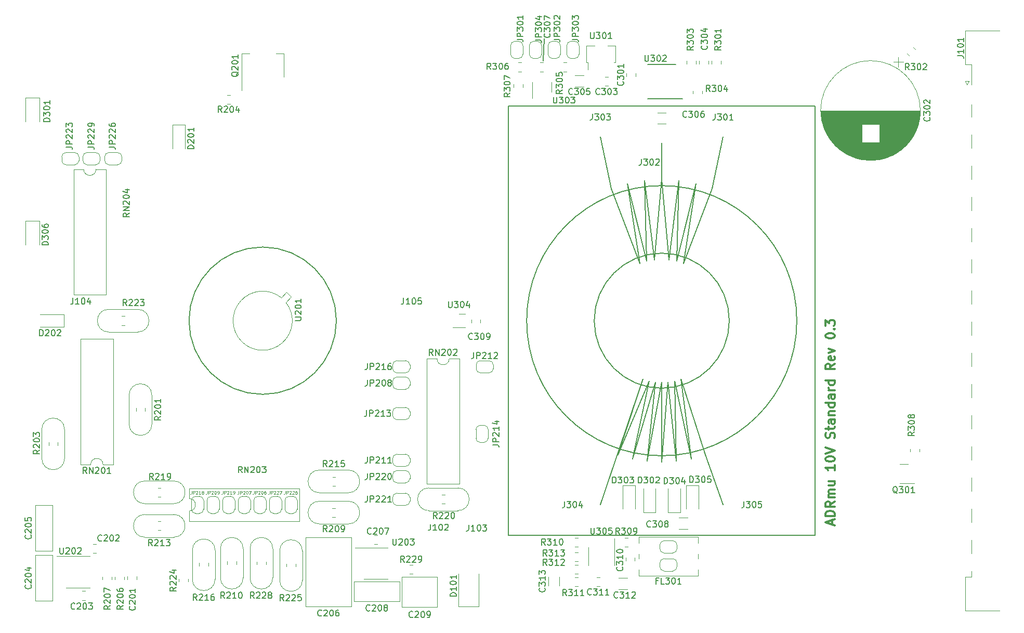
<source format=gbr>
%TF.GenerationSoftware,KiCad,Pcbnew,(6.0.0)*%
%TF.CreationDate,2022-02-11T15:57:12+01:00*%
%TF.ProjectId,ADRmu,4144526d-752e-46b6-9963-61645f706362,0.3*%
%TF.SameCoordinates,Original*%
%TF.FileFunction,Legend,Top*%
%TF.FilePolarity,Positive*%
%FSLAX46Y46*%
G04 Gerber Fmt 4.6, Leading zero omitted, Abs format (unit mm)*
G04 Created by KiCad (PCBNEW (6.0.0)) date 2022-02-11 15:57:12*
%MOMM*%
%LPD*%
G01*
G04 APERTURE LIST*
%ADD10C,0.150000*%
%ADD11C,0.300000*%
%ADD12C,0.125000*%
%ADD13C,0.120000*%
G04 APERTURE END LIST*
D10*
X171909830Y-109510565D02*
X165000000Y-130000000D01*
X177079117Y-109781476D02*
X177404155Y-122874004D01*
X172920883Y-109781476D02*
X167892609Y-121874300D01*
X122000000Y-100000000D02*
G75*
G03*
X122000000Y-100000000I-12000000J0D01*
G01*
X178583679Y-90664196D02*
X180564204Y-77683199D01*
X172580781Y-90297043D02*
X172197006Y-77171438D01*
X172920883Y-109781476D02*
X170218031Y-122497395D01*
X182107391Y-121874300D02*
X185000000Y-130000000D01*
X173954715Y-109945219D02*
X172595845Y-122874004D01*
X150000000Y-65000000D02*
X200000000Y-65000000D01*
X171909830Y-109510565D02*
X167892609Y-121874300D01*
X172580781Y-90297043D02*
X169435796Y-77683199D01*
X178090170Y-109510565D02*
X182107391Y-121874300D01*
X177079117Y-109781476D02*
X179781969Y-122497395D01*
X166757538Y-78527650D02*
X165000000Y-70000000D01*
X173781307Y-90074538D02*
X172197006Y-77171438D01*
X176218693Y-90074538D02*
X175000000Y-77000000D01*
X183242462Y-78527650D02*
X185000000Y-70000000D01*
X177419219Y-90297043D02*
X180564204Y-77683199D01*
X197000000Y-100000000D02*
G75*
G03*
X197000000Y-100000000I-22000000J0D01*
G01*
X178090170Y-109510565D02*
X179781969Y-122497395D01*
X176045285Y-109945219D02*
X175000000Y-123000000D01*
X171416321Y-90664196D02*
X166757538Y-78527650D01*
X155875000Y-54000000D02*
X155709252Y-57658000D01*
X178583679Y-90664196D02*
X183242462Y-78527650D01*
X200000000Y-135000000D02*
X150000000Y-135000000D01*
X171416321Y-90664196D02*
X169435796Y-77683199D01*
X177419219Y-90297043D02*
X177802994Y-77171438D01*
X175000000Y-110000000D02*
X175000000Y-123000000D01*
X173954715Y-109945219D02*
X170218031Y-122497395D01*
X175000000Y-110000000D02*
X172595845Y-122874004D01*
X150000000Y-135000000D02*
X150000000Y-65000000D01*
X200000000Y-65000000D02*
X200000000Y-135000000D01*
X175000000Y-77000000D02*
X175000000Y-71000000D01*
X176045285Y-109945219D02*
X177404155Y-122874004D01*
X173781307Y-90074538D02*
X175000000Y-77000000D01*
X186000000Y-100000000D02*
G75*
G03*
X186000000Y-100000000I-11000000J0D01*
G01*
X176218693Y-90074538D02*
X177802994Y-77171438D01*
D11*
X202749000Y-133170857D02*
X202749000Y-132456571D01*
X203177571Y-133313714D02*
X201677571Y-132813714D01*
X203177571Y-132313714D01*
X203177571Y-131813714D02*
X201677571Y-131813714D01*
X201677571Y-131456571D01*
X201749000Y-131242285D01*
X201891857Y-131099428D01*
X202034714Y-131028000D01*
X202320428Y-130956571D01*
X202534714Y-130956571D01*
X202820428Y-131028000D01*
X202963285Y-131099428D01*
X203106142Y-131242285D01*
X203177571Y-131456571D01*
X203177571Y-131813714D01*
X203177571Y-129456571D02*
X202463285Y-129956571D01*
X203177571Y-130313714D02*
X201677571Y-130313714D01*
X201677571Y-129742285D01*
X201749000Y-129599428D01*
X201820428Y-129528000D01*
X201963285Y-129456571D01*
X202177571Y-129456571D01*
X202320428Y-129528000D01*
X202391857Y-129599428D01*
X202463285Y-129742285D01*
X202463285Y-130313714D01*
X203177571Y-128813714D02*
X202177571Y-128813714D01*
X202320428Y-128813714D02*
X202249000Y-128742285D01*
X202177571Y-128599428D01*
X202177571Y-128385142D01*
X202249000Y-128242285D01*
X202391857Y-128170857D01*
X203177571Y-128170857D01*
X202391857Y-128170857D02*
X202249000Y-128099428D01*
X202177571Y-127956571D01*
X202177571Y-127742285D01*
X202249000Y-127599428D01*
X202391857Y-127528000D01*
X203177571Y-127528000D01*
X202177571Y-126170857D02*
X203177571Y-126170857D01*
X202177571Y-126813714D02*
X202963285Y-126813714D01*
X203106142Y-126742285D01*
X203177571Y-126599428D01*
X203177571Y-126385142D01*
X203106142Y-126242285D01*
X203034714Y-126170857D01*
X203177571Y-123528000D02*
X203177571Y-124385142D01*
X203177571Y-123956571D02*
X201677571Y-123956571D01*
X201891857Y-124099428D01*
X202034714Y-124242285D01*
X202106142Y-124385142D01*
X201677571Y-122599428D02*
X201677571Y-122456571D01*
X201749000Y-122313714D01*
X201820428Y-122242285D01*
X201963285Y-122170857D01*
X202249000Y-122099428D01*
X202606142Y-122099428D01*
X202891857Y-122170857D01*
X203034714Y-122242285D01*
X203106142Y-122313714D01*
X203177571Y-122456571D01*
X203177571Y-122599428D01*
X203106142Y-122742285D01*
X203034714Y-122813714D01*
X202891857Y-122885142D01*
X202606142Y-122956571D01*
X202249000Y-122956571D01*
X201963285Y-122885142D01*
X201820428Y-122813714D01*
X201749000Y-122742285D01*
X201677571Y-122599428D01*
X201677571Y-121670857D02*
X203177571Y-121170857D01*
X201677571Y-120670857D01*
X203106142Y-119099428D02*
X203177571Y-118885142D01*
X203177571Y-118528000D01*
X203106142Y-118385142D01*
X203034714Y-118313714D01*
X202891857Y-118242285D01*
X202749000Y-118242285D01*
X202606142Y-118313714D01*
X202534714Y-118385142D01*
X202463285Y-118528000D01*
X202391857Y-118813714D01*
X202320428Y-118956571D01*
X202249000Y-119028000D01*
X202106142Y-119099428D01*
X201963285Y-119099428D01*
X201820428Y-119028000D01*
X201749000Y-118956571D01*
X201677571Y-118813714D01*
X201677571Y-118456571D01*
X201749000Y-118242285D01*
X202177571Y-117813714D02*
X202177571Y-117242285D01*
X201677571Y-117599428D02*
X202963285Y-117599428D01*
X203106142Y-117528000D01*
X203177571Y-117385142D01*
X203177571Y-117242285D01*
X203177571Y-116099428D02*
X202391857Y-116099428D01*
X202249000Y-116170857D01*
X202177571Y-116313714D01*
X202177571Y-116599428D01*
X202249000Y-116742285D01*
X203106142Y-116099428D02*
X203177571Y-116242285D01*
X203177571Y-116599428D01*
X203106142Y-116742285D01*
X202963285Y-116813714D01*
X202820428Y-116813714D01*
X202677571Y-116742285D01*
X202606142Y-116599428D01*
X202606142Y-116242285D01*
X202534714Y-116099428D01*
X202177571Y-115385142D02*
X203177571Y-115385142D01*
X202320428Y-115385142D02*
X202249000Y-115313714D01*
X202177571Y-115170857D01*
X202177571Y-114956571D01*
X202249000Y-114813714D01*
X202391857Y-114742285D01*
X203177571Y-114742285D01*
X203177571Y-113385142D02*
X201677571Y-113385142D01*
X203106142Y-113385142D02*
X203177571Y-113528000D01*
X203177571Y-113813714D01*
X203106142Y-113956571D01*
X203034714Y-114028000D01*
X202891857Y-114099428D01*
X202463285Y-114099428D01*
X202320428Y-114028000D01*
X202249000Y-113956571D01*
X202177571Y-113813714D01*
X202177571Y-113528000D01*
X202249000Y-113385142D01*
X203177571Y-112028000D02*
X202391857Y-112028000D01*
X202249000Y-112099428D01*
X202177571Y-112242285D01*
X202177571Y-112528000D01*
X202249000Y-112670857D01*
X203106142Y-112028000D02*
X203177571Y-112170857D01*
X203177571Y-112528000D01*
X203106142Y-112670857D01*
X202963285Y-112742285D01*
X202820428Y-112742285D01*
X202677571Y-112670857D01*
X202606142Y-112528000D01*
X202606142Y-112170857D01*
X202534714Y-112028000D01*
X203177571Y-111313714D02*
X202177571Y-111313714D01*
X202463285Y-111313714D02*
X202320428Y-111242285D01*
X202249000Y-111170857D01*
X202177571Y-111028000D01*
X202177571Y-110885142D01*
X203177571Y-109742285D02*
X201677571Y-109742285D01*
X203106142Y-109742285D02*
X203177571Y-109885142D01*
X203177571Y-110170857D01*
X203106142Y-110313714D01*
X203034714Y-110385142D01*
X202891857Y-110456571D01*
X202463285Y-110456571D01*
X202320428Y-110385142D01*
X202249000Y-110313714D01*
X202177571Y-110170857D01*
X202177571Y-109885142D01*
X202249000Y-109742285D01*
X203177571Y-107028000D02*
X202463285Y-107528000D01*
X203177571Y-107885142D02*
X201677571Y-107885142D01*
X201677571Y-107313714D01*
X201749000Y-107170857D01*
X201820428Y-107099428D01*
X201963285Y-107028000D01*
X202177571Y-107028000D01*
X202320428Y-107099428D01*
X202391857Y-107170857D01*
X202463285Y-107313714D01*
X202463285Y-107885142D01*
X203106142Y-105813714D02*
X203177571Y-105956571D01*
X203177571Y-106242285D01*
X203106142Y-106385142D01*
X202963285Y-106456571D01*
X202391857Y-106456571D01*
X202249000Y-106385142D01*
X202177571Y-106242285D01*
X202177571Y-105956571D01*
X202249000Y-105813714D01*
X202391857Y-105742285D01*
X202534714Y-105742285D01*
X202677571Y-106456571D01*
X202177571Y-105242285D02*
X203177571Y-104885142D01*
X202177571Y-104528000D01*
X201677571Y-102528000D02*
X201677571Y-102385142D01*
X201749000Y-102242285D01*
X201820428Y-102170857D01*
X201963285Y-102099428D01*
X202249000Y-102028000D01*
X202606142Y-102028000D01*
X202891857Y-102099428D01*
X203034714Y-102170857D01*
X203106142Y-102242285D01*
X203177571Y-102385142D01*
X203177571Y-102528000D01*
X203106142Y-102670857D01*
X203034714Y-102742285D01*
X202891857Y-102813714D01*
X202606142Y-102885142D01*
X202249000Y-102885142D01*
X201963285Y-102813714D01*
X201820428Y-102742285D01*
X201749000Y-102670857D01*
X201677571Y-102528000D01*
X203034714Y-101385142D02*
X203106142Y-101313714D01*
X203177571Y-101385142D01*
X203106142Y-101456571D01*
X203034714Y-101385142D01*
X203177571Y-101385142D01*
X201677571Y-100813714D02*
X201677571Y-99885142D01*
X202249000Y-100385142D01*
X202249000Y-100170857D01*
X202320428Y-100028000D01*
X202391857Y-99956571D01*
X202534714Y-99885142D01*
X202891857Y-99885142D01*
X203034714Y-99956571D01*
X203106142Y-100028000D01*
X203177571Y-100170857D01*
X203177571Y-100599428D01*
X203106142Y-100742285D01*
X203034714Y-100813714D01*
D10*
%TO.C,R306*%
X147155952Y-59052380D02*
X146822619Y-58576190D01*
X146584523Y-59052380D02*
X146584523Y-58052380D01*
X146965476Y-58052380D01*
X147060714Y-58100000D01*
X147108333Y-58147619D01*
X147155952Y-58242857D01*
X147155952Y-58385714D01*
X147108333Y-58480952D01*
X147060714Y-58528571D01*
X146965476Y-58576190D01*
X146584523Y-58576190D01*
X147489285Y-58052380D02*
X148108333Y-58052380D01*
X147775000Y-58433333D01*
X147917857Y-58433333D01*
X148013095Y-58480952D01*
X148060714Y-58528571D01*
X148108333Y-58623809D01*
X148108333Y-58861904D01*
X148060714Y-58957142D01*
X148013095Y-59004761D01*
X147917857Y-59052380D01*
X147632142Y-59052380D01*
X147536904Y-59004761D01*
X147489285Y-58957142D01*
X148727380Y-58052380D02*
X148822619Y-58052380D01*
X148917857Y-58100000D01*
X148965476Y-58147619D01*
X149013095Y-58242857D01*
X149060714Y-58433333D01*
X149060714Y-58671428D01*
X149013095Y-58861904D01*
X148965476Y-58957142D01*
X148917857Y-59004761D01*
X148822619Y-59052380D01*
X148727380Y-59052380D01*
X148632142Y-59004761D01*
X148584523Y-58957142D01*
X148536904Y-58861904D01*
X148489285Y-58671428D01*
X148489285Y-58433333D01*
X148536904Y-58242857D01*
X148584523Y-58147619D01*
X148632142Y-58100000D01*
X148727380Y-58052380D01*
X149917857Y-58052380D02*
X149727380Y-58052380D01*
X149632142Y-58100000D01*
X149584523Y-58147619D01*
X149489285Y-58290476D01*
X149441666Y-58480952D01*
X149441666Y-58861904D01*
X149489285Y-58957142D01*
X149536904Y-59004761D01*
X149632142Y-59052380D01*
X149822619Y-59052380D01*
X149917857Y-59004761D01*
X149965476Y-58957142D01*
X150013095Y-58861904D01*
X150013095Y-58623809D01*
X149965476Y-58528571D01*
X149917857Y-58480952D01*
X149822619Y-58433333D01*
X149632142Y-58433333D01*
X149536904Y-58480952D01*
X149489285Y-58528571D01*
X149441666Y-58623809D01*
%TO.C,R302*%
X215288952Y-59126380D02*
X214955619Y-58650190D01*
X214717523Y-59126380D02*
X214717523Y-58126380D01*
X215098476Y-58126380D01*
X215193714Y-58174000D01*
X215241333Y-58221619D01*
X215288952Y-58316857D01*
X215288952Y-58459714D01*
X215241333Y-58554952D01*
X215193714Y-58602571D01*
X215098476Y-58650190D01*
X214717523Y-58650190D01*
X215622285Y-58126380D02*
X216241333Y-58126380D01*
X215908000Y-58507333D01*
X216050857Y-58507333D01*
X216146095Y-58554952D01*
X216193714Y-58602571D01*
X216241333Y-58697809D01*
X216241333Y-58935904D01*
X216193714Y-59031142D01*
X216146095Y-59078761D01*
X216050857Y-59126380D01*
X215765142Y-59126380D01*
X215669904Y-59078761D01*
X215622285Y-59031142D01*
X216860380Y-58126380D02*
X216955619Y-58126380D01*
X217050857Y-58174000D01*
X217098476Y-58221619D01*
X217146095Y-58316857D01*
X217193714Y-58507333D01*
X217193714Y-58745428D01*
X217146095Y-58935904D01*
X217098476Y-59031142D01*
X217050857Y-59078761D01*
X216955619Y-59126380D01*
X216860380Y-59126380D01*
X216765142Y-59078761D01*
X216717523Y-59031142D01*
X216669904Y-58935904D01*
X216622285Y-58745428D01*
X216622285Y-58507333D01*
X216669904Y-58316857D01*
X216717523Y-58221619D01*
X216765142Y-58174000D01*
X216860380Y-58126380D01*
X217574666Y-58221619D02*
X217622285Y-58174000D01*
X217717523Y-58126380D01*
X217955619Y-58126380D01*
X218050857Y-58174000D01*
X218098476Y-58221619D01*
X218146095Y-58316857D01*
X218146095Y-58412095D01*
X218098476Y-58554952D01*
X217527047Y-59126380D01*
X218146095Y-59126380D01*
%TO.C,R204*%
X103335952Y-66052380D02*
X103002619Y-65576190D01*
X102764523Y-66052380D02*
X102764523Y-65052380D01*
X103145476Y-65052380D01*
X103240714Y-65100000D01*
X103288333Y-65147619D01*
X103335952Y-65242857D01*
X103335952Y-65385714D01*
X103288333Y-65480952D01*
X103240714Y-65528571D01*
X103145476Y-65576190D01*
X102764523Y-65576190D01*
X103716904Y-65147619D02*
X103764523Y-65100000D01*
X103859761Y-65052380D01*
X104097857Y-65052380D01*
X104193095Y-65100000D01*
X104240714Y-65147619D01*
X104288333Y-65242857D01*
X104288333Y-65338095D01*
X104240714Y-65480952D01*
X103669285Y-66052380D01*
X104288333Y-66052380D01*
X104907380Y-65052380D02*
X105002619Y-65052380D01*
X105097857Y-65100000D01*
X105145476Y-65147619D01*
X105193095Y-65242857D01*
X105240714Y-65433333D01*
X105240714Y-65671428D01*
X105193095Y-65861904D01*
X105145476Y-65957142D01*
X105097857Y-66004761D01*
X105002619Y-66052380D01*
X104907380Y-66052380D01*
X104812142Y-66004761D01*
X104764523Y-65957142D01*
X104716904Y-65861904D01*
X104669285Y-65671428D01*
X104669285Y-65433333D01*
X104716904Y-65242857D01*
X104764523Y-65147619D01*
X104812142Y-65100000D01*
X104907380Y-65052380D01*
X106097857Y-65385714D02*
X106097857Y-66052380D01*
X105859761Y-65004761D02*
X105621666Y-65719047D01*
X106240714Y-65719047D01*
%TO.C,JP213*%
X126926285Y-114583380D02*
X126926285Y-115297666D01*
X126878666Y-115440523D01*
X126783428Y-115535761D01*
X126640571Y-115583380D01*
X126545333Y-115583380D01*
X127402476Y-115583380D02*
X127402476Y-114583380D01*
X127783428Y-114583380D01*
X127878666Y-114631000D01*
X127926285Y-114678619D01*
X127973904Y-114773857D01*
X127973904Y-114916714D01*
X127926285Y-115011952D01*
X127878666Y-115059571D01*
X127783428Y-115107190D01*
X127402476Y-115107190D01*
X128354857Y-114678619D02*
X128402476Y-114631000D01*
X128497714Y-114583380D01*
X128735809Y-114583380D01*
X128831047Y-114631000D01*
X128878666Y-114678619D01*
X128926285Y-114773857D01*
X128926285Y-114869095D01*
X128878666Y-115011952D01*
X128307238Y-115583380D01*
X128926285Y-115583380D01*
X129878666Y-115583380D02*
X129307238Y-115583380D01*
X129592952Y-115583380D02*
X129592952Y-114583380D01*
X129497714Y-114726238D01*
X129402476Y-114821476D01*
X129307238Y-114869095D01*
X130212000Y-114583380D02*
X130831047Y-114583380D01*
X130497714Y-114964333D01*
X130640571Y-114964333D01*
X130735809Y-115011952D01*
X130783428Y-115059571D01*
X130831047Y-115154809D01*
X130831047Y-115392904D01*
X130783428Y-115488142D01*
X130735809Y-115535761D01*
X130640571Y-115583380D01*
X130354857Y-115583380D01*
X130259619Y-115535761D01*
X130212000Y-115488142D01*
%TO.C,R224*%
X95891380Y-143428047D02*
X95415190Y-143761380D01*
X95891380Y-143999476D02*
X94891380Y-143999476D01*
X94891380Y-143618523D01*
X94939000Y-143523285D01*
X94986619Y-143475666D01*
X95081857Y-143428047D01*
X95224714Y-143428047D01*
X95319952Y-143475666D01*
X95367571Y-143523285D01*
X95415190Y-143618523D01*
X95415190Y-143999476D01*
X94986619Y-143047095D02*
X94939000Y-142999476D01*
X94891380Y-142904238D01*
X94891380Y-142666142D01*
X94939000Y-142570904D01*
X94986619Y-142523285D01*
X95081857Y-142475666D01*
X95177095Y-142475666D01*
X95319952Y-142523285D01*
X95891380Y-143094714D01*
X95891380Y-142475666D01*
X94986619Y-142094714D02*
X94939000Y-142047095D01*
X94891380Y-141951857D01*
X94891380Y-141713761D01*
X94939000Y-141618523D01*
X94986619Y-141570904D01*
X95081857Y-141523285D01*
X95177095Y-141523285D01*
X95319952Y-141570904D01*
X95891380Y-142142333D01*
X95891380Y-141523285D01*
X95224714Y-140666142D02*
X95891380Y-140666142D01*
X94843761Y-140904238D02*
X95558047Y-141142333D01*
X95558047Y-140523285D01*
%TO.C,D306*%
X75062380Y-87673476D02*
X74062380Y-87673476D01*
X74062380Y-87435380D01*
X74110000Y-87292523D01*
X74205238Y-87197285D01*
X74300476Y-87149666D01*
X74490952Y-87102047D01*
X74633809Y-87102047D01*
X74824285Y-87149666D01*
X74919523Y-87197285D01*
X75014761Y-87292523D01*
X75062380Y-87435380D01*
X75062380Y-87673476D01*
X74062380Y-86768714D02*
X74062380Y-86149666D01*
X74443333Y-86483000D01*
X74443333Y-86340142D01*
X74490952Y-86244904D01*
X74538571Y-86197285D01*
X74633809Y-86149666D01*
X74871904Y-86149666D01*
X74967142Y-86197285D01*
X75014761Y-86244904D01*
X75062380Y-86340142D01*
X75062380Y-86625857D01*
X75014761Y-86721095D01*
X74967142Y-86768714D01*
X74062380Y-85530619D02*
X74062380Y-85435380D01*
X74110000Y-85340142D01*
X74157619Y-85292523D01*
X74252857Y-85244904D01*
X74443333Y-85197285D01*
X74681428Y-85197285D01*
X74871904Y-85244904D01*
X74967142Y-85292523D01*
X75014761Y-85340142D01*
X75062380Y-85435380D01*
X75062380Y-85530619D01*
X75014761Y-85625857D01*
X74967142Y-85673476D01*
X74871904Y-85721095D01*
X74681428Y-85768714D01*
X74443333Y-85768714D01*
X74252857Y-85721095D01*
X74157619Y-85673476D01*
X74110000Y-85625857D01*
X74062380Y-85530619D01*
X74062380Y-84340142D02*
X74062380Y-84530619D01*
X74110000Y-84625857D01*
X74157619Y-84673476D01*
X74300476Y-84768714D01*
X74490952Y-84816333D01*
X74871904Y-84816333D01*
X74967142Y-84768714D01*
X75014761Y-84721095D01*
X75062380Y-84625857D01*
X75062380Y-84435380D01*
X75014761Y-84340142D01*
X74967142Y-84292523D01*
X74871904Y-84244904D01*
X74633809Y-84244904D01*
X74538571Y-84292523D01*
X74490952Y-84340142D01*
X74443333Y-84435380D01*
X74443333Y-84625857D01*
X74490952Y-84721095D01*
X74538571Y-84768714D01*
X74633809Y-84816333D01*
%TO.C,R312*%
X156294952Y-139840380D02*
X155961619Y-139364190D01*
X155723523Y-139840380D02*
X155723523Y-138840380D01*
X156104476Y-138840380D01*
X156199714Y-138888000D01*
X156247333Y-138935619D01*
X156294952Y-139030857D01*
X156294952Y-139173714D01*
X156247333Y-139268952D01*
X156199714Y-139316571D01*
X156104476Y-139364190D01*
X155723523Y-139364190D01*
X156628285Y-138840380D02*
X157247333Y-138840380D01*
X156914000Y-139221333D01*
X157056857Y-139221333D01*
X157152095Y-139268952D01*
X157199714Y-139316571D01*
X157247333Y-139411809D01*
X157247333Y-139649904D01*
X157199714Y-139745142D01*
X157152095Y-139792761D01*
X157056857Y-139840380D01*
X156771142Y-139840380D01*
X156675904Y-139792761D01*
X156628285Y-139745142D01*
X158199714Y-139840380D02*
X157628285Y-139840380D01*
X157914000Y-139840380D02*
X157914000Y-138840380D01*
X157818761Y-138983238D01*
X157723523Y-139078476D01*
X157628285Y-139126095D01*
X158580666Y-138935619D02*
X158628285Y-138888000D01*
X158723523Y-138840380D01*
X158961619Y-138840380D01*
X159056857Y-138888000D01*
X159104476Y-138935619D01*
X159152095Y-139030857D01*
X159152095Y-139126095D01*
X159104476Y-139268952D01*
X158533047Y-139840380D01*
X159152095Y-139840380D01*
%TO.C,JP211*%
X127053285Y-122203380D02*
X127053285Y-122917666D01*
X127005666Y-123060523D01*
X126910428Y-123155761D01*
X126767571Y-123203380D01*
X126672333Y-123203380D01*
X127529476Y-123203380D02*
X127529476Y-122203380D01*
X127910428Y-122203380D01*
X128005666Y-122251000D01*
X128053285Y-122298619D01*
X128100904Y-122393857D01*
X128100904Y-122536714D01*
X128053285Y-122631952D01*
X128005666Y-122679571D01*
X127910428Y-122727190D01*
X127529476Y-122727190D01*
X128481857Y-122298619D02*
X128529476Y-122251000D01*
X128624714Y-122203380D01*
X128862809Y-122203380D01*
X128958047Y-122251000D01*
X129005666Y-122298619D01*
X129053285Y-122393857D01*
X129053285Y-122489095D01*
X129005666Y-122631952D01*
X128434238Y-123203380D01*
X129053285Y-123203380D01*
X130005666Y-123203380D02*
X129434238Y-123203380D01*
X129719952Y-123203380D02*
X129719952Y-122203380D01*
X129624714Y-122346238D01*
X129529476Y-122441476D01*
X129434238Y-122489095D01*
X130958047Y-123203380D02*
X130386619Y-123203380D01*
X130672333Y-123203380D02*
X130672333Y-122203380D01*
X130577095Y-122346238D01*
X130481857Y-122441476D01*
X130386619Y-122489095D01*
%TO.C,C206*%
X119591952Y-148019142D02*
X119544333Y-148066761D01*
X119401476Y-148114380D01*
X119306238Y-148114380D01*
X119163380Y-148066761D01*
X119068142Y-147971523D01*
X119020523Y-147876285D01*
X118972904Y-147685809D01*
X118972904Y-147542952D01*
X119020523Y-147352476D01*
X119068142Y-147257238D01*
X119163380Y-147162000D01*
X119306238Y-147114380D01*
X119401476Y-147114380D01*
X119544333Y-147162000D01*
X119591952Y-147209619D01*
X119972904Y-147209619D02*
X120020523Y-147162000D01*
X120115761Y-147114380D01*
X120353857Y-147114380D01*
X120449095Y-147162000D01*
X120496714Y-147209619D01*
X120544333Y-147304857D01*
X120544333Y-147400095D01*
X120496714Y-147542952D01*
X119925285Y-148114380D01*
X120544333Y-148114380D01*
X121163380Y-147114380D02*
X121258619Y-147114380D01*
X121353857Y-147162000D01*
X121401476Y-147209619D01*
X121449095Y-147304857D01*
X121496714Y-147495333D01*
X121496714Y-147733428D01*
X121449095Y-147923904D01*
X121401476Y-148019142D01*
X121353857Y-148066761D01*
X121258619Y-148114380D01*
X121163380Y-148114380D01*
X121068142Y-148066761D01*
X121020523Y-148019142D01*
X120972904Y-147923904D01*
X120925285Y-147733428D01*
X120925285Y-147495333D01*
X120972904Y-147304857D01*
X121020523Y-147209619D01*
X121068142Y-147162000D01*
X121163380Y-147114380D01*
X122353857Y-147114380D02*
X122163380Y-147114380D01*
X122068142Y-147162000D01*
X122020523Y-147209619D01*
X121925285Y-147352476D01*
X121877666Y-147542952D01*
X121877666Y-147923904D01*
X121925285Y-148019142D01*
X121972904Y-148066761D01*
X122068142Y-148114380D01*
X122258619Y-148114380D01*
X122353857Y-148066761D01*
X122401476Y-148019142D01*
X122449095Y-147923904D01*
X122449095Y-147685809D01*
X122401476Y-147590571D01*
X122353857Y-147542952D01*
X122258619Y-147495333D01*
X122068142Y-147495333D01*
X121972904Y-147542952D01*
X121925285Y-147590571D01*
X121877666Y-147685809D01*
%TO.C,J305*%
X188386285Y-129442380D02*
X188386285Y-130156666D01*
X188338666Y-130299523D01*
X188243428Y-130394761D01*
X188100571Y-130442380D01*
X188005333Y-130442380D01*
X188767238Y-129442380D02*
X189386285Y-129442380D01*
X189052952Y-129823333D01*
X189195809Y-129823333D01*
X189291047Y-129870952D01*
X189338666Y-129918571D01*
X189386285Y-130013809D01*
X189386285Y-130251904D01*
X189338666Y-130347142D01*
X189291047Y-130394761D01*
X189195809Y-130442380D01*
X188910095Y-130442380D01*
X188814857Y-130394761D01*
X188767238Y-130347142D01*
X190005333Y-129442380D02*
X190100571Y-129442380D01*
X190195809Y-129490000D01*
X190243428Y-129537619D01*
X190291047Y-129632857D01*
X190338666Y-129823333D01*
X190338666Y-130061428D01*
X190291047Y-130251904D01*
X190243428Y-130347142D01*
X190195809Y-130394761D01*
X190100571Y-130442380D01*
X190005333Y-130442380D01*
X189910095Y-130394761D01*
X189862476Y-130347142D01*
X189814857Y-130251904D01*
X189767238Y-130061428D01*
X189767238Y-129823333D01*
X189814857Y-129632857D01*
X189862476Y-129537619D01*
X189910095Y-129490000D01*
X190005333Y-129442380D01*
X191243428Y-129442380D02*
X190767238Y-129442380D01*
X190719619Y-129918571D01*
X190767238Y-129870952D01*
X190862476Y-129823333D01*
X191100571Y-129823333D01*
X191195809Y-129870952D01*
X191243428Y-129918571D01*
X191291047Y-130013809D01*
X191291047Y-130251904D01*
X191243428Y-130347142D01*
X191195809Y-130394761D01*
X191100571Y-130442380D01*
X190862476Y-130442380D01*
X190767238Y-130394761D01*
X190719619Y-130347142D01*
%TO.C,J301*%
X183714285Y-66302380D02*
X183714285Y-67016666D01*
X183666666Y-67159523D01*
X183571428Y-67254761D01*
X183428571Y-67302380D01*
X183333333Y-67302380D01*
X184095238Y-66302380D02*
X184714285Y-66302380D01*
X184380952Y-66683333D01*
X184523809Y-66683333D01*
X184619047Y-66730952D01*
X184666666Y-66778571D01*
X184714285Y-66873809D01*
X184714285Y-67111904D01*
X184666666Y-67207142D01*
X184619047Y-67254761D01*
X184523809Y-67302380D01*
X184238095Y-67302380D01*
X184142857Y-67254761D01*
X184095238Y-67207142D01*
X185333333Y-66302380D02*
X185428571Y-66302380D01*
X185523809Y-66350000D01*
X185571428Y-66397619D01*
X185619047Y-66492857D01*
X185666666Y-66683333D01*
X185666666Y-66921428D01*
X185619047Y-67111904D01*
X185571428Y-67207142D01*
X185523809Y-67254761D01*
X185428571Y-67302380D01*
X185333333Y-67302380D01*
X185238095Y-67254761D01*
X185190476Y-67207142D01*
X185142857Y-67111904D01*
X185095238Y-66921428D01*
X185095238Y-66683333D01*
X185142857Y-66492857D01*
X185190476Y-66397619D01*
X185238095Y-66350000D01*
X185333333Y-66302380D01*
X186619047Y-67302380D02*
X186047619Y-67302380D01*
X186333333Y-67302380D02*
X186333333Y-66302380D01*
X186238095Y-66445238D01*
X186142857Y-66540476D01*
X186047619Y-66588095D01*
%TO.C,C203*%
X79398952Y-146915142D02*
X79351333Y-146962761D01*
X79208476Y-147010380D01*
X79113238Y-147010380D01*
X78970380Y-146962761D01*
X78875142Y-146867523D01*
X78827523Y-146772285D01*
X78779904Y-146581809D01*
X78779904Y-146438952D01*
X78827523Y-146248476D01*
X78875142Y-146153238D01*
X78970380Y-146058000D01*
X79113238Y-146010380D01*
X79208476Y-146010380D01*
X79351333Y-146058000D01*
X79398952Y-146105619D01*
X79779904Y-146105619D02*
X79827523Y-146058000D01*
X79922761Y-146010380D01*
X80160857Y-146010380D01*
X80256095Y-146058000D01*
X80303714Y-146105619D01*
X80351333Y-146200857D01*
X80351333Y-146296095D01*
X80303714Y-146438952D01*
X79732285Y-147010380D01*
X80351333Y-147010380D01*
X80970380Y-146010380D02*
X81065619Y-146010380D01*
X81160857Y-146058000D01*
X81208476Y-146105619D01*
X81256095Y-146200857D01*
X81303714Y-146391333D01*
X81303714Y-146629428D01*
X81256095Y-146819904D01*
X81208476Y-146915142D01*
X81160857Y-146962761D01*
X81065619Y-147010380D01*
X80970380Y-147010380D01*
X80875142Y-146962761D01*
X80827523Y-146915142D01*
X80779904Y-146819904D01*
X80732285Y-146629428D01*
X80732285Y-146391333D01*
X80779904Y-146200857D01*
X80827523Y-146105619D01*
X80875142Y-146058000D01*
X80970380Y-146010380D01*
X81637047Y-146010380D02*
X82256095Y-146010380D01*
X81922761Y-146391333D01*
X82065619Y-146391333D01*
X82160857Y-146438952D01*
X82208476Y-146486571D01*
X82256095Y-146581809D01*
X82256095Y-146819904D01*
X82208476Y-146915142D01*
X82160857Y-146962761D01*
X82065619Y-147010380D01*
X81779904Y-147010380D01*
X81684666Y-146962761D01*
X81637047Y-146915142D01*
%TO.C,R229*%
X133053952Y-139332380D02*
X132720619Y-138856190D01*
X132482523Y-139332380D02*
X132482523Y-138332380D01*
X132863476Y-138332380D01*
X132958714Y-138380000D01*
X133006333Y-138427619D01*
X133053952Y-138522857D01*
X133053952Y-138665714D01*
X133006333Y-138760952D01*
X132958714Y-138808571D01*
X132863476Y-138856190D01*
X132482523Y-138856190D01*
X133434904Y-138427619D02*
X133482523Y-138380000D01*
X133577761Y-138332380D01*
X133815857Y-138332380D01*
X133911095Y-138380000D01*
X133958714Y-138427619D01*
X134006333Y-138522857D01*
X134006333Y-138618095D01*
X133958714Y-138760952D01*
X133387285Y-139332380D01*
X134006333Y-139332380D01*
X134387285Y-138427619D02*
X134434904Y-138380000D01*
X134530142Y-138332380D01*
X134768238Y-138332380D01*
X134863476Y-138380000D01*
X134911095Y-138427619D01*
X134958714Y-138522857D01*
X134958714Y-138618095D01*
X134911095Y-138760952D01*
X134339666Y-139332380D01*
X134958714Y-139332380D01*
X135434904Y-139332380D02*
X135625380Y-139332380D01*
X135720619Y-139284761D01*
X135768238Y-139237142D01*
X135863476Y-139094285D01*
X135911095Y-138903809D01*
X135911095Y-138522857D01*
X135863476Y-138427619D01*
X135815857Y-138380000D01*
X135720619Y-138332380D01*
X135530142Y-138332380D01*
X135434904Y-138380000D01*
X135387285Y-138427619D01*
X135339666Y-138522857D01*
X135339666Y-138760952D01*
X135387285Y-138856190D01*
X135434904Y-138903809D01*
X135530142Y-138951428D01*
X135720619Y-138951428D01*
X135815857Y-138903809D01*
X135863476Y-138856190D01*
X135911095Y-138760952D01*
%TO.C,JP221*%
X127053285Y-128553380D02*
X127053285Y-129267666D01*
X127005666Y-129410523D01*
X126910428Y-129505761D01*
X126767571Y-129553380D01*
X126672333Y-129553380D01*
X127529476Y-129553380D02*
X127529476Y-128553380D01*
X127910428Y-128553380D01*
X128005666Y-128601000D01*
X128053285Y-128648619D01*
X128100904Y-128743857D01*
X128100904Y-128886714D01*
X128053285Y-128981952D01*
X128005666Y-129029571D01*
X127910428Y-129077190D01*
X127529476Y-129077190D01*
X128481857Y-128648619D02*
X128529476Y-128601000D01*
X128624714Y-128553380D01*
X128862809Y-128553380D01*
X128958047Y-128601000D01*
X129005666Y-128648619D01*
X129053285Y-128743857D01*
X129053285Y-128839095D01*
X129005666Y-128981952D01*
X128434238Y-129553380D01*
X129053285Y-129553380D01*
X129434238Y-128648619D02*
X129481857Y-128601000D01*
X129577095Y-128553380D01*
X129815190Y-128553380D01*
X129910428Y-128601000D01*
X129958047Y-128648619D01*
X130005666Y-128743857D01*
X130005666Y-128839095D01*
X129958047Y-128981952D01*
X129386619Y-129553380D01*
X130005666Y-129553380D01*
X130958047Y-129553380D02*
X130386619Y-129553380D01*
X130672333Y-129553380D02*
X130672333Y-128553380D01*
X130577095Y-128696238D01*
X130481857Y-128791476D01*
X130386619Y-128839095D01*
%TO.C,C307*%
X156732142Y-53219047D02*
X156779761Y-53266666D01*
X156827380Y-53409523D01*
X156827380Y-53504761D01*
X156779761Y-53647619D01*
X156684523Y-53742857D01*
X156589285Y-53790476D01*
X156398809Y-53838095D01*
X156255952Y-53838095D01*
X156065476Y-53790476D01*
X155970238Y-53742857D01*
X155875000Y-53647619D01*
X155827380Y-53504761D01*
X155827380Y-53409523D01*
X155875000Y-53266666D01*
X155922619Y-53219047D01*
X155827380Y-52885714D02*
X155827380Y-52266666D01*
X156208333Y-52600000D01*
X156208333Y-52457142D01*
X156255952Y-52361904D01*
X156303571Y-52314285D01*
X156398809Y-52266666D01*
X156636904Y-52266666D01*
X156732142Y-52314285D01*
X156779761Y-52361904D01*
X156827380Y-52457142D01*
X156827380Y-52742857D01*
X156779761Y-52838095D01*
X156732142Y-52885714D01*
X155827380Y-51647619D02*
X155827380Y-51552380D01*
X155875000Y-51457142D01*
X155922619Y-51409523D01*
X156017857Y-51361904D01*
X156208333Y-51314285D01*
X156446428Y-51314285D01*
X156636904Y-51361904D01*
X156732142Y-51409523D01*
X156779761Y-51457142D01*
X156827380Y-51552380D01*
X156827380Y-51647619D01*
X156779761Y-51742857D01*
X156732142Y-51790476D01*
X156636904Y-51838095D01*
X156446428Y-51885714D01*
X156208333Y-51885714D01*
X156017857Y-51838095D01*
X155922619Y-51790476D01*
X155875000Y-51742857D01*
X155827380Y-51647619D01*
X155827380Y-50980952D02*
X155827380Y-50314285D01*
X156827380Y-50742857D01*
%TO.C,D201*%
X98779380Y-71990476D02*
X97779380Y-71990476D01*
X97779380Y-71752380D01*
X97827000Y-71609523D01*
X97922238Y-71514285D01*
X98017476Y-71466666D01*
X98207952Y-71419047D01*
X98350809Y-71419047D01*
X98541285Y-71466666D01*
X98636523Y-71514285D01*
X98731761Y-71609523D01*
X98779380Y-71752380D01*
X98779380Y-71990476D01*
X97874619Y-71038095D02*
X97827000Y-70990476D01*
X97779380Y-70895238D01*
X97779380Y-70657142D01*
X97827000Y-70561904D01*
X97874619Y-70514285D01*
X97969857Y-70466666D01*
X98065095Y-70466666D01*
X98207952Y-70514285D01*
X98779380Y-71085714D01*
X98779380Y-70466666D01*
X97779380Y-69847619D02*
X97779380Y-69752380D01*
X97827000Y-69657142D01*
X97874619Y-69609523D01*
X97969857Y-69561904D01*
X98160333Y-69514285D01*
X98398428Y-69514285D01*
X98588904Y-69561904D01*
X98684142Y-69609523D01*
X98731761Y-69657142D01*
X98779380Y-69752380D01*
X98779380Y-69847619D01*
X98731761Y-69942857D01*
X98684142Y-69990476D01*
X98588904Y-70038095D01*
X98398428Y-70085714D01*
X98160333Y-70085714D01*
X97969857Y-70038095D01*
X97874619Y-69990476D01*
X97827000Y-69942857D01*
X97779380Y-69847619D01*
X98779380Y-68561904D02*
X98779380Y-69133333D01*
X98779380Y-68847619D02*
X97779380Y-68847619D01*
X97922238Y-68942857D01*
X98017476Y-69038095D01*
X98065095Y-69133333D01*
%TO.C,R305*%
X158827380Y-62419047D02*
X158351190Y-62752380D01*
X158827380Y-62990476D02*
X157827380Y-62990476D01*
X157827380Y-62609523D01*
X157875000Y-62514285D01*
X157922619Y-62466666D01*
X158017857Y-62419047D01*
X158160714Y-62419047D01*
X158255952Y-62466666D01*
X158303571Y-62514285D01*
X158351190Y-62609523D01*
X158351190Y-62990476D01*
X157827380Y-62085714D02*
X157827380Y-61466666D01*
X158208333Y-61800000D01*
X158208333Y-61657142D01*
X158255952Y-61561904D01*
X158303571Y-61514285D01*
X158398809Y-61466666D01*
X158636904Y-61466666D01*
X158732142Y-61514285D01*
X158779761Y-61561904D01*
X158827380Y-61657142D01*
X158827380Y-61942857D01*
X158779761Y-62038095D01*
X158732142Y-62085714D01*
X157827380Y-60847619D02*
X157827380Y-60752380D01*
X157875000Y-60657142D01*
X157922619Y-60609523D01*
X158017857Y-60561904D01*
X158208333Y-60514285D01*
X158446428Y-60514285D01*
X158636904Y-60561904D01*
X158732142Y-60609523D01*
X158779761Y-60657142D01*
X158827380Y-60752380D01*
X158827380Y-60847619D01*
X158779761Y-60942857D01*
X158732142Y-60990476D01*
X158636904Y-61038095D01*
X158446428Y-61085714D01*
X158208333Y-61085714D01*
X158017857Y-61038095D01*
X157922619Y-60990476D01*
X157875000Y-60942857D01*
X157827380Y-60847619D01*
X157827380Y-59609523D02*
X157827380Y-60085714D01*
X158303571Y-60133333D01*
X158255952Y-60085714D01*
X158208333Y-59990476D01*
X158208333Y-59752380D01*
X158255952Y-59657142D01*
X158303571Y-59609523D01*
X158398809Y-59561904D01*
X158636904Y-59561904D01*
X158732142Y-59609523D01*
X158779761Y-59657142D01*
X158827380Y-59752380D01*
X158827380Y-59990476D01*
X158779761Y-60085714D01*
X158732142Y-60133333D01*
D12*
%TO.C,JP206*%
X108581142Y-127742190D02*
X108581142Y-128099333D01*
X108557333Y-128170761D01*
X108509714Y-128218380D01*
X108438285Y-128242190D01*
X108390666Y-128242190D01*
X108819238Y-128242190D02*
X108819238Y-127742190D01*
X109009714Y-127742190D01*
X109057333Y-127766000D01*
X109081142Y-127789809D01*
X109104952Y-127837428D01*
X109104952Y-127908857D01*
X109081142Y-127956476D01*
X109057333Y-127980285D01*
X109009714Y-128004095D01*
X108819238Y-128004095D01*
X109295428Y-127789809D02*
X109319238Y-127766000D01*
X109366857Y-127742190D01*
X109485904Y-127742190D01*
X109533523Y-127766000D01*
X109557333Y-127789809D01*
X109581142Y-127837428D01*
X109581142Y-127885047D01*
X109557333Y-127956476D01*
X109271619Y-128242190D01*
X109581142Y-128242190D01*
X109890666Y-127742190D02*
X109938285Y-127742190D01*
X109985904Y-127766000D01*
X110009714Y-127789809D01*
X110033523Y-127837428D01*
X110057333Y-127932666D01*
X110057333Y-128051714D01*
X110033523Y-128146952D01*
X110009714Y-128194571D01*
X109985904Y-128218380D01*
X109938285Y-128242190D01*
X109890666Y-128242190D01*
X109843047Y-128218380D01*
X109819238Y-128194571D01*
X109795428Y-128146952D01*
X109771619Y-128051714D01*
X109771619Y-127932666D01*
X109795428Y-127837428D01*
X109819238Y-127789809D01*
X109843047Y-127766000D01*
X109890666Y-127742190D01*
X110485904Y-127742190D02*
X110390666Y-127742190D01*
X110343047Y-127766000D01*
X110319238Y-127789809D01*
X110271619Y-127861238D01*
X110247809Y-127956476D01*
X110247809Y-128146952D01*
X110271619Y-128194571D01*
X110295428Y-128218380D01*
X110343047Y-128242190D01*
X110438285Y-128242190D01*
X110485904Y-128218380D01*
X110509714Y-128194571D01*
X110533523Y-128146952D01*
X110533523Y-128027904D01*
X110509714Y-127980285D01*
X110485904Y-127956476D01*
X110438285Y-127932666D01*
X110343047Y-127932666D01*
X110295428Y-127956476D01*
X110271619Y-127980285D01*
X110247809Y-128027904D01*
D10*
%TO.C,J101*%
X223152380Y-56835714D02*
X223866666Y-56835714D01*
X224009523Y-56883333D01*
X224104761Y-56978571D01*
X224152380Y-57121428D01*
X224152380Y-57216666D01*
X224152380Y-55835714D02*
X224152380Y-56407142D01*
X224152380Y-56121428D02*
X223152380Y-56121428D01*
X223295238Y-56216666D01*
X223390476Y-56311904D01*
X223438095Y-56407142D01*
X223152380Y-55216666D02*
X223152380Y-55121428D01*
X223200000Y-55026190D01*
X223247619Y-54978571D01*
X223342857Y-54930952D01*
X223533333Y-54883333D01*
X223771428Y-54883333D01*
X223961904Y-54930952D01*
X224057142Y-54978571D01*
X224104761Y-55026190D01*
X224152380Y-55121428D01*
X224152380Y-55216666D01*
X224104761Y-55311904D01*
X224057142Y-55359523D01*
X223961904Y-55407142D01*
X223771428Y-55454761D01*
X223533333Y-55454761D01*
X223342857Y-55407142D01*
X223247619Y-55359523D01*
X223200000Y-55311904D01*
X223152380Y-55216666D01*
X224152380Y-53930952D02*
X224152380Y-54502380D01*
X224152380Y-54216666D02*
X223152380Y-54216666D01*
X223295238Y-54311904D01*
X223390476Y-54407142D01*
X223438095Y-54502380D01*
%TO.C,R215*%
X120475952Y-123782380D02*
X120142619Y-123306190D01*
X119904523Y-123782380D02*
X119904523Y-122782380D01*
X120285476Y-122782380D01*
X120380714Y-122830000D01*
X120428333Y-122877619D01*
X120475952Y-122972857D01*
X120475952Y-123115714D01*
X120428333Y-123210952D01*
X120380714Y-123258571D01*
X120285476Y-123306190D01*
X119904523Y-123306190D01*
X120856904Y-122877619D02*
X120904523Y-122830000D01*
X120999761Y-122782380D01*
X121237857Y-122782380D01*
X121333095Y-122830000D01*
X121380714Y-122877619D01*
X121428333Y-122972857D01*
X121428333Y-123068095D01*
X121380714Y-123210952D01*
X120809285Y-123782380D01*
X121428333Y-123782380D01*
X122380714Y-123782380D02*
X121809285Y-123782380D01*
X122095000Y-123782380D02*
X122095000Y-122782380D01*
X121999761Y-122925238D01*
X121904523Y-123020476D01*
X121809285Y-123068095D01*
X123285476Y-122782380D02*
X122809285Y-122782380D01*
X122761666Y-123258571D01*
X122809285Y-123210952D01*
X122904523Y-123163333D01*
X123142619Y-123163333D01*
X123237857Y-123210952D01*
X123285476Y-123258571D01*
X123333095Y-123353809D01*
X123333095Y-123591904D01*
X123285476Y-123687142D01*
X123237857Y-123734761D01*
X123142619Y-123782380D01*
X122904523Y-123782380D01*
X122809285Y-123734761D01*
X122761666Y-123687142D01*
%TO.C,R304*%
X182855952Y-62652380D02*
X182522619Y-62176190D01*
X182284523Y-62652380D02*
X182284523Y-61652380D01*
X182665476Y-61652380D01*
X182760714Y-61700000D01*
X182808333Y-61747619D01*
X182855952Y-61842857D01*
X182855952Y-61985714D01*
X182808333Y-62080952D01*
X182760714Y-62128571D01*
X182665476Y-62176190D01*
X182284523Y-62176190D01*
X183189285Y-61652380D02*
X183808333Y-61652380D01*
X183475000Y-62033333D01*
X183617857Y-62033333D01*
X183713095Y-62080952D01*
X183760714Y-62128571D01*
X183808333Y-62223809D01*
X183808333Y-62461904D01*
X183760714Y-62557142D01*
X183713095Y-62604761D01*
X183617857Y-62652380D01*
X183332142Y-62652380D01*
X183236904Y-62604761D01*
X183189285Y-62557142D01*
X184427380Y-61652380D02*
X184522619Y-61652380D01*
X184617857Y-61700000D01*
X184665476Y-61747619D01*
X184713095Y-61842857D01*
X184760714Y-62033333D01*
X184760714Y-62271428D01*
X184713095Y-62461904D01*
X184665476Y-62557142D01*
X184617857Y-62604761D01*
X184522619Y-62652380D01*
X184427380Y-62652380D01*
X184332142Y-62604761D01*
X184284523Y-62557142D01*
X184236904Y-62461904D01*
X184189285Y-62271428D01*
X184189285Y-62033333D01*
X184236904Y-61842857D01*
X184284523Y-61747619D01*
X184332142Y-61700000D01*
X184427380Y-61652380D01*
X185617857Y-61985714D02*
X185617857Y-62652380D01*
X185379761Y-61604761D02*
X185141666Y-62319047D01*
X185760714Y-62319047D01*
%TO.C,U203*%
X131188714Y-135538380D02*
X131188714Y-136347904D01*
X131236333Y-136443142D01*
X131283952Y-136490761D01*
X131379190Y-136538380D01*
X131569666Y-136538380D01*
X131664904Y-136490761D01*
X131712523Y-136443142D01*
X131760142Y-136347904D01*
X131760142Y-135538380D01*
X132188714Y-135633619D02*
X132236333Y-135586000D01*
X132331571Y-135538380D01*
X132569666Y-135538380D01*
X132664904Y-135586000D01*
X132712523Y-135633619D01*
X132760142Y-135728857D01*
X132760142Y-135824095D01*
X132712523Y-135966952D01*
X132141095Y-136538380D01*
X132760142Y-136538380D01*
X133379190Y-135538380D02*
X133474428Y-135538380D01*
X133569666Y-135586000D01*
X133617285Y-135633619D01*
X133664904Y-135728857D01*
X133712523Y-135919333D01*
X133712523Y-136157428D01*
X133664904Y-136347904D01*
X133617285Y-136443142D01*
X133569666Y-136490761D01*
X133474428Y-136538380D01*
X133379190Y-136538380D01*
X133283952Y-136490761D01*
X133236333Y-136443142D01*
X133188714Y-136347904D01*
X133141095Y-136157428D01*
X133141095Y-135919333D01*
X133188714Y-135728857D01*
X133236333Y-135633619D01*
X133283952Y-135586000D01*
X133379190Y-135538380D01*
X134045857Y-135538380D02*
X134664904Y-135538380D01*
X134331571Y-135919333D01*
X134474428Y-135919333D01*
X134569666Y-135966952D01*
X134617285Y-136014571D01*
X134664904Y-136109809D01*
X134664904Y-136347904D01*
X134617285Y-136443142D01*
X134569666Y-136490761D01*
X134474428Y-136538380D01*
X134188714Y-136538380D01*
X134093476Y-136490761D01*
X134045857Y-136443142D01*
%TO.C,U304*%
X140260714Y-96852380D02*
X140260714Y-97661904D01*
X140308333Y-97757142D01*
X140355952Y-97804761D01*
X140451190Y-97852380D01*
X140641666Y-97852380D01*
X140736904Y-97804761D01*
X140784523Y-97757142D01*
X140832142Y-97661904D01*
X140832142Y-96852380D01*
X141213095Y-96852380D02*
X141832142Y-96852380D01*
X141498809Y-97233333D01*
X141641666Y-97233333D01*
X141736904Y-97280952D01*
X141784523Y-97328571D01*
X141832142Y-97423809D01*
X141832142Y-97661904D01*
X141784523Y-97757142D01*
X141736904Y-97804761D01*
X141641666Y-97852380D01*
X141355952Y-97852380D01*
X141260714Y-97804761D01*
X141213095Y-97757142D01*
X142451190Y-96852380D02*
X142546428Y-96852380D01*
X142641666Y-96900000D01*
X142689285Y-96947619D01*
X142736904Y-97042857D01*
X142784523Y-97233333D01*
X142784523Y-97471428D01*
X142736904Y-97661904D01*
X142689285Y-97757142D01*
X142641666Y-97804761D01*
X142546428Y-97852380D01*
X142451190Y-97852380D01*
X142355952Y-97804761D01*
X142308333Y-97757142D01*
X142260714Y-97661904D01*
X142213095Y-97471428D01*
X142213095Y-97233333D01*
X142260714Y-97042857D01*
X142308333Y-96947619D01*
X142355952Y-96900000D01*
X142451190Y-96852380D01*
X143641666Y-97185714D02*
X143641666Y-97852380D01*
X143403571Y-96804761D02*
X143165476Y-97519047D01*
X143784523Y-97519047D01*
%TO.C,R225*%
X113434952Y-145613380D02*
X113101619Y-145137190D01*
X112863523Y-145613380D02*
X112863523Y-144613380D01*
X113244476Y-144613380D01*
X113339714Y-144661000D01*
X113387333Y-144708619D01*
X113434952Y-144803857D01*
X113434952Y-144946714D01*
X113387333Y-145041952D01*
X113339714Y-145089571D01*
X113244476Y-145137190D01*
X112863523Y-145137190D01*
X113815904Y-144708619D02*
X113863523Y-144661000D01*
X113958761Y-144613380D01*
X114196857Y-144613380D01*
X114292095Y-144661000D01*
X114339714Y-144708619D01*
X114387333Y-144803857D01*
X114387333Y-144899095D01*
X114339714Y-145041952D01*
X113768285Y-145613380D01*
X114387333Y-145613380D01*
X114768285Y-144708619D02*
X114815904Y-144661000D01*
X114911142Y-144613380D01*
X115149238Y-144613380D01*
X115244476Y-144661000D01*
X115292095Y-144708619D01*
X115339714Y-144803857D01*
X115339714Y-144899095D01*
X115292095Y-145041952D01*
X114720666Y-145613380D01*
X115339714Y-145613380D01*
X116244476Y-144613380D02*
X115768285Y-144613380D01*
X115720666Y-145089571D01*
X115768285Y-145041952D01*
X115863523Y-144994333D01*
X116101619Y-144994333D01*
X116196857Y-145041952D01*
X116244476Y-145089571D01*
X116292095Y-145184809D01*
X116292095Y-145422904D01*
X116244476Y-145518142D01*
X116196857Y-145565761D01*
X116101619Y-145613380D01*
X115863523Y-145613380D01*
X115768285Y-145565761D01*
X115720666Y-145518142D01*
%TO.C,JP302*%
X157427380Y-54185714D02*
X158141666Y-54185714D01*
X158284523Y-54233333D01*
X158379761Y-54328571D01*
X158427380Y-54471428D01*
X158427380Y-54566666D01*
X158427380Y-53709523D02*
X157427380Y-53709523D01*
X157427380Y-53328571D01*
X157475000Y-53233333D01*
X157522619Y-53185714D01*
X157617857Y-53138095D01*
X157760714Y-53138095D01*
X157855952Y-53185714D01*
X157903571Y-53233333D01*
X157951190Y-53328571D01*
X157951190Y-53709523D01*
X157427380Y-52804761D02*
X157427380Y-52185714D01*
X157808333Y-52519047D01*
X157808333Y-52376190D01*
X157855952Y-52280952D01*
X157903571Y-52233333D01*
X157998809Y-52185714D01*
X158236904Y-52185714D01*
X158332142Y-52233333D01*
X158379761Y-52280952D01*
X158427380Y-52376190D01*
X158427380Y-52661904D01*
X158379761Y-52757142D01*
X158332142Y-52804761D01*
X157427380Y-51566666D02*
X157427380Y-51471428D01*
X157475000Y-51376190D01*
X157522619Y-51328571D01*
X157617857Y-51280952D01*
X157808333Y-51233333D01*
X158046428Y-51233333D01*
X158236904Y-51280952D01*
X158332142Y-51328571D01*
X158379761Y-51376190D01*
X158427380Y-51471428D01*
X158427380Y-51566666D01*
X158379761Y-51661904D01*
X158332142Y-51709523D01*
X158236904Y-51757142D01*
X158046428Y-51804761D01*
X157808333Y-51804761D01*
X157617857Y-51757142D01*
X157522619Y-51709523D01*
X157475000Y-51661904D01*
X157427380Y-51566666D01*
X157522619Y-50852380D02*
X157475000Y-50804761D01*
X157427380Y-50709523D01*
X157427380Y-50471428D01*
X157475000Y-50376190D01*
X157522619Y-50328571D01*
X157617857Y-50280952D01*
X157713095Y-50280952D01*
X157855952Y-50328571D01*
X158427380Y-50900000D01*
X158427380Y-50280952D01*
%TO.C,R301*%
X184627380Y-55319047D02*
X184151190Y-55652380D01*
X184627380Y-55890476D02*
X183627380Y-55890476D01*
X183627380Y-55509523D01*
X183675000Y-55414285D01*
X183722619Y-55366666D01*
X183817857Y-55319047D01*
X183960714Y-55319047D01*
X184055952Y-55366666D01*
X184103571Y-55414285D01*
X184151190Y-55509523D01*
X184151190Y-55890476D01*
X183627380Y-54985714D02*
X183627380Y-54366666D01*
X184008333Y-54700000D01*
X184008333Y-54557142D01*
X184055952Y-54461904D01*
X184103571Y-54414285D01*
X184198809Y-54366666D01*
X184436904Y-54366666D01*
X184532142Y-54414285D01*
X184579761Y-54461904D01*
X184627380Y-54557142D01*
X184627380Y-54842857D01*
X184579761Y-54938095D01*
X184532142Y-54985714D01*
X183627380Y-53747619D02*
X183627380Y-53652380D01*
X183675000Y-53557142D01*
X183722619Y-53509523D01*
X183817857Y-53461904D01*
X184008333Y-53414285D01*
X184246428Y-53414285D01*
X184436904Y-53461904D01*
X184532142Y-53509523D01*
X184579761Y-53557142D01*
X184627380Y-53652380D01*
X184627380Y-53747619D01*
X184579761Y-53842857D01*
X184532142Y-53890476D01*
X184436904Y-53938095D01*
X184246428Y-53985714D01*
X184008333Y-53985714D01*
X183817857Y-53938095D01*
X183722619Y-53890476D01*
X183675000Y-53842857D01*
X183627380Y-53747619D01*
X184627380Y-52461904D02*
X184627380Y-53033333D01*
X184627380Y-52747619D02*
X183627380Y-52747619D01*
X183770238Y-52842857D01*
X183865476Y-52938095D01*
X183913095Y-53033333D01*
%TO.C,JP208*%
X127053285Y-109630380D02*
X127053285Y-110344666D01*
X127005666Y-110487523D01*
X126910428Y-110582761D01*
X126767571Y-110630380D01*
X126672333Y-110630380D01*
X127529476Y-110630380D02*
X127529476Y-109630380D01*
X127910428Y-109630380D01*
X128005666Y-109678000D01*
X128053285Y-109725619D01*
X128100904Y-109820857D01*
X128100904Y-109963714D01*
X128053285Y-110058952D01*
X128005666Y-110106571D01*
X127910428Y-110154190D01*
X127529476Y-110154190D01*
X128481857Y-109725619D02*
X128529476Y-109678000D01*
X128624714Y-109630380D01*
X128862809Y-109630380D01*
X128958047Y-109678000D01*
X129005666Y-109725619D01*
X129053285Y-109820857D01*
X129053285Y-109916095D01*
X129005666Y-110058952D01*
X128434238Y-110630380D01*
X129053285Y-110630380D01*
X129672333Y-109630380D02*
X129767571Y-109630380D01*
X129862809Y-109678000D01*
X129910428Y-109725619D01*
X129958047Y-109820857D01*
X130005666Y-110011333D01*
X130005666Y-110249428D01*
X129958047Y-110439904D01*
X129910428Y-110535142D01*
X129862809Y-110582761D01*
X129767571Y-110630380D01*
X129672333Y-110630380D01*
X129577095Y-110582761D01*
X129529476Y-110535142D01*
X129481857Y-110439904D01*
X129434238Y-110249428D01*
X129434238Y-110011333D01*
X129481857Y-109820857D01*
X129529476Y-109725619D01*
X129577095Y-109678000D01*
X129672333Y-109630380D01*
X130577095Y-110058952D02*
X130481857Y-110011333D01*
X130434238Y-109963714D01*
X130386619Y-109868476D01*
X130386619Y-109820857D01*
X130434238Y-109725619D01*
X130481857Y-109678000D01*
X130577095Y-109630380D01*
X130767571Y-109630380D01*
X130862809Y-109678000D01*
X130910428Y-109725619D01*
X130958047Y-109820857D01*
X130958047Y-109868476D01*
X130910428Y-109963714D01*
X130862809Y-110011333D01*
X130767571Y-110058952D01*
X130577095Y-110058952D01*
X130481857Y-110106571D01*
X130434238Y-110154190D01*
X130386619Y-110249428D01*
X130386619Y-110439904D01*
X130434238Y-110535142D01*
X130481857Y-110582761D01*
X130577095Y-110630380D01*
X130767571Y-110630380D01*
X130862809Y-110582761D01*
X130910428Y-110535142D01*
X130958047Y-110439904D01*
X130958047Y-110249428D01*
X130910428Y-110154190D01*
X130862809Y-110106571D01*
X130767571Y-110058952D01*
%TO.C,C305*%
X160455952Y-63057142D02*
X160408333Y-63104761D01*
X160265476Y-63152380D01*
X160170238Y-63152380D01*
X160027380Y-63104761D01*
X159932142Y-63009523D01*
X159884523Y-62914285D01*
X159836904Y-62723809D01*
X159836904Y-62580952D01*
X159884523Y-62390476D01*
X159932142Y-62295238D01*
X160027380Y-62200000D01*
X160170238Y-62152380D01*
X160265476Y-62152380D01*
X160408333Y-62200000D01*
X160455952Y-62247619D01*
X160789285Y-62152380D02*
X161408333Y-62152380D01*
X161075000Y-62533333D01*
X161217857Y-62533333D01*
X161313095Y-62580952D01*
X161360714Y-62628571D01*
X161408333Y-62723809D01*
X161408333Y-62961904D01*
X161360714Y-63057142D01*
X161313095Y-63104761D01*
X161217857Y-63152380D01*
X160932142Y-63152380D01*
X160836904Y-63104761D01*
X160789285Y-63057142D01*
X162027380Y-62152380D02*
X162122619Y-62152380D01*
X162217857Y-62200000D01*
X162265476Y-62247619D01*
X162313095Y-62342857D01*
X162360714Y-62533333D01*
X162360714Y-62771428D01*
X162313095Y-62961904D01*
X162265476Y-63057142D01*
X162217857Y-63104761D01*
X162122619Y-63152380D01*
X162027380Y-63152380D01*
X161932142Y-63104761D01*
X161884523Y-63057142D01*
X161836904Y-62961904D01*
X161789285Y-62771428D01*
X161789285Y-62533333D01*
X161836904Y-62342857D01*
X161884523Y-62247619D01*
X161932142Y-62200000D01*
X162027380Y-62152380D01*
X163265476Y-62152380D02*
X162789285Y-62152380D01*
X162741666Y-62628571D01*
X162789285Y-62580952D01*
X162884523Y-62533333D01*
X163122619Y-62533333D01*
X163217857Y-62580952D01*
X163265476Y-62628571D01*
X163313095Y-62723809D01*
X163313095Y-62961904D01*
X163265476Y-63057142D01*
X163217857Y-63104761D01*
X163122619Y-63152380D01*
X162884523Y-63152380D01*
X162789285Y-63104761D01*
X162741666Y-63057142D01*
%TO.C,R219*%
X92159952Y-125870380D02*
X91826619Y-125394190D01*
X91588523Y-125870380D02*
X91588523Y-124870380D01*
X91969476Y-124870380D01*
X92064714Y-124918000D01*
X92112333Y-124965619D01*
X92159952Y-125060857D01*
X92159952Y-125203714D01*
X92112333Y-125298952D01*
X92064714Y-125346571D01*
X91969476Y-125394190D01*
X91588523Y-125394190D01*
X92540904Y-124965619D02*
X92588523Y-124918000D01*
X92683761Y-124870380D01*
X92921857Y-124870380D01*
X93017095Y-124918000D01*
X93064714Y-124965619D01*
X93112333Y-125060857D01*
X93112333Y-125156095D01*
X93064714Y-125298952D01*
X92493285Y-125870380D01*
X93112333Y-125870380D01*
X94064714Y-125870380D02*
X93493285Y-125870380D01*
X93779000Y-125870380D02*
X93779000Y-124870380D01*
X93683761Y-125013238D01*
X93588523Y-125108476D01*
X93493285Y-125156095D01*
X94540904Y-125870380D02*
X94731380Y-125870380D01*
X94826619Y-125822761D01*
X94874238Y-125775142D01*
X94969476Y-125632285D01*
X95017095Y-125441809D01*
X95017095Y-125060857D01*
X94969476Y-124965619D01*
X94921857Y-124918000D01*
X94826619Y-124870380D01*
X94636142Y-124870380D01*
X94540904Y-124918000D01*
X94493285Y-124965619D01*
X94445666Y-125060857D01*
X94445666Y-125298952D01*
X94493285Y-125394190D01*
X94540904Y-125441809D01*
X94636142Y-125489428D01*
X94826619Y-125489428D01*
X94921857Y-125441809D01*
X94969476Y-125394190D01*
X95017095Y-125298952D01*
%TO.C,JP223*%
X77999380Y-71704714D02*
X78713666Y-71704714D01*
X78856523Y-71752333D01*
X78951761Y-71847571D01*
X78999380Y-71990428D01*
X78999380Y-72085666D01*
X78999380Y-71228523D02*
X77999380Y-71228523D01*
X77999380Y-70847571D01*
X78047000Y-70752333D01*
X78094619Y-70704714D01*
X78189857Y-70657095D01*
X78332714Y-70657095D01*
X78427952Y-70704714D01*
X78475571Y-70752333D01*
X78523190Y-70847571D01*
X78523190Y-71228523D01*
X78094619Y-70276142D02*
X78047000Y-70228523D01*
X77999380Y-70133285D01*
X77999380Y-69895190D01*
X78047000Y-69799952D01*
X78094619Y-69752333D01*
X78189857Y-69704714D01*
X78285095Y-69704714D01*
X78427952Y-69752333D01*
X78999380Y-70323761D01*
X78999380Y-69704714D01*
X78094619Y-69323761D02*
X78047000Y-69276142D01*
X77999380Y-69180904D01*
X77999380Y-68942809D01*
X78047000Y-68847571D01*
X78094619Y-68799952D01*
X78189857Y-68752333D01*
X78285095Y-68752333D01*
X78427952Y-68799952D01*
X78999380Y-69371380D01*
X78999380Y-68752333D01*
X77999380Y-68419000D02*
X77999380Y-67799952D01*
X78380333Y-68133285D01*
X78380333Y-67990428D01*
X78427952Y-67895190D01*
X78475571Y-67847571D01*
X78570809Y-67799952D01*
X78808904Y-67799952D01*
X78904142Y-67847571D01*
X78951761Y-67895190D01*
X78999380Y-67990428D01*
X78999380Y-68276142D01*
X78951761Y-68371380D01*
X78904142Y-68419000D01*
%TO.C,C208*%
X127465952Y-147194142D02*
X127418333Y-147241761D01*
X127275476Y-147289380D01*
X127180238Y-147289380D01*
X127037380Y-147241761D01*
X126942142Y-147146523D01*
X126894523Y-147051285D01*
X126846904Y-146860809D01*
X126846904Y-146717952D01*
X126894523Y-146527476D01*
X126942142Y-146432238D01*
X127037380Y-146337000D01*
X127180238Y-146289380D01*
X127275476Y-146289380D01*
X127418333Y-146337000D01*
X127465952Y-146384619D01*
X127846904Y-146384619D02*
X127894523Y-146337000D01*
X127989761Y-146289380D01*
X128227857Y-146289380D01*
X128323095Y-146337000D01*
X128370714Y-146384619D01*
X128418333Y-146479857D01*
X128418333Y-146575095D01*
X128370714Y-146717952D01*
X127799285Y-147289380D01*
X128418333Y-147289380D01*
X129037380Y-146289380D02*
X129132619Y-146289380D01*
X129227857Y-146337000D01*
X129275476Y-146384619D01*
X129323095Y-146479857D01*
X129370714Y-146670333D01*
X129370714Y-146908428D01*
X129323095Y-147098904D01*
X129275476Y-147194142D01*
X129227857Y-147241761D01*
X129132619Y-147289380D01*
X129037380Y-147289380D01*
X128942142Y-147241761D01*
X128894523Y-147194142D01*
X128846904Y-147098904D01*
X128799285Y-146908428D01*
X128799285Y-146670333D01*
X128846904Y-146479857D01*
X128894523Y-146384619D01*
X128942142Y-146337000D01*
X129037380Y-146289380D01*
X129942142Y-146717952D02*
X129846904Y-146670333D01*
X129799285Y-146622714D01*
X129751666Y-146527476D01*
X129751666Y-146479857D01*
X129799285Y-146384619D01*
X129846904Y-146337000D01*
X129942142Y-146289380D01*
X130132619Y-146289380D01*
X130227857Y-146337000D01*
X130275476Y-146384619D01*
X130323095Y-146479857D01*
X130323095Y-146527476D01*
X130275476Y-146622714D01*
X130227857Y-146670333D01*
X130132619Y-146717952D01*
X129942142Y-146717952D01*
X129846904Y-146765571D01*
X129799285Y-146813190D01*
X129751666Y-146908428D01*
X129751666Y-147098904D01*
X129799285Y-147194142D01*
X129846904Y-147241761D01*
X129942142Y-147289380D01*
X130132619Y-147289380D01*
X130227857Y-147241761D01*
X130275476Y-147194142D01*
X130323095Y-147098904D01*
X130323095Y-146908428D01*
X130275476Y-146813190D01*
X130227857Y-146765571D01*
X130132619Y-146717952D01*
%TO.C,C312*%
X167851952Y-145079142D02*
X167804333Y-145126761D01*
X167661476Y-145174380D01*
X167566238Y-145174380D01*
X167423380Y-145126761D01*
X167328142Y-145031523D01*
X167280523Y-144936285D01*
X167232904Y-144745809D01*
X167232904Y-144602952D01*
X167280523Y-144412476D01*
X167328142Y-144317238D01*
X167423380Y-144222000D01*
X167566238Y-144174380D01*
X167661476Y-144174380D01*
X167804333Y-144222000D01*
X167851952Y-144269619D01*
X168185285Y-144174380D02*
X168804333Y-144174380D01*
X168471000Y-144555333D01*
X168613857Y-144555333D01*
X168709095Y-144602952D01*
X168756714Y-144650571D01*
X168804333Y-144745809D01*
X168804333Y-144983904D01*
X168756714Y-145079142D01*
X168709095Y-145126761D01*
X168613857Y-145174380D01*
X168328142Y-145174380D01*
X168232904Y-145126761D01*
X168185285Y-145079142D01*
X169756714Y-145174380D02*
X169185285Y-145174380D01*
X169471000Y-145174380D02*
X169471000Y-144174380D01*
X169375761Y-144317238D01*
X169280523Y-144412476D01*
X169185285Y-144460095D01*
X170137666Y-144269619D02*
X170185285Y-144222000D01*
X170280523Y-144174380D01*
X170518619Y-144174380D01*
X170613857Y-144222000D01*
X170661476Y-144269619D01*
X170709095Y-144364857D01*
X170709095Y-144460095D01*
X170661476Y-144602952D01*
X170090047Y-145174380D01*
X170709095Y-145174380D01*
%TO.C,J105*%
X132954285Y-96292380D02*
X132954285Y-97006666D01*
X132906666Y-97149523D01*
X132811428Y-97244761D01*
X132668571Y-97292380D01*
X132573333Y-97292380D01*
X133954285Y-97292380D02*
X133382857Y-97292380D01*
X133668571Y-97292380D02*
X133668571Y-96292380D01*
X133573333Y-96435238D01*
X133478095Y-96530476D01*
X133382857Y-96578095D01*
X134573333Y-96292380D02*
X134668571Y-96292380D01*
X134763809Y-96340000D01*
X134811428Y-96387619D01*
X134859047Y-96482857D01*
X134906666Y-96673333D01*
X134906666Y-96911428D01*
X134859047Y-97101904D01*
X134811428Y-97197142D01*
X134763809Y-97244761D01*
X134668571Y-97292380D01*
X134573333Y-97292380D01*
X134478095Y-97244761D01*
X134430476Y-97197142D01*
X134382857Y-97101904D01*
X134335238Y-96911428D01*
X134335238Y-96673333D01*
X134382857Y-96482857D01*
X134430476Y-96387619D01*
X134478095Y-96340000D01*
X134573333Y-96292380D01*
X135811428Y-96292380D02*
X135335238Y-96292380D01*
X135287619Y-96768571D01*
X135335238Y-96720952D01*
X135430476Y-96673333D01*
X135668571Y-96673333D01*
X135763809Y-96720952D01*
X135811428Y-96768571D01*
X135859047Y-96863809D01*
X135859047Y-97101904D01*
X135811428Y-97197142D01*
X135763809Y-97244761D01*
X135668571Y-97292380D01*
X135430476Y-97292380D01*
X135335238Y-97244761D01*
X135287619Y-97197142D01*
%TO.C,U301*%
X163385714Y-53046380D02*
X163385714Y-53855904D01*
X163433333Y-53951142D01*
X163480952Y-53998761D01*
X163576190Y-54046380D01*
X163766666Y-54046380D01*
X163861904Y-53998761D01*
X163909523Y-53951142D01*
X163957142Y-53855904D01*
X163957142Y-53046380D01*
X164338095Y-53046380D02*
X164957142Y-53046380D01*
X164623809Y-53427333D01*
X164766666Y-53427333D01*
X164861904Y-53474952D01*
X164909523Y-53522571D01*
X164957142Y-53617809D01*
X164957142Y-53855904D01*
X164909523Y-53951142D01*
X164861904Y-53998761D01*
X164766666Y-54046380D01*
X164480952Y-54046380D01*
X164385714Y-53998761D01*
X164338095Y-53951142D01*
X165576190Y-53046380D02*
X165671428Y-53046380D01*
X165766666Y-53094000D01*
X165814285Y-53141619D01*
X165861904Y-53236857D01*
X165909523Y-53427333D01*
X165909523Y-53665428D01*
X165861904Y-53855904D01*
X165814285Y-53951142D01*
X165766666Y-53998761D01*
X165671428Y-54046380D01*
X165576190Y-54046380D01*
X165480952Y-53998761D01*
X165433333Y-53951142D01*
X165385714Y-53855904D01*
X165338095Y-53665428D01*
X165338095Y-53427333D01*
X165385714Y-53236857D01*
X165433333Y-53141619D01*
X165480952Y-53094000D01*
X165576190Y-53046380D01*
X166861904Y-54046380D02*
X166290476Y-54046380D01*
X166576190Y-54046380D02*
X166576190Y-53046380D01*
X166480952Y-53189238D01*
X166385714Y-53284476D01*
X166290476Y-53332095D01*
%TO.C,U305*%
X163446714Y-133760380D02*
X163446714Y-134569904D01*
X163494333Y-134665142D01*
X163541952Y-134712761D01*
X163637190Y-134760380D01*
X163827666Y-134760380D01*
X163922904Y-134712761D01*
X163970523Y-134665142D01*
X164018142Y-134569904D01*
X164018142Y-133760380D01*
X164399095Y-133760380D02*
X165018142Y-133760380D01*
X164684809Y-134141333D01*
X164827666Y-134141333D01*
X164922904Y-134188952D01*
X164970523Y-134236571D01*
X165018142Y-134331809D01*
X165018142Y-134569904D01*
X164970523Y-134665142D01*
X164922904Y-134712761D01*
X164827666Y-134760380D01*
X164541952Y-134760380D01*
X164446714Y-134712761D01*
X164399095Y-134665142D01*
X165637190Y-133760380D02*
X165732428Y-133760380D01*
X165827666Y-133808000D01*
X165875285Y-133855619D01*
X165922904Y-133950857D01*
X165970523Y-134141333D01*
X165970523Y-134379428D01*
X165922904Y-134569904D01*
X165875285Y-134665142D01*
X165827666Y-134712761D01*
X165732428Y-134760380D01*
X165637190Y-134760380D01*
X165541952Y-134712761D01*
X165494333Y-134665142D01*
X165446714Y-134569904D01*
X165399095Y-134379428D01*
X165399095Y-134141333D01*
X165446714Y-133950857D01*
X165494333Y-133855619D01*
X165541952Y-133808000D01*
X165637190Y-133760380D01*
X166875285Y-133760380D02*
X166399095Y-133760380D01*
X166351476Y-134236571D01*
X166399095Y-134188952D01*
X166494333Y-134141333D01*
X166732428Y-134141333D01*
X166827666Y-134188952D01*
X166875285Y-134236571D01*
X166922904Y-134331809D01*
X166922904Y-134569904D01*
X166875285Y-134665142D01*
X166827666Y-134712761D01*
X166732428Y-134760380D01*
X166494333Y-134760380D01*
X166399095Y-134712761D01*
X166351476Y-134665142D01*
%TO.C,R210*%
X103782952Y-145232380D02*
X103449619Y-144756190D01*
X103211523Y-145232380D02*
X103211523Y-144232380D01*
X103592476Y-144232380D01*
X103687714Y-144280000D01*
X103735333Y-144327619D01*
X103782952Y-144422857D01*
X103782952Y-144565714D01*
X103735333Y-144660952D01*
X103687714Y-144708571D01*
X103592476Y-144756190D01*
X103211523Y-144756190D01*
X104163904Y-144327619D02*
X104211523Y-144280000D01*
X104306761Y-144232380D01*
X104544857Y-144232380D01*
X104640095Y-144280000D01*
X104687714Y-144327619D01*
X104735333Y-144422857D01*
X104735333Y-144518095D01*
X104687714Y-144660952D01*
X104116285Y-145232380D01*
X104735333Y-145232380D01*
X105687714Y-145232380D02*
X105116285Y-145232380D01*
X105402000Y-145232380D02*
X105402000Y-144232380D01*
X105306761Y-144375238D01*
X105211523Y-144470476D01*
X105116285Y-144518095D01*
X106306761Y-144232380D02*
X106402000Y-144232380D01*
X106497238Y-144280000D01*
X106544857Y-144327619D01*
X106592476Y-144422857D01*
X106640095Y-144613333D01*
X106640095Y-144851428D01*
X106592476Y-145041904D01*
X106544857Y-145137142D01*
X106497238Y-145184761D01*
X106402000Y-145232380D01*
X106306761Y-145232380D01*
X106211523Y-145184761D01*
X106163904Y-145137142D01*
X106116285Y-145041904D01*
X106068666Y-144851428D01*
X106068666Y-144613333D01*
X106116285Y-144422857D01*
X106163904Y-144327619D01*
X106211523Y-144280000D01*
X106306761Y-144232380D01*
%TO.C,R216*%
X99271952Y-145555380D02*
X98938619Y-145079190D01*
X98700523Y-145555380D02*
X98700523Y-144555380D01*
X99081476Y-144555380D01*
X99176714Y-144603000D01*
X99224333Y-144650619D01*
X99271952Y-144745857D01*
X99271952Y-144888714D01*
X99224333Y-144983952D01*
X99176714Y-145031571D01*
X99081476Y-145079190D01*
X98700523Y-145079190D01*
X99652904Y-144650619D02*
X99700523Y-144603000D01*
X99795761Y-144555380D01*
X100033857Y-144555380D01*
X100129095Y-144603000D01*
X100176714Y-144650619D01*
X100224333Y-144745857D01*
X100224333Y-144841095D01*
X100176714Y-144983952D01*
X99605285Y-145555380D01*
X100224333Y-145555380D01*
X101176714Y-145555380D02*
X100605285Y-145555380D01*
X100891000Y-145555380D02*
X100891000Y-144555380D01*
X100795761Y-144698238D01*
X100700523Y-144793476D01*
X100605285Y-144841095D01*
X102033857Y-144555380D02*
X101843380Y-144555380D01*
X101748142Y-144603000D01*
X101700523Y-144650619D01*
X101605285Y-144793476D01*
X101557666Y-144983952D01*
X101557666Y-145364904D01*
X101605285Y-145460142D01*
X101652904Y-145507761D01*
X101748142Y-145555380D01*
X101938619Y-145555380D01*
X102033857Y-145507761D01*
X102081476Y-145460142D01*
X102129095Y-145364904D01*
X102129095Y-145126809D01*
X102081476Y-145031571D01*
X102033857Y-144983952D01*
X101938619Y-144936333D01*
X101748142Y-144936333D01*
X101652904Y-144983952D01*
X101605285Y-145031571D01*
X101557666Y-145126809D01*
%TO.C,C309*%
X144155952Y-102957142D02*
X144108333Y-103004761D01*
X143965476Y-103052380D01*
X143870238Y-103052380D01*
X143727380Y-103004761D01*
X143632142Y-102909523D01*
X143584523Y-102814285D01*
X143536904Y-102623809D01*
X143536904Y-102480952D01*
X143584523Y-102290476D01*
X143632142Y-102195238D01*
X143727380Y-102100000D01*
X143870238Y-102052380D01*
X143965476Y-102052380D01*
X144108333Y-102100000D01*
X144155952Y-102147619D01*
X144489285Y-102052380D02*
X145108333Y-102052380D01*
X144775000Y-102433333D01*
X144917857Y-102433333D01*
X145013095Y-102480952D01*
X145060714Y-102528571D01*
X145108333Y-102623809D01*
X145108333Y-102861904D01*
X145060714Y-102957142D01*
X145013095Y-103004761D01*
X144917857Y-103052380D01*
X144632142Y-103052380D01*
X144536904Y-103004761D01*
X144489285Y-102957142D01*
X145727380Y-102052380D02*
X145822619Y-102052380D01*
X145917857Y-102100000D01*
X145965476Y-102147619D01*
X146013095Y-102242857D01*
X146060714Y-102433333D01*
X146060714Y-102671428D01*
X146013095Y-102861904D01*
X145965476Y-102957142D01*
X145917857Y-103004761D01*
X145822619Y-103052380D01*
X145727380Y-103052380D01*
X145632142Y-103004761D01*
X145584523Y-102957142D01*
X145536904Y-102861904D01*
X145489285Y-102671428D01*
X145489285Y-102433333D01*
X145536904Y-102242857D01*
X145584523Y-102147619D01*
X145632142Y-102100000D01*
X145727380Y-102052380D01*
X146536904Y-103052380D02*
X146727380Y-103052380D01*
X146822619Y-103004761D01*
X146870238Y-102957142D01*
X146965476Y-102814285D01*
X147013095Y-102623809D01*
X147013095Y-102242857D01*
X146965476Y-102147619D01*
X146917857Y-102100000D01*
X146822619Y-102052380D01*
X146632142Y-102052380D01*
X146536904Y-102100000D01*
X146489285Y-102147619D01*
X146441666Y-102242857D01*
X146441666Y-102480952D01*
X146489285Y-102576190D01*
X146536904Y-102623809D01*
X146632142Y-102671428D01*
X146822619Y-102671428D01*
X146917857Y-102623809D01*
X146965476Y-102576190D01*
X147013095Y-102480952D01*
%TO.C,D101*%
X141523380Y-144888476D02*
X140523380Y-144888476D01*
X140523380Y-144650380D01*
X140571000Y-144507523D01*
X140666238Y-144412285D01*
X140761476Y-144364666D01*
X140951952Y-144317047D01*
X141094809Y-144317047D01*
X141285285Y-144364666D01*
X141380523Y-144412285D01*
X141475761Y-144507523D01*
X141523380Y-144650380D01*
X141523380Y-144888476D01*
X141523380Y-143364666D02*
X141523380Y-143936095D01*
X141523380Y-143650380D02*
X140523380Y-143650380D01*
X140666238Y-143745619D01*
X140761476Y-143840857D01*
X140809095Y-143936095D01*
X140523380Y-142745619D02*
X140523380Y-142650380D01*
X140571000Y-142555142D01*
X140618619Y-142507523D01*
X140713857Y-142459904D01*
X140904333Y-142412285D01*
X141142428Y-142412285D01*
X141332904Y-142459904D01*
X141428142Y-142507523D01*
X141475761Y-142555142D01*
X141523380Y-142650380D01*
X141523380Y-142745619D01*
X141475761Y-142840857D01*
X141428142Y-142888476D01*
X141332904Y-142936095D01*
X141142428Y-142983714D01*
X140904333Y-142983714D01*
X140713857Y-142936095D01*
X140618619Y-142888476D01*
X140571000Y-142840857D01*
X140523380Y-142745619D01*
X141523380Y-141459904D02*
X141523380Y-142031333D01*
X141523380Y-141745619D02*
X140523380Y-141745619D01*
X140666238Y-141840857D01*
X140761476Y-141936095D01*
X140809095Y-142031333D01*
D12*
%TO.C,JP209*%
X100961142Y-127742190D02*
X100961142Y-128099333D01*
X100937333Y-128170761D01*
X100889714Y-128218380D01*
X100818285Y-128242190D01*
X100770666Y-128242190D01*
X101199238Y-128242190D02*
X101199238Y-127742190D01*
X101389714Y-127742190D01*
X101437333Y-127766000D01*
X101461142Y-127789809D01*
X101484952Y-127837428D01*
X101484952Y-127908857D01*
X101461142Y-127956476D01*
X101437333Y-127980285D01*
X101389714Y-128004095D01*
X101199238Y-128004095D01*
X101675428Y-127789809D02*
X101699238Y-127766000D01*
X101746857Y-127742190D01*
X101865904Y-127742190D01*
X101913523Y-127766000D01*
X101937333Y-127789809D01*
X101961142Y-127837428D01*
X101961142Y-127885047D01*
X101937333Y-127956476D01*
X101651619Y-128242190D01*
X101961142Y-128242190D01*
X102270666Y-127742190D02*
X102318285Y-127742190D01*
X102365904Y-127766000D01*
X102389714Y-127789809D01*
X102413523Y-127837428D01*
X102437333Y-127932666D01*
X102437333Y-128051714D01*
X102413523Y-128146952D01*
X102389714Y-128194571D01*
X102365904Y-128218380D01*
X102318285Y-128242190D01*
X102270666Y-128242190D01*
X102223047Y-128218380D01*
X102199238Y-128194571D01*
X102175428Y-128146952D01*
X102151619Y-128051714D01*
X102151619Y-127932666D01*
X102175428Y-127837428D01*
X102199238Y-127789809D01*
X102223047Y-127766000D01*
X102270666Y-127742190D01*
X102675428Y-128242190D02*
X102770666Y-128242190D01*
X102818285Y-128218380D01*
X102842095Y-128194571D01*
X102889714Y-128123142D01*
X102913523Y-128027904D01*
X102913523Y-127837428D01*
X102889714Y-127789809D01*
X102865904Y-127766000D01*
X102818285Y-127742190D01*
X102723047Y-127742190D01*
X102675428Y-127766000D01*
X102651619Y-127789809D01*
X102627809Y-127837428D01*
X102627809Y-127956476D01*
X102651619Y-128004095D01*
X102675428Y-128027904D01*
X102723047Y-128051714D01*
X102818285Y-128051714D01*
X102865904Y-128027904D01*
X102889714Y-128004095D01*
X102913523Y-127956476D01*
D10*
%TO.C,C209*%
X134450952Y-148254142D02*
X134403333Y-148301761D01*
X134260476Y-148349380D01*
X134165238Y-148349380D01*
X134022380Y-148301761D01*
X133927142Y-148206523D01*
X133879523Y-148111285D01*
X133831904Y-147920809D01*
X133831904Y-147777952D01*
X133879523Y-147587476D01*
X133927142Y-147492238D01*
X134022380Y-147397000D01*
X134165238Y-147349380D01*
X134260476Y-147349380D01*
X134403333Y-147397000D01*
X134450952Y-147444619D01*
X134831904Y-147444619D02*
X134879523Y-147397000D01*
X134974761Y-147349380D01*
X135212857Y-147349380D01*
X135308095Y-147397000D01*
X135355714Y-147444619D01*
X135403333Y-147539857D01*
X135403333Y-147635095D01*
X135355714Y-147777952D01*
X134784285Y-148349380D01*
X135403333Y-148349380D01*
X136022380Y-147349380D02*
X136117619Y-147349380D01*
X136212857Y-147397000D01*
X136260476Y-147444619D01*
X136308095Y-147539857D01*
X136355714Y-147730333D01*
X136355714Y-147968428D01*
X136308095Y-148158904D01*
X136260476Y-148254142D01*
X136212857Y-148301761D01*
X136117619Y-148349380D01*
X136022380Y-148349380D01*
X135927142Y-148301761D01*
X135879523Y-148254142D01*
X135831904Y-148158904D01*
X135784285Y-147968428D01*
X135784285Y-147730333D01*
X135831904Y-147539857D01*
X135879523Y-147444619D01*
X135927142Y-147397000D01*
X136022380Y-147349380D01*
X136831904Y-148349380D02*
X137022380Y-148349380D01*
X137117619Y-148301761D01*
X137165238Y-148254142D01*
X137260476Y-148111285D01*
X137308095Y-147920809D01*
X137308095Y-147539857D01*
X137260476Y-147444619D01*
X137212857Y-147397000D01*
X137117619Y-147349380D01*
X136927142Y-147349380D01*
X136831904Y-147397000D01*
X136784285Y-147444619D01*
X136736666Y-147539857D01*
X136736666Y-147777952D01*
X136784285Y-147873190D01*
X136831904Y-147920809D01*
X136927142Y-147968428D01*
X137117619Y-147968428D01*
X137212857Y-147920809D01*
X137260476Y-147873190D01*
X137308095Y-147777952D01*
%TO.C,C303*%
X164880952Y-63053142D02*
X164833333Y-63100761D01*
X164690476Y-63148380D01*
X164595238Y-63148380D01*
X164452380Y-63100761D01*
X164357142Y-63005523D01*
X164309523Y-62910285D01*
X164261904Y-62719809D01*
X164261904Y-62576952D01*
X164309523Y-62386476D01*
X164357142Y-62291238D01*
X164452380Y-62196000D01*
X164595238Y-62148380D01*
X164690476Y-62148380D01*
X164833333Y-62196000D01*
X164880952Y-62243619D01*
X165214285Y-62148380D02*
X165833333Y-62148380D01*
X165500000Y-62529333D01*
X165642857Y-62529333D01*
X165738095Y-62576952D01*
X165785714Y-62624571D01*
X165833333Y-62719809D01*
X165833333Y-62957904D01*
X165785714Y-63053142D01*
X165738095Y-63100761D01*
X165642857Y-63148380D01*
X165357142Y-63148380D01*
X165261904Y-63100761D01*
X165214285Y-63053142D01*
X166452380Y-62148380D02*
X166547619Y-62148380D01*
X166642857Y-62196000D01*
X166690476Y-62243619D01*
X166738095Y-62338857D01*
X166785714Y-62529333D01*
X166785714Y-62767428D01*
X166738095Y-62957904D01*
X166690476Y-63053142D01*
X166642857Y-63100761D01*
X166547619Y-63148380D01*
X166452380Y-63148380D01*
X166357142Y-63100761D01*
X166309523Y-63053142D01*
X166261904Y-62957904D01*
X166214285Y-62767428D01*
X166214285Y-62529333D01*
X166261904Y-62338857D01*
X166309523Y-62243619D01*
X166357142Y-62196000D01*
X166452380Y-62148380D01*
X167119047Y-62148380D02*
X167738095Y-62148380D01*
X167404761Y-62529333D01*
X167547619Y-62529333D01*
X167642857Y-62576952D01*
X167690476Y-62624571D01*
X167738095Y-62719809D01*
X167738095Y-62957904D01*
X167690476Y-63053142D01*
X167642857Y-63100761D01*
X167547619Y-63148380D01*
X167261904Y-63148380D01*
X167166666Y-63100761D01*
X167119047Y-63053142D01*
%TO.C,U202*%
X76959714Y-136979880D02*
X76959714Y-137789404D01*
X77007333Y-137884642D01*
X77054952Y-137932261D01*
X77150190Y-137979880D01*
X77340666Y-137979880D01*
X77435904Y-137932261D01*
X77483523Y-137884642D01*
X77531142Y-137789404D01*
X77531142Y-136979880D01*
X77959714Y-137075119D02*
X78007333Y-137027500D01*
X78102571Y-136979880D01*
X78340666Y-136979880D01*
X78435904Y-137027500D01*
X78483523Y-137075119D01*
X78531142Y-137170357D01*
X78531142Y-137265595D01*
X78483523Y-137408452D01*
X77912095Y-137979880D01*
X78531142Y-137979880D01*
X79150190Y-136979880D02*
X79245428Y-136979880D01*
X79340666Y-137027500D01*
X79388285Y-137075119D01*
X79435904Y-137170357D01*
X79483523Y-137360833D01*
X79483523Y-137598928D01*
X79435904Y-137789404D01*
X79388285Y-137884642D01*
X79340666Y-137932261D01*
X79245428Y-137979880D01*
X79150190Y-137979880D01*
X79054952Y-137932261D01*
X79007333Y-137884642D01*
X78959714Y-137789404D01*
X78912095Y-137598928D01*
X78912095Y-137360833D01*
X78959714Y-137170357D01*
X79007333Y-137075119D01*
X79054952Y-137027500D01*
X79150190Y-136979880D01*
X79864476Y-137075119D02*
X79912095Y-137027500D01*
X80007333Y-136979880D01*
X80245428Y-136979880D01*
X80340666Y-137027500D01*
X80388285Y-137075119D01*
X80435904Y-137170357D01*
X80435904Y-137265595D01*
X80388285Y-137408452D01*
X79816857Y-137979880D01*
X80435904Y-137979880D01*
%TO.C,R310*%
X156040952Y-136538380D02*
X155707619Y-136062190D01*
X155469523Y-136538380D02*
X155469523Y-135538380D01*
X155850476Y-135538380D01*
X155945714Y-135586000D01*
X155993333Y-135633619D01*
X156040952Y-135728857D01*
X156040952Y-135871714D01*
X155993333Y-135966952D01*
X155945714Y-136014571D01*
X155850476Y-136062190D01*
X155469523Y-136062190D01*
X156374285Y-135538380D02*
X156993333Y-135538380D01*
X156660000Y-135919333D01*
X156802857Y-135919333D01*
X156898095Y-135966952D01*
X156945714Y-136014571D01*
X156993333Y-136109809D01*
X156993333Y-136347904D01*
X156945714Y-136443142D01*
X156898095Y-136490761D01*
X156802857Y-136538380D01*
X156517142Y-136538380D01*
X156421904Y-136490761D01*
X156374285Y-136443142D01*
X157945714Y-136538380D02*
X157374285Y-136538380D01*
X157660000Y-136538380D02*
X157660000Y-135538380D01*
X157564761Y-135681238D01*
X157469523Y-135776476D01*
X157374285Y-135824095D01*
X158564761Y-135538380D02*
X158660000Y-135538380D01*
X158755238Y-135586000D01*
X158802857Y-135633619D01*
X158850476Y-135728857D01*
X158898095Y-135919333D01*
X158898095Y-136157428D01*
X158850476Y-136347904D01*
X158802857Y-136443142D01*
X158755238Y-136490761D01*
X158660000Y-136538380D01*
X158564761Y-136538380D01*
X158469523Y-136490761D01*
X158421904Y-136443142D01*
X158374285Y-136347904D01*
X158326666Y-136157428D01*
X158326666Y-135919333D01*
X158374285Y-135728857D01*
X158421904Y-135633619D01*
X158469523Y-135586000D01*
X158564761Y-135538380D01*
%TO.C,R201*%
X93399380Y-115604047D02*
X92923190Y-115937380D01*
X93399380Y-116175476D02*
X92399380Y-116175476D01*
X92399380Y-115794523D01*
X92447000Y-115699285D01*
X92494619Y-115651666D01*
X92589857Y-115604047D01*
X92732714Y-115604047D01*
X92827952Y-115651666D01*
X92875571Y-115699285D01*
X92923190Y-115794523D01*
X92923190Y-116175476D01*
X92494619Y-115223095D02*
X92447000Y-115175476D01*
X92399380Y-115080238D01*
X92399380Y-114842142D01*
X92447000Y-114746904D01*
X92494619Y-114699285D01*
X92589857Y-114651666D01*
X92685095Y-114651666D01*
X92827952Y-114699285D01*
X93399380Y-115270714D01*
X93399380Y-114651666D01*
X92399380Y-114032619D02*
X92399380Y-113937380D01*
X92447000Y-113842142D01*
X92494619Y-113794523D01*
X92589857Y-113746904D01*
X92780333Y-113699285D01*
X93018428Y-113699285D01*
X93208904Y-113746904D01*
X93304142Y-113794523D01*
X93351761Y-113842142D01*
X93399380Y-113937380D01*
X93399380Y-114032619D01*
X93351761Y-114127857D01*
X93304142Y-114175476D01*
X93208904Y-114223095D01*
X93018428Y-114270714D01*
X92780333Y-114270714D01*
X92589857Y-114223095D01*
X92494619Y-114175476D01*
X92447000Y-114127857D01*
X92399380Y-114032619D01*
X93399380Y-112746904D02*
X93399380Y-113318333D01*
X93399380Y-113032619D02*
X92399380Y-113032619D01*
X92542238Y-113127857D01*
X92637476Y-113223095D01*
X92685095Y-113318333D01*
%TO.C,RN201*%
X81342142Y-124882380D02*
X81008809Y-124406190D01*
X80770714Y-124882380D02*
X80770714Y-123882380D01*
X81151666Y-123882380D01*
X81246904Y-123930000D01*
X81294523Y-123977619D01*
X81342142Y-124072857D01*
X81342142Y-124215714D01*
X81294523Y-124310952D01*
X81246904Y-124358571D01*
X81151666Y-124406190D01*
X80770714Y-124406190D01*
X81770714Y-124882380D02*
X81770714Y-123882380D01*
X82342142Y-124882380D01*
X82342142Y-123882380D01*
X82770714Y-123977619D02*
X82818333Y-123930000D01*
X82913571Y-123882380D01*
X83151666Y-123882380D01*
X83246904Y-123930000D01*
X83294523Y-123977619D01*
X83342142Y-124072857D01*
X83342142Y-124168095D01*
X83294523Y-124310952D01*
X82723095Y-124882380D01*
X83342142Y-124882380D01*
X83961190Y-123882380D02*
X84056428Y-123882380D01*
X84151666Y-123930000D01*
X84199285Y-123977619D01*
X84246904Y-124072857D01*
X84294523Y-124263333D01*
X84294523Y-124501428D01*
X84246904Y-124691904D01*
X84199285Y-124787142D01*
X84151666Y-124834761D01*
X84056428Y-124882380D01*
X83961190Y-124882380D01*
X83865952Y-124834761D01*
X83818333Y-124787142D01*
X83770714Y-124691904D01*
X83723095Y-124501428D01*
X83723095Y-124263333D01*
X83770714Y-124072857D01*
X83818333Y-123977619D01*
X83865952Y-123930000D01*
X83961190Y-123882380D01*
X85246904Y-124882380D02*
X84675476Y-124882380D01*
X84961190Y-124882380D02*
X84961190Y-123882380D01*
X84865952Y-124025238D01*
X84770714Y-124120476D01*
X84675476Y-124168095D01*
%TO.C,JP301*%
X151427380Y-54185714D02*
X152141666Y-54185714D01*
X152284523Y-54233333D01*
X152379761Y-54328571D01*
X152427380Y-54471428D01*
X152427380Y-54566666D01*
X152427380Y-53709523D02*
X151427380Y-53709523D01*
X151427380Y-53328571D01*
X151475000Y-53233333D01*
X151522619Y-53185714D01*
X151617857Y-53138095D01*
X151760714Y-53138095D01*
X151855952Y-53185714D01*
X151903571Y-53233333D01*
X151951190Y-53328571D01*
X151951190Y-53709523D01*
X151427380Y-52804761D02*
X151427380Y-52185714D01*
X151808333Y-52519047D01*
X151808333Y-52376190D01*
X151855952Y-52280952D01*
X151903571Y-52233333D01*
X151998809Y-52185714D01*
X152236904Y-52185714D01*
X152332142Y-52233333D01*
X152379761Y-52280952D01*
X152427380Y-52376190D01*
X152427380Y-52661904D01*
X152379761Y-52757142D01*
X152332142Y-52804761D01*
X151427380Y-51566666D02*
X151427380Y-51471428D01*
X151475000Y-51376190D01*
X151522619Y-51328571D01*
X151617857Y-51280952D01*
X151808333Y-51233333D01*
X152046428Y-51233333D01*
X152236904Y-51280952D01*
X152332142Y-51328571D01*
X152379761Y-51376190D01*
X152427380Y-51471428D01*
X152427380Y-51566666D01*
X152379761Y-51661904D01*
X152332142Y-51709523D01*
X152236904Y-51757142D01*
X152046428Y-51804761D01*
X151808333Y-51804761D01*
X151617857Y-51757142D01*
X151522619Y-51709523D01*
X151475000Y-51661904D01*
X151427380Y-51566666D01*
X152427380Y-50280952D02*
X152427380Y-50852380D01*
X152427380Y-50566666D02*
X151427380Y-50566666D01*
X151570238Y-50661904D01*
X151665476Y-50757142D01*
X151713095Y-50852380D01*
%TO.C,C302*%
X218607142Y-66869047D02*
X218654761Y-66916666D01*
X218702380Y-67059523D01*
X218702380Y-67154761D01*
X218654761Y-67297619D01*
X218559523Y-67392857D01*
X218464285Y-67440476D01*
X218273809Y-67488095D01*
X218130952Y-67488095D01*
X217940476Y-67440476D01*
X217845238Y-67392857D01*
X217750000Y-67297619D01*
X217702380Y-67154761D01*
X217702380Y-67059523D01*
X217750000Y-66916666D01*
X217797619Y-66869047D01*
X217702380Y-66535714D02*
X217702380Y-65916666D01*
X218083333Y-66250000D01*
X218083333Y-66107142D01*
X218130952Y-66011904D01*
X218178571Y-65964285D01*
X218273809Y-65916666D01*
X218511904Y-65916666D01*
X218607142Y-65964285D01*
X218654761Y-66011904D01*
X218702380Y-66107142D01*
X218702380Y-66392857D01*
X218654761Y-66488095D01*
X218607142Y-66535714D01*
X217702380Y-65297619D02*
X217702380Y-65202380D01*
X217750000Y-65107142D01*
X217797619Y-65059523D01*
X217892857Y-65011904D01*
X218083333Y-64964285D01*
X218321428Y-64964285D01*
X218511904Y-65011904D01*
X218607142Y-65059523D01*
X218654761Y-65107142D01*
X218702380Y-65202380D01*
X218702380Y-65297619D01*
X218654761Y-65392857D01*
X218607142Y-65440476D01*
X218511904Y-65488095D01*
X218321428Y-65535714D01*
X218083333Y-65535714D01*
X217892857Y-65488095D01*
X217797619Y-65440476D01*
X217750000Y-65392857D01*
X217702380Y-65297619D01*
X217797619Y-64583333D02*
X217750000Y-64535714D01*
X217702380Y-64440476D01*
X217702380Y-64202380D01*
X217750000Y-64107142D01*
X217797619Y-64059523D01*
X217892857Y-64011904D01*
X217988095Y-64011904D01*
X218130952Y-64059523D01*
X218702380Y-64630952D01*
X218702380Y-64011904D01*
%TO.C,D202*%
X73682523Y-102470380D02*
X73682523Y-101470380D01*
X73920619Y-101470380D01*
X74063476Y-101518000D01*
X74158714Y-101613238D01*
X74206333Y-101708476D01*
X74253952Y-101898952D01*
X74253952Y-102041809D01*
X74206333Y-102232285D01*
X74158714Y-102327523D01*
X74063476Y-102422761D01*
X73920619Y-102470380D01*
X73682523Y-102470380D01*
X74634904Y-101565619D02*
X74682523Y-101518000D01*
X74777761Y-101470380D01*
X75015857Y-101470380D01*
X75111095Y-101518000D01*
X75158714Y-101565619D01*
X75206333Y-101660857D01*
X75206333Y-101756095D01*
X75158714Y-101898952D01*
X74587285Y-102470380D01*
X75206333Y-102470380D01*
X75825380Y-101470380D02*
X75920619Y-101470380D01*
X76015857Y-101518000D01*
X76063476Y-101565619D01*
X76111095Y-101660857D01*
X76158714Y-101851333D01*
X76158714Y-102089428D01*
X76111095Y-102279904D01*
X76063476Y-102375142D01*
X76015857Y-102422761D01*
X75920619Y-102470380D01*
X75825380Y-102470380D01*
X75730142Y-102422761D01*
X75682523Y-102375142D01*
X75634904Y-102279904D01*
X75587285Y-102089428D01*
X75587285Y-101851333D01*
X75634904Y-101660857D01*
X75682523Y-101565619D01*
X75730142Y-101518000D01*
X75825380Y-101470380D01*
X76539666Y-101565619D02*
X76587285Y-101518000D01*
X76682523Y-101470380D01*
X76920619Y-101470380D01*
X77015857Y-101518000D01*
X77063476Y-101565619D01*
X77111095Y-101660857D01*
X77111095Y-101756095D01*
X77063476Y-101898952D01*
X76492047Y-102470380D01*
X77111095Y-102470380D01*
%TO.C,R207*%
X85180380Y-146429547D02*
X84704190Y-146762880D01*
X85180380Y-147000976D02*
X84180380Y-147000976D01*
X84180380Y-146620023D01*
X84228000Y-146524785D01*
X84275619Y-146477166D01*
X84370857Y-146429547D01*
X84513714Y-146429547D01*
X84608952Y-146477166D01*
X84656571Y-146524785D01*
X84704190Y-146620023D01*
X84704190Y-147000976D01*
X84275619Y-146048595D02*
X84228000Y-146000976D01*
X84180380Y-145905738D01*
X84180380Y-145667642D01*
X84228000Y-145572404D01*
X84275619Y-145524785D01*
X84370857Y-145477166D01*
X84466095Y-145477166D01*
X84608952Y-145524785D01*
X85180380Y-146096214D01*
X85180380Y-145477166D01*
X84180380Y-144858119D02*
X84180380Y-144762880D01*
X84228000Y-144667642D01*
X84275619Y-144620023D01*
X84370857Y-144572404D01*
X84561333Y-144524785D01*
X84799428Y-144524785D01*
X84989904Y-144572404D01*
X85085142Y-144620023D01*
X85132761Y-144667642D01*
X85180380Y-144762880D01*
X85180380Y-144858119D01*
X85132761Y-144953357D01*
X85085142Y-145000976D01*
X84989904Y-145048595D01*
X84799428Y-145096214D01*
X84561333Y-145096214D01*
X84370857Y-145048595D01*
X84275619Y-145000976D01*
X84228000Y-144953357D01*
X84180380Y-144858119D01*
X84180380Y-144191452D02*
X84180380Y-143524785D01*
X85180380Y-143953357D01*
%TO.C,R228*%
X108608952Y-145232380D02*
X108275619Y-144756190D01*
X108037523Y-145232380D02*
X108037523Y-144232380D01*
X108418476Y-144232380D01*
X108513714Y-144280000D01*
X108561333Y-144327619D01*
X108608952Y-144422857D01*
X108608952Y-144565714D01*
X108561333Y-144660952D01*
X108513714Y-144708571D01*
X108418476Y-144756190D01*
X108037523Y-144756190D01*
X108989904Y-144327619D02*
X109037523Y-144280000D01*
X109132761Y-144232380D01*
X109370857Y-144232380D01*
X109466095Y-144280000D01*
X109513714Y-144327619D01*
X109561333Y-144422857D01*
X109561333Y-144518095D01*
X109513714Y-144660952D01*
X108942285Y-145232380D01*
X109561333Y-145232380D01*
X109942285Y-144327619D02*
X109989904Y-144280000D01*
X110085142Y-144232380D01*
X110323238Y-144232380D01*
X110418476Y-144280000D01*
X110466095Y-144327619D01*
X110513714Y-144422857D01*
X110513714Y-144518095D01*
X110466095Y-144660952D01*
X109894666Y-145232380D01*
X110513714Y-145232380D01*
X111085142Y-144660952D02*
X110989904Y-144613333D01*
X110942285Y-144565714D01*
X110894666Y-144470476D01*
X110894666Y-144422857D01*
X110942285Y-144327619D01*
X110989904Y-144280000D01*
X111085142Y-144232380D01*
X111275619Y-144232380D01*
X111370857Y-144280000D01*
X111418476Y-144327619D01*
X111466095Y-144422857D01*
X111466095Y-144470476D01*
X111418476Y-144565714D01*
X111370857Y-144613333D01*
X111275619Y-144660952D01*
X111085142Y-144660952D01*
X110989904Y-144708571D01*
X110942285Y-144756190D01*
X110894666Y-144851428D01*
X110894666Y-145041904D01*
X110942285Y-145137142D01*
X110989904Y-145184761D01*
X111085142Y-145232380D01*
X111275619Y-145232380D01*
X111370857Y-145184761D01*
X111418476Y-145137142D01*
X111466095Y-145041904D01*
X111466095Y-144851428D01*
X111418476Y-144756190D01*
X111370857Y-144708571D01*
X111275619Y-144660952D01*
D12*
%TO.C,JP219*%
X103501142Y-127742190D02*
X103501142Y-128099333D01*
X103477333Y-128170761D01*
X103429714Y-128218380D01*
X103358285Y-128242190D01*
X103310666Y-128242190D01*
X103739238Y-128242190D02*
X103739238Y-127742190D01*
X103929714Y-127742190D01*
X103977333Y-127766000D01*
X104001142Y-127789809D01*
X104024952Y-127837428D01*
X104024952Y-127908857D01*
X104001142Y-127956476D01*
X103977333Y-127980285D01*
X103929714Y-128004095D01*
X103739238Y-128004095D01*
X104215428Y-127789809D02*
X104239238Y-127766000D01*
X104286857Y-127742190D01*
X104405904Y-127742190D01*
X104453523Y-127766000D01*
X104477333Y-127789809D01*
X104501142Y-127837428D01*
X104501142Y-127885047D01*
X104477333Y-127956476D01*
X104191619Y-128242190D01*
X104501142Y-128242190D01*
X104977333Y-128242190D02*
X104691619Y-128242190D01*
X104834476Y-128242190D02*
X104834476Y-127742190D01*
X104786857Y-127813619D01*
X104739238Y-127861238D01*
X104691619Y-127885047D01*
X105215428Y-128242190D02*
X105310666Y-128242190D01*
X105358285Y-128218380D01*
X105382095Y-128194571D01*
X105429714Y-128123142D01*
X105453523Y-128027904D01*
X105453523Y-127837428D01*
X105429714Y-127789809D01*
X105405904Y-127766000D01*
X105358285Y-127742190D01*
X105263047Y-127742190D01*
X105215428Y-127766000D01*
X105191619Y-127789809D01*
X105167809Y-127837428D01*
X105167809Y-127956476D01*
X105191619Y-128004095D01*
X105215428Y-128027904D01*
X105263047Y-128051714D01*
X105358285Y-128051714D01*
X105405904Y-128027904D01*
X105429714Y-128004095D01*
X105453523Y-127956476D01*
D10*
%TO.C,J104*%
X79089285Y-96302380D02*
X79089285Y-97016666D01*
X79041666Y-97159523D01*
X78946428Y-97254761D01*
X78803571Y-97302380D01*
X78708333Y-97302380D01*
X80089285Y-97302380D02*
X79517857Y-97302380D01*
X79803571Y-97302380D02*
X79803571Y-96302380D01*
X79708333Y-96445238D01*
X79613095Y-96540476D01*
X79517857Y-96588095D01*
X80708333Y-96302380D02*
X80803571Y-96302380D01*
X80898809Y-96350000D01*
X80946428Y-96397619D01*
X80994047Y-96492857D01*
X81041666Y-96683333D01*
X81041666Y-96921428D01*
X80994047Y-97111904D01*
X80946428Y-97207142D01*
X80898809Y-97254761D01*
X80803571Y-97302380D01*
X80708333Y-97302380D01*
X80613095Y-97254761D01*
X80565476Y-97207142D01*
X80517857Y-97111904D01*
X80470238Y-96921428D01*
X80470238Y-96683333D01*
X80517857Y-96492857D01*
X80565476Y-96397619D01*
X80613095Y-96350000D01*
X80708333Y-96302380D01*
X81898809Y-96635714D02*
X81898809Y-97302380D01*
X81660714Y-96254761D02*
X81422619Y-96969047D01*
X82041666Y-96969047D01*
%TO.C,R220*%
X138387952Y-132220380D02*
X138054619Y-131744190D01*
X137816523Y-132220380D02*
X137816523Y-131220380D01*
X138197476Y-131220380D01*
X138292714Y-131268000D01*
X138340333Y-131315619D01*
X138387952Y-131410857D01*
X138387952Y-131553714D01*
X138340333Y-131648952D01*
X138292714Y-131696571D01*
X138197476Y-131744190D01*
X137816523Y-131744190D01*
X138768904Y-131315619D02*
X138816523Y-131268000D01*
X138911761Y-131220380D01*
X139149857Y-131220380D01*
X139245095Y-131268000D01*
X139292714Y-131315619D01*
X139340333Y-131410857D01*
X139340333Y-131506095D01*
X139292714Y-131648952D01*
X138721285Y-132220380D01*
X139340333Y-132220380D01*
X139721285Y-131315619D02*
X139768904Y-131268000D01*
X139864142Y-131220380D01*
X140102238Y-131220380D01*
X140197476Y-131268000D01*
X140245095Y-131315619D01*
X140292714Y-131410857D01*
X140292714Y-131506095D01*
X140245095Y-131648952D01*
X139673666Y-132220380D01*
X140292714Y-132220380D01*
X140911761Y-131220380D02*
X141007000Y-131220380D01*
X141102238Y-131268000D01*
X141149857Y-131315619D01*
X141197476Y-131410857D01*
X141245095Y-131601333D01*
X141245095Y-131839428D01*
X141197476Y-132029904D01*
X141149857Y-132125142D01*
X141102238Y-132172761D01*
X141007000Y-132220380D01*
X140911761Y-132220380D01*
X140816523Y-132172761D01*
X140768904Y-132125142D01*
X140721285Y-132029904D01*
X140673666Y-131839428D01*
X140673666Y-131601333D01*
X140721285Y-131410857D01*
X140768904Y-131315619D01*
X140816523Y-131268000D01*
X140911761Y-131220380D01*
D12*
%TO.C,JP225*%
X113661142Y-127742190D02*
X113661142Y-128099333D01*
X113637333Y-128170761D01*
X113589714Y-128218380D01*
X113518285Y-128242190D01*
X113470666Y-128242190D01*
X113899238Y-128242190D02*
X113899238Y-127742190D01*
X114089714Y-127742190D01*
X114137333Y-127766000D01*
X114161142Y-127789809D01*
X114184952Y-127837428D01*
X114184952Y-127908857D01*
X114161142Y-127956476D01*
X114137333Y-127980285D01*
X114089714Y-128004095D01*
X113899238Y-128004095D01*
X114375428Y-127789809D02*
X114399238Y-127766000D01*
X114446857Y-127742190D01*
X114565904Y-127742190D01*
X114613523Y-127766000D01*
X114637333Y-127789809D01*
X114661142Y-127837428D01*
X114661142Y-127885047D01*
X114637333Y-127956476D01*
X114351619Y-128242190D01*
X114661142Y-128242190D01*
X114851619Y-127789809D02*
X114875428Y-127766000D01*
X114923047Y-127742190D01*
X115042095Y-127742190D01*
X115089714Y-127766000D01*
X115113523Y-127789809D01*
X115137333Y-127837428D01*
X115137333Y-127885047D01*
X115113523Y-127956476D01*
X114827809Y-128242190D01*
X115137333Y-128242190D01*
X115589714Y-127742190D02*
X115351619Y-127742190D01*
X115327809Y-127980285D01*
X115351619Y-127956476D01*
X115399238Y-127932666D01*
X115518285Y-127932666D01*
X115565904Y-127956476D01*
X115589714Y-127980285D01*
X115613523Y-128027904D01*
X115613523Y-128146952D01*
X115589714Y-128194571D01*
X115565904Y-128218380D01*
X115518285Y-128242190D01*
X115399238Y-128242190D01*
X115351619Y-128218380D01*
X115327809Y-128194571D01*
D10*
%TO.C,U303*%
X157360714Y-63552380D02*
X157360714Y-64361904D01*
X157408333Y-64457142D01*
X157455952Y-64504761D01*
X157551190Y-64552380D01*
X157741666Y-64552380D01*
X157836904Y-64504761D01*
X157884523Y-64457142D01*
X157932142Y-64361904D01*
X157932142Y-63552380D01*
X158313095Y-63552380D02*
X158932142Y-63552380D01*
X158598809Y-63933333D01*
X158741666Y-63933333D01*
X158836904Y-63980952D01*
X158884523Y-64028571D01*
X158932142Y-64123809D01*
X158932142Y-64361904D01*
X158884523Y-64457142D01*
X158836904Y-64504761D01*
X158741666Y-64552380D01*
X158455952Y-64552380D01*
X158360714Y-64504761D01*
X158313095Y-64457142D01*
X159551190Y-63552380D02*
X159646428Y-63552380D01*
X159741666Y-63600000D01*
X159789285Y-63647619D01*
X159836904Y-63742857D01*
X159884523Y-63933333D01*
X159884523Y-64171428D01*
X159836904Y-64361904D01*
X159789285Y-64457142D01*
X159741666Y-64504761D01*
X159646428Y-64552380D01*
X159551190Y-64552380D01*
X159455952Y-64504761D01*
X159408333Y-64457142D01*
X159360714Y-64361904D01*
X159313095Y-64171428D01*
X159313095Y-63933333D01*
X159360714Y-63742857D01*
X159408333Y-63647619D01*
X159455952Y-63600000D01*
X159551190Y-63552380D01*
X160217857Y-63552380D02*
X160836904Y-63552380D01*
X160503571Y-63933333D01*
X160646428Y-63933333D01*
X160741666Y-63980952D01*
X160789285Y-64028571D01*
X160836904Y-64123809D01*
X160836904Y-64361904D01*
X160789285Y-64457142D01*
X160741666Y-64504761D01*
X160646428Y-64552380D01*
X160360714Y-64552380D01*
X160265476Y-64504761D01*
X160217857Y-64457142D01*
%TO.C,J102*%
X137332285Y-133150380D02*
X137332285Y-133864666D01*
X137284666Y-134007523D01*
X137189428Y-134102761D01*
X137046571Y-134150380D01*
X136951333Y-134150380D01*
X138332285Y-134150380D02*
X137760857Y-134150380D01*
X138046571Y-134150380D02*
X138046571Y-133150380D01*
X137951333Y-133293238D01*
X137856095Y-133388476D01*
X137760857Y-133436095D01*
X138951333Y-133150380D02*
X139046571Y-133150380D01*
X139141809Y-133198000D01*
X139189428Y-133245619D01*
X139237047Y-133340857D01*
X139284666Y-133531333D01*
X139284666Y-133769428D01*
X139237047Y-133959904D01*
X139189428Y-134055142D01*
X139141809Y-134102761D01*
X139046571Y-134150380D01*
X138951333Y-134150380D01*
X138856095Y-134102761D01*
X138808476Y-134055142D01*
X138760857Y-133959904D01*
X138713238Y-133769428D01*
X138713238Y-133531333D01*
X138760857Y-133340857D01*
X138808476Y-133245619D01*
X138856095Y-133198000D01*
X138951333Y-133150380D01*
X139665619Y-133245619D02*
X139713238Y-133198000D01*
X139808476Y-133150380D01*
X140046571Y-133150380D01*
X140141809Y-133198000D01*
X140189428Y-133245619D01*
X140237047Y-133340857D01*
X140237047Y-133436095D01*
X140189428Y-133578952D01*
X139618000Y-134150380D01*
X140237047Y-134150380D01*
%TO.C,D302*%
X171184523Y-126452380D02*
X171184523Y-125452380D01*
X171422619Y-125452380D01*
X171565476Y-125500000D01*
X171660714Y-125595238D01*
X171708333Y-125690476D01*
X171755952Y-125880952D01*
X171755952Y-126023809D01*
X171708333Y-126214285D01*
X171660714Y-126309523D01*
X171565476Y-126404761D01*
X171422619Y-126452380D01*
X171184523Y-126452380D01*
X172089285Y-125452380D02*
X172708333Y-125452380D01*
X172375000Y-125833333D01*
X172517857Y-125833333D01*
X172613095Y-125880952D01*
X172660714Y-125928571D01*
X172708333Y-126023809D01*
X172708333Y-126261904D01*
X172660714Y-126357142D01*
X172613095Y-126404761D01*
X172517857Y-126452380D01*
X172232142Y-126452380D01*
X172136904Y-126404761D01*
X172089285Y-126357142D01*
X173327380Y-125452380D02*
X173422619Y-125452380D01*
X173517857Y-125500000D01*
X173565476Y-125547619D01*
X173613095Y-125642857D01*
X173660714Y-125833333D01*
X173660714Y-126071428D01*
X173613095Y-126261904D01*
X173565476Y-126357142D01*
X173517857Y-126404761D01*
X173422619Y-126452380D01*
X173327380Y-126452380D01*
X173232142Y-126404761D01*
X173184523Y-126357142D01*
X173136904Y-126261904D01*
X173089285Y-126071428D01*
X173089285Y-125833333D01*
X173136904Y-125642857D01*
X173184523Y-125547619D01*
X173232142Y-125500000D01*
X173327380Y-125452380D01*
X174041666Y-125547619D02*
X174089285Y-125500000D01*
X174184523Y-125452380D01*
X174422619Y-125452380D01*
X174517857Y-125500000D01*
X174565476Y-125547619D01*
X174613095Y-125642857D01*
X174613095Y-125738095D01*
X174565476Y-125880952D01*
X173994047Y-126452380D01*
X174613095Y-126452380D01*
%TO.C,C311*%
X163533952Y-144571142D02*
X163486333Y-144618761D01*
X163343476Y-144666380D01*
X163248238Y-144666380D01*
X163105380Y-144618761D01*
X163010142Y-144523523D01*
X162962523Y-144428285D01*
X162914904Y-144237809D01*
X162914904Y-144094952D01*
X162962523Y-143904476D01*
X163010142Y-143809238D01*
X163105380Y-143714000D01*
X163248238Y-143666380D01*
X163343476Y-143666380D01*
X163486333Y-143714000D01*
X163533952Y-143761619D01*
X163867285Y-143666380D02*
X164486333Y-143666380D01*
X164153000Y-144047333D01*
X164295857Y-144047333D01*
X164391095Y-144094952D01*
X164438714Y-144142571D01*
X164486333Y-144237809D01*
X164486333Y-144475904D01*
X164438714Y-144571142D01*
X164391095Y-144618761D01*
X164295857Y-144666380D01*
X164010142Y-144666380D01*
X163914904Y-144618761D01*
X163867285Y-144571142D01*
X165438714Y-144666380D02*
X164867285Y-144666380D01*
X165153000Y-144666380D02*
X165153000Y-143666380D01*
X165057761Y-143809238D01*
X164962523Y-143904476D01*
X164867285Y-143952095D01*
X166391095Y-144666380D02*
X165819666Y-144666380D01*
X166105380Y-144666380D02*
X166105380Y-143666380D01*
X166010142Y-143809238D01*
X165914904Y-143904476D01*
X165819666Y-143952095D01*
%TO.C,C310*%
X168566142Y-140126047D02*
X168613761Y-140173666D01*
X168661380Y-140316523D01*
X168661380Y-140411761D01*
X168613761Y-140554619D01*
X168518523Y-140649857D01*
X168423285Y-140697476D01*
X168232809Y-140745095D01*
X168089952Y-140745095D01*
X167899476Y-140697476D01*
X167804238Y-140649857D01*
X167709000Y-140554619D01*
X167661380Y-140411761D01*
X167661380Y-140316523D01*
X167709000Y-140173666D01*
X167756619Y-140126047D01*
X167661380Y-139792714D02*
X167661380Y-139173666D01*
X168042333Y-139507000D01*
X168042333Y-139364142D01*
X168089952Y-139268904D01*
X168137571Y-139221285D01*
X168232809Y-139173666D01*
X168470904Y-139173666D01*
X168566142Y-139221285D01*
X168613761Y-139268904D01*
X168661380Y-139364142D01*
X168661380Y-139649857D01*
X168613761Y-139745095D01*
X168566142Y-139792714D01*
X168661380Y-138221285D02*
X168661380Y-138792714D01*
X168661380Y-138507000D02*
X167661380Y-138507000D01*
X167804238Y-138602238D01*
X167899476Y-138697476D01*
X167947095Y-138792714D01*
X167661380Y-137602238D02*
X167661380Y-137507000D01*
X167709000Y-137411761D01*
X167756619Y-137364142D01*
X167851857Y-137316523D01*
X168042333Y-137268904D01*
X168280428Y-137268904D01*
X168470904Y-137316523D01*
X168566142Y-137364142D01*
X168613761Y-137411761D01*
X168661380Y-137507000D01*
X168661380Y-137602238D01*
X168613761Y-137697476D01*
X168566142Y-137745095D01*
X168470904Y-137792714D01*
X168280428Y-137840333D01*
X168042333Y-137840333D01*
X167851857Y-137792714D01*
X167756619Y-137745095D01*
X167709000Y-137697476D01*
X167661380Y-137602238D01*
%TO.C,R311*%
X159469952Y-144793380D02*
X159136619Y-144317190D01*
X158898523Y-144793380D02*
X158898523Y-143793380D01*
X159279476Y-143793380D01*
X159374714Y-143841000D01*
X159422333Y-143888619D01*
X159469952Y-143983857D01*
X159469952Y-144126714D01*
X159422333Y-144221952D01*
X159374714Y-144269571D01*
X159279476Y-144317190D01*
X158898523Y-144317190D01*
X159803285Y-143793380D02*
X160422333Y-143793380D01*
X160089000Y-144174333D01*
X160231857Y-144174333D01*
X160327095Y-144221952D01*
X160374714Y-144269571D01*
X160422333Y-144364809D01*
X160422333Y-144602904D01*
X160374714Y-144698142D01*
X160327095Y-144745761D01*
X160231857Y-144793380D01*
X159946142Y-144793380D01*
X159850904Y-144745761D01*
X159803285Y-144698142D01*
X161374714Y-144793380D02*
X160803285Y-144793380D01*
X161089000Y-144793380D02*
X161089000Y-143793380D01*
X160993761Y-143936238D01*
X160898523Y-144031476D01*
X160803285Y-144079095D01*
X162327095Y-144793380D02*
X161755666Y-144793380D01*
X162041380Y-144793380D02*
X162041380Y-143793380D01*
X161946142Y-143936238D01*
X161850904Y-144031476D01*
X161755666Y-144079095D01*
%TO.C,R307*%
X150312380Y-62919047D02*
X149836190Y-63252380D01*
X150312380Y-63490476D02*
X149312380Y-63490476D01*
X149312380Y-63109523D01*
X149360000Y-63014285D01*
X149407619Y-62966666D01*
X149502857Y-62919047D01*
X149645714Y-62919047D01*
X149740952Y-62966666D01*
X149788571Y-63014285D01*
X149836190Y-63109523D01*
X149836190Y-63490476D01*
X149312380Y-62585714D02*
X149312380Y-61966666D01*
X149693333Y-62300000D01*
X149693333Y-62157142D01*
X149740952Y-62061904D01*
X149788571Y-62014285D01*
X149883809Y-61966666D01*
X150121904Y-61966666D01*
X150217142Y-62014285D01*
X150264761Y-62061904D01*
X150312380Y-62157142D01*
X150312380Y-62442857D01*
X150264761Y-62538095D01*
X150217142Y-62585714D01*
X149312380Y-61347619D02*
X149312380Y-61252380D01*
X149360000Y-61157142D01*
X149407619Y-61109523D01*
X149502857Y-61061904D01*
X149693333Y-61014285D01*
X149931428Y-61014285D01*
X150121904Y-61061904D01*
X150217142Y-61109523D01*
X150264761Y-61157142D01*
X150312380Y-61252380D01*
X150312380Y-61347619D01*
X150264761Y-61442857D01*
X150217142Y-61490476D01*
X150121904Y-61538095D01*
X149931428Y-61585714D01*
X149693333Y-61585714D01*
X149502857Y-61538095D01*
X149407619Y-61490476D01*
X149360000Y-61442857D01*
X149312380Y-61347619D01*
X149312380Y-60680952D02*
X149312380Y-60014285D01*
X150312380Y-60442857D01*
%TO.C,R309*%
X168105952Y-134760380D02*
X167772619Y-134284190D01*
X167534523Y-134760380D02*
X167534523Y-133760380D01*
X167915476Y-133760380D01*
X168010714Y-133808000D01*
X168058333Y-133855619D01*
X168105952Y-133950857D01*
X168105952Y-134093714D01*
X168058333Y-134188952D01*
X168010714Y-134236571D01*
X167915476Y-134284190D01*
X167534523Y-134284190D01*
X168439285Y-133760380D02*
X169058333Y-133760380D01*
X168725000Y-134141333D01*
X168867857Y-134141333D01*
X168963095Y-134188952D01*
X169010714Y-134236571D01*
X169058333Y-134331809D01*
X169058333Y-134569904D01*
X169010714Y-134665142D01*
X168963095Y-134712761D01*
X168867857Y-134760380D01*
X168582142Y-134760380D01*
X168486904Y-134712761D01*
X168439285Y-134665142D01*
X169677380Y-133760380D02*
X169772619Y-133760380D01*
X169867857Y-133808000D01*
X169915476Y-133855619D01*
X169963095Y-133950857D01*
X170010714Y-134141333D01*
X170010714Y-134379428D01*
X169963095Y-134569904D01*
X169915476Y-134665142D01*
X169867857Y-134712761D01*
X169772619Y-134760380D01*
X169677380Y-134760380D01*
X169582142Y-134712761D01*
X169534523Y-134665142D01*
X169486904Y-134569904D01*
X169439285Y-134379428D01*
X169439285Y-134141333D01*
X169486904Y-133950857D01*
X169534523Y-133855619D01*
X169582142Y-133808000D01*
X169677380Y-133760380D01*
X170486904Y-134760380D02*
X170677380Y-134760380D01*
X170772619Y-134712761D01*
X170820238Y-134665142D01*
X170915476Y-134522285D01*
X170963095Y-134331809D01*
X170963095Y-133950857D01*
X170915476Y-133855619D01*
X170867857Y-133808000D01*
X170772619Y-133760380D01*
X170582142Y-133760380D01*
X170486904Y-133808000D01*
X170439285Y-133855619D01*
X170391666Y-133950857D01*
X170391666Y-134188952D01*
X170439285Y-134284190D01*
X170486904Y-134331809D01*
X170582142Y-134379428D01*
X170772619Y-134379428D01*
X170867857Y-134331809D01*
X170915476Y-134284190D01*
X170963095Y-134188952D01*
%TO.C,JP303*%
X160427380Y-54185714D02*
X161141666Y-54185714D01*
X161284523Y-54233333D01*
X161379761Y-54328571D01*
X161427380Y-54471428D01*
X161427380Y-54566666D01*
X161427380Y-53709523D02*
X160427380Y-53709523D01*
X160427380Y-53328571D01*
X160475000Y-53233333D01*
X160522619Y-53185714D01*
X160617857Y-53138095D01*
X160760714Y-53138095D01*
X160855952Y-53185714D01*
X160903571Y-53233333D01*
X160951190Y-53328571D01*
X160951190Y-53709523D01*
X160427380Y-52804761D02*
X160427380Y-52185714D01*
X160808333Y-52519047D01*
X160808333Y-52376190D01*
X160855952Y-52280952D01*
X160903571Y-52233333D01*
X160998809Y-52185714D01*
X161236904Y-52185714D01*
X161332142Y-52233333D01*
X161379761Y-52280952D01*
X161427380Y-52376190D01*
X161427380Y-52661904D01*
X161379761Y-52757142D01*
X161332142Y-52804761D01*
X160427380Y-51566666D02*
X160427380Y-51471428D01*
X160475000Y-51376190D01*
X160522619Y-51328571D01*
X160617857Y-51280952D01*
X160808333Y-51233333D01*
X161046428Y-51233333D01*
X161236904Y-51280952D01*
X161332142Y-51328571D01*
X161379761Y-51376190D01*
X161427380Y-51471428D01*
X161427380Y-51566666D01*
X161379761Y-51661904D01*
X161332142Y-51709523D01*
X161236904Y-51757142D01*
X161046428Y-51804761D01*
X160808333Y-51804761D01*
X160617857Y-51757142D01*
X160522619Y-51709523D01*
X160475000Y-51661904D01*
X160427380Y-51566666D01*
X160427380Y-50900000D02*
X160427380Y-50280952D01*
X160808333Y-50614285D01*
X160808333Y-50471428D01*
X160855952Y-50376190D01*
X160903571Y-50328571D01*
X160998809Y-50280952D01*
X161236904Y-50280952D01*
X161332142Y-50328571D01*
X161379761Y-50376190D01*
X161427380Y-50471428D01*
X161427380Y-50757142D01*
X161379761Y-50852380D01*
X161332142Y-50900000D01*
%TO.C,U302*%
X172260714Y-56752380D02*
X172260714Y-57561904D01*
X172308333Y-57657142D01*
X172355952Y-57704761D01*
X172451190Y-57752380D01*
X172641666Y-57752380D01*
X172736904Y-57704761D01*
X172784523Y-57657142D01*
X172832142Y-57561904D01*
X172832142Y-56752380D01*
X173213095Y-56752380D02*
X173832142Y-56752380D01*
X173498809Y-57133333D01*
X173641666Y-57133333D01*
X173736904Y-57180952D01*
X173784523Y-57228571D01*
X173832142Y-57323809D01*
X173832142Y-57561904D01*
X173784523Y-57657142D01*
X173736904Y-57704761D01*
X173641666Y-57752380D01*
X173355952Y-57752380D01*
X173260714Y-57704761D01*
X173213095Y-57657142D01*
X174451190Y-56752380D02*
X174546428Y-56752380D01*
X174641666Y-56800000D01*
X174689285Y-56847619D01*
X174736904Y-56942857D01*
X174784523Y-57133333D01*
X174784523Y-57371428D01*
X174736904Y-57561904D01*
X174689285Y-57657142D01*
X174641666Y-57704761D01*
X174546428Y-57752380D01*
X174451190Y-57752380D01*
X174355952Y-57704761D01*
X174308333Y-57657142D01*
X174260714Y-57561904D01*
X174213095Y-57371428D01*
X174213095Y-57133333D01*
X174260714Y-56942857D01*
X174308333Y-56847619D01*
X174355952Y-56800000D01*
X174451190Y-56752380D01*
X175165476Y-56847619D02*
X175213095Y-56800000D01*
X175308333Y-56752380D01*
X175546428Y-56752380D01*
X175641666Y-56800000D01*
X175689285Y-56847619D01*
X175736904Y-56942857D01*
X175736904Y-57038095D01*
X175689285Y-57180952D01*
X175117857Y-57752380D01*
X175736904Y-57752380D01*
%TO.C,JP214*%
X147468380Y-120218714D02*
X148182666Y-120218714D01*
X148325523Y-120266333D01*
X148420761Y-120361571D01*
X148468380Y-120504428D01*
X148468380Y-120599666D01*
X148468380Y-119742523D02*
X147468380Y-119742523D01*
X147468380Y-119361571D01*
X147516000Y-119266333D01*
X147563619Y-119218714D01*
X147658857Y-119171095D01*
X147801714Y-119171095D01*
X147896952Y-119218714D01*
X147944571Y-119266333D01*
X147992190Y-119361571D01*
X147992190Y-119742523D01*
X147563619Y-118790142D02*
X147516000Y-118742523D01*
X147468380Y-118647285D01*
X147468380Y-118409190D01*
X147516000Y-118313952D01*
X147563619Y-118266333D01*
X147658857Y-118218714D01*
X147754095Y-118218714D01*
X147896952Y-118266333D01*
X148468380Y-118837761D01*
X148468380Y-118218714D01*
X148468380Y-117266333D02*
X148468380Y-117837761D01*
X148468380Y-117552047D02*
X147468380Y-117552047D01*
X147611238Y-117647285D01*
X147706476Y-117742523D01*
X147754095Y-117837761D01*
X147801714Y-116409190D02*
X148468380Y-116409190D01*
X147420761Y-116647285D02*
X148135047Y-116885380D01*
X148135047Y-116266333D01*
%TO.C,R206*%
X87272380Y-146429547D02*
X86796190Y-146762880D01*
X87272380Y-147000976D02*
X86272380Y-147000976D01*
X86272380Y-146620023D01*
X86320000Y-146524785D01*
X86367619Y-146477166D01*
X86462857Y-146429547D01*
X86605714Y-146429547D01*
X86700952Y-146477166D01*
X86748571Y-146524785D01*
X86796190Y-146620023D01*
X86796190Y-147000976D01*
X86367619Y-146048595D02*
X86320000Y-146000976D01*
X86272380Y-145905738D01*
X86272380Y-145667642D01*
X86320000Y-145572404D01*
X86367619Y-145524785D01*
X86462857Y-145477166D01*
X86558095Y-145477166D01*
X86700952Y-145524785D01*
X87272380Y-146096214D01*
X87272380Y-145477166D01*
X86272380Y-144858119D02*
X86272380Y-144762880D01*
X86320000Y-144667642D01*
X86367619Y-144620023D01*
X86462857Y-144572404D01*
X86653333Y-144524785D01*
X86891428Y-144524785D01*
X87081904Y-144572404D01*
X87177142Y-144620023D01*
X87224761Y-144667642D01*
X87272380Y-144762880D01*
X87272380Y-144858119D01*
X87224761Y-144953357D01*
X87177142Y-145000976D01*
X87081904Y-145048595D01*
X86891428Y-145096214D01*
X86653333Y-145096214D01*
X86462857Y-145048595D01*
X86367619Y-145000976D01*
X86320000Y-144953357D01*
X86272380Y-144858119D01*
X86272380Y-143667642D02*
X86272380Y-143858119D01*
X86320000Y-143953357D01*
X86367619Y-144000976D01*
X86510476Y-144096214D01*
X86700952Y-144143833D01*
X87081904Y-144143833D01*
X87177142Y-144096214D01*
X87224761Y-144048595D01*
X87272380Y-143953357D01*
X87272380Y-143762880D01*
X87224761Y-143667642D01*
X87177142Y-143620023D01*
X87081904Y-143572404D01*
X86843809Y-143572404D01*
X86748571Y-143620023D01*
X86700952Y-143667642D01*
X86653333Y-143762880D01*
X86653333Y-143953357D01*
X86700952Y-144048595D01*
X86748571Y-144096214D01*
X86843809Y-144143833D01*
%TO.C,JP220*%
X127053285Y-124870380D02*
X127053285Y-125584666D01*
X127005666Y-125727523D01*
X126910428Y-125822761D01*
X126767571Y-125870380D01*
X126672333Y-125870380D01*
X127529476Y-125870380D02*
X127529476Y-124870380D01*
X127910428Y-124870380D01*
X128005666Y-124918000D01*
X128053285Y-124965619D01*
X128100904Y-125060857D01*
X128100904Y-125203714D01*
X128053285Y-125298952D01*
X128005666Y-125346571D01*
X127910428Y-125394190D01*
X127529476Y-125394190D01*
X128481857Y-124965619D02*
X128529476Y-124918000D01*
X128624714Y-124870380D01*
X128862809Y-124870380D01*
X128958047Y-124918000D01*
X129005666Y-124965619D01*
X129053285Y-125060857D01*
X129053285Y-125156095D01*
X129005666Y-125298952D01*
X128434238Y-125870380D01*
X129053285Y-125870380D01*
X129434238Y-124965619D02*
X129481857Y-124918000D01*
X129577095Y-124870380D01*
X129815190Y-124870380D01*
X129910428Y-124918000D01*
X129958047Y-124965619D01*
X130005666Y-125060857D01*
X130005666Y-125156095D01*
X129958047Y-125298952D01*
X129386619Y-125870380D01*
X130005666Y-125870380D01*
X130624714Y-124870380D02*
X130719952Y-124870380D01*
X130815190Y-124918000D01*
X130862809Y-124965619D01*
X130910428Y-125060857D01*
X130958047Y-125251333D01*
X130958047Y-125489428D01*
X130910428Y-125679904D01*
X130862809Y-125775142D01*
X130815190Y-125822761D01*
X130719952Y-125870380D01*
X130624714Y-125870380D01*
X130529476Y-125822761D01*
X130481857Y-125775142D01*
X130434238Y-125679904D01*
X130386619Y-125489428D01*
X130386619Y-125251333D01*
X130434238Y-125060857D01*
X130481857Y-124965619D01*
X130529476Y-124918000D01*
X130624714Y-124870380D01*
%TO.C,R203*%
X73665380Y-121076047D02*
X73189190Y-121409380D01*
X73665380Y-121647476D02*
X72665380Y-121647476D01*
X72665380Y-121266523D01*
X72713000Y-121171285D01*
X72760619Y-121123666D01*
X72855857Y-121076047D01*
X72998714Y-121076047D01*
X73093952Y-121123666D01*
X73141571Y-121171285D01*
X73189190Y-121266523D01*
X73189190Y-121647476D01*
X72760619Y-120695095D02*
X72713000Y-120647476D01*
X72665380Y-120552238D01*
X72665380Y-120314142D01*
X72713000Y-120218904D01*
X72760619Y-120171285D01*
X72855857Y-120123666D01*
X72951095Y-120123666D01*
X73093952Y-120171285D01*
X73665380Y-120742714D01*
X73665380Y-120123666D01*
X72665380Y-119504619D02*
X72665380Y-119409380D01*
X72713000Y-119314142D01*
X72760619Y-119266523D01*
X72855857Y-119218904D01*
X73046333Y-119171285D01*
X73284428Y-119171285D01*
X73474904Y-119218904D01*
X73570142Y-119266523D01*
X73617761Y-119314142D01*
X73665380Y-119409380D01*
X73665380Y-119504619D01*
X73617761Y-119599857D01*
X73570142Y-119647476D01*
X73474904Y-119695095D01*
X73284428Y-119742714D01*
X73046333Y-119742714D01*
X72855857Y-119695095D01*
X72760619Y-119647476D01*
X72713000Y-119599857D01*
X72665380Y-119504619D01*
X72665380Y-118837952D02*
X72665380Y-118218904D01*
X73046333Y-118552238D01*
X73046333Y-118409380D01*
X73093952Y-118314142D01*
X73141571Y-118266523D01*
X73236809Y-118218904D01*
X73474904Y-118218904D01*
X73570142Y-118266523D01*
X73617761Y-118314142D01*
X73665380Y-118409380D01*
X73665380Y-118695095D01*
X73617761Y-118790333D01*
X73570142Y-118837952D01*
%TO.C,J103*%
X143555285Y-133252380D02*
X143555285Y-133966666D01*
X143507666Y-134109523D01*
X143412428Y-134204761D01*
X143269571Y-134252380D01*
X143174333Y-134252380D01*
X144555285Y-134252380D02*
X143983857Y-134252380D01*
X144269571Y-134252380D02*
X144269571Y-133252380D01*
X144174333Y-133395238D01*
X144079095Y-133490476D01*
X143983857Y-133538095D01*
X145174333Y-133252380D02*
X145269571Y-133252380D01*
X145364809Y-133300000D01*
X145412428Y-133347619D01*
X145460047Y-133442857D01*
X145507666Y-133633333D01*
X145507666Y-133871428D01*
X145460047Y-134061904D01*
X145412428Y-134157142D01*
X145364809Y-134204761D01*
X145269571Y-134252380D01*
X145174333Y-134252380D01*
X145079095Y-134204761D01*
X145031476Y-134157142D01*
X144983857Y-134061904D01*
X144936238Y-133871428D01*
X144936238Y-133633333D01*
X144983857Y-133442857D01*
X145031476Y-133347619D01*
X145079095Y-133300000D01*
X145174333Y-133252380D01*
X145841000Y-133252380D02*
X146460047Y-133252380D01*
X146126714Y-133633333D01*
X146269571Y-133633333D01*
X146364809Y-133680952D01*
X146412428Y-133728571D01*
X146460047Y-133823809D01*
X146460047Y-134061904D01*
X146412428Y-134157142D01*
X146364809Y-134204761D01*
X146269571Y-134252380D01*
X145983857Y-134252380D01*
X145888619Y-134204761D01*
X145841000Y-134157142D01*
%TO.C,Q301*%
X213389380Y-128124619D02*
X213294142Y-128077000D01*
X213198904Y-127981761D01*
X213056047Y-127838904D01*
X212960809Y-127791285D01*
X212865571Y-127791285D01*
X212913190Y-128029380D02*
X212817952Y-127981761D01*
X212722714Y-127886523D01*
X212675095Y-127696047D01*
X212675095Y-127362714D01*
X212722714Y-127172238D01*
X212817952Y-127077000D01*
X212913190Y-127029380D01*
X213103666Y-127029380D01*
X213198904Y-127077000D01*
X213294142Y-127172238D01*
X213341761Y-127362714D01*
X213341761Y-127696047D01*
X213294142Y-127886523D01*
X213198904Y-127981761D01*
X213103666Y-128029380D01*
X212913190Y-128029380D01*
X213675095Y-127029380D02*
X214294142Y-127029380D01*
X213960809Y-127410333D01*
X214103666Y-127410333D01*
X214198904Y-127457952D01*
X214246523Y-127505571D01*
X214294142Y-127600809D01*
X214294142Y-127838904D01*
X214246523Y-127934142D01*
X214198904Y-127981761D01*
X214103666Y-128029380D01*
X213817952Y-128029380D01*
X213722714Y-127981761D01*
X213675095Y-127934142D01*
X214913190Y-127029380D02*
X215008428Y-127029380D01*
X215103666Y-127077000D01*
X215151285Y-127124619D01*
X215198904Y-127219857D01*
X215246523Y-127410333D01*
X215246523Y-127648428D01*
X215198904Y-127838904D01*
X215151285Y-127934142D01*
X215103666Y-127981761D01*
X215008428Y-128029380D01*
X214913190Y-128029380D01*
X214817952Y-127981761D01*
X214770333Y-127934142D01*
X214722714Y-127838904D01*
X214675095Y-127648428D01*
X214675095Y-127410333D01*
X214722714Y-127219857D01*
X214770333Y-127124619D01*
X214817952Y-127077000D01*
X214913190Y-127029380D01*
X216198904Y-128029380D02*
X215627476Y-128029380D01*
X215913190Y-128029380D02*
X215913190Y-127029380D01*
X215817952Y-127172238D01*
X215722714Y-127267476D01*
X215627476Y-127315095D01*
%TO.C,R308*%
X216159380Y-118155047D02*
X215683190Y-118488380D01*
X216159380Y-118726476D02*
X215159380Y-118726476D01*
X215159380Y-118345523D01*
X215207000Y-118250285D01*
X215254619Y-118202666D01*
X215349857Y-118155047D01*
X215492714Y-118155047D01*
X215587952Y-118202666D01*
X215635571Y-118250285D01*
X215683190Y-118345523D01*
X215683190Y-118726476D01*
X215159380Y-117821714D02*
X215159380Y-117202666D01*
X215540333Y-117536000D01*
X215540333Y-117393142D01*
X215587952Y-117297904D01*
X215635571Y-117250285D01*
X215730809Y-117202666D01*
X215968904Y-117202666D01*
X216064142Y-117250285D01*
X216111761Y-117297904D01*
X216159380Y-117393142D01*
X216159380Y-117678857D01*
X216111761Y-117774095D01*
X216064142Y-117821714D01*
X215159380Y-116583619D02*
X215159380Y-116488380D01*
X215207000Y-116393142D01*
X215254619Y-116345523D01*
X215349857Y-116297904D01*
X215540333Y-116250285D01*
X215778428Y-116250285D01*
X215968904Y-116297904D01*
X216064142Y-116345523D01*
X216111761Y-116393142D01*
X216159380Y-116488380D01*
X216159380Y-116583619D01*
X216111761Y-116678857D01*
X216064142Y-116726476D01*
X215968904Y-116774095D01*
X215778428Y-116821714D01*
X215540333Y-116821714D01*
X215349857Y-116774095D01*
X215254619Y-116726476D01*
X215207000Y-116678857D01*
X215159380Y-116583619D01*
X215587952Y-115678857D02*
X215540333Y-115774095D01*
X215492714Y-115821714D01*
X215397476Y-115869333D01*
X215349857Y-115869333D01*
X215254619Y-115821714D01*
X215207000Y-115774095D01*
X215159380Y-115678857D01*
X215159380Y-115488380D01*
X215207000Y-115393142D01*
X215254619Y-115345523D01*
X215349857Y-115297904D01*
X215397476Y-115297904D01*
X215492714Y-115345523D01*
X215540333Y-115393142D01*
X215587952Y-115488380D01*
X215587952Y-115678857D01*
X215635571Y-115774095D01*
X215683190Y-115821714D01*
X215778428Y-115869333D01*
X215968904Y-115869333D01*
X216064142Y-115821714D01*
X216111761Y-115774095D01*
X216159380Y-115678857D01*
X216159380Y-115488380D01*
X216111761Y-115393142D01*
X216064142Y-115345523D01*
X215968904Y-115297904D01*
X215778428Y-115297904D01*
X215683190Y-115345523D01*
X215635571Y-115393142D01*
X215587952Y-115488380D01*
%TO.C,JP216*%
X127053285Y-106963380D02*
X127053285Y-107677666D01*
X127005666Y-107820523D01*
X126910428Y-107915761D01*
X126767571Y-107963380D01*
X126672333Y-107963380D01*
X127529476Y-107963380D02*
X127529476Y-106963380D01*
X127910428Y-106963380D01*
X128005666Y-107011000D01*
X128053285Y-107058619D01*
X128100904Y-107153857D01*
X128100904Y-107296714D01*
X128053285Y-107391952D01*
X128005666Y-107439571D01*
X127910428Y-107487190D01*
X127529476Y-107487190D01*
X128481857Y-107058619D02*
X128529476Y-107011000D01*
X128624714Y-106963380D01*
X128862809Y-106963380D01*
X128958047Y-107011000D01*
X129005666Y-107058619D01*
X129053285Y-107153857D01*
X129053285Y-107249095D01*
X129005666Y-107391952D01*
X128434238Y-107963380D01*
X129053285Y-107963380D01*
X130005666Y-107963380D02*
X129434238Y-107963380D01*
X129719952Y-107963380D02*
X129719952Y-106963380D01*
X129624714Y-107106238D01*
X129529476Y-107201476D01*
X129434238Y-107249095D01*
X130862809Y-106963380D02*
X130672333Y-106963380D01*
X130577095Y-107011000D01*
X130529476Y-107058619D01*
X130434238Y-107201476D01*
X130386619Y-107391952D01*
X130386619Y-107772904D01*
X130434238Y-107868142D01*
X130481857Y-107915761D01*
X130577095Y-107963380D01*
X130767571Y-107963380D01*
X130862809Y-107915761D01*
X130910428Y-107868142D01*
X130958047Y-107772904D01*
X130958047Y-107534809D01*
X130910428Y-107439571D01*
X130862809Y-107391952D01*
X130767571Y-107344333D01*
X130577095Y-107344333D01*
X130481857Y-107391952D01*
X130434238Y-107439571D01*
X130386619Y-107534809D01*
%TO.C,U201*%
X115272380Y-99954285D02*
X116081904Y-99954285D01*
X116177142Y-99906666D01*
X116224761Y-99859047D01*
X116272380Y-99763809D01*
X116272380Y-99573333D01*
X116224761Y-99478095D01*
X116177142Y-99430476D01*
X116081904Y-99382857D01*
X115272380Y-99382857D01*
X115367619Y-98954285D02*
X115320000Y-98906666D01*
X115272380Y-98811428D01*
X115272380Y-98573333D01*
X115320000Y-98478095D01*
X115367619Y-98430476D01*
X115462857Y-98382857D01*
X115558095Y-98382857D01*
X115700952Y-98430476D01*
X116272380Y-99001904D01*
X116272380Y-98382857D01*
X115272380Y-97763809D02*
X115272380Y-97668571D01*
X115320000Y-97573333D01*
X115367619Y-97525714D01*
X115462857Y-97478095D01*
X115653333Y-97430476D01*
X115891428Y-97430476D01*
X116081904Y-97478095D01*
X116177142Y-97525714D01*
X116224761Y-97573333D01*
X116272380Y-97668571D01*
X116272380Y-97763809D01*
X116224761Y-97859047D01*
X116177142Y-97906666D01*
X116081904Y-97954285D01*
X115891428Y-98001904D01*
X115653333Y-98001904D01*
X115462857Y-97954285D01*
X115367619Y-97906666D01*
X115320000Y-97859047D01*
X115272380Y-97763809D01*
X116272380Y-96478095D02*
X116272380Y-97049523D01*
X116272380Y-96763809D02*
X115272380Y-96763809D01*
X115415238Y-96859047D01*
X115510476Y-96954285D01*
X115558095Y-97049523D01*
%TO.C,JP229*%
X81555380Y-71704714D02*
X82269666Y-71704714D01*
X82412523Y-71752333D01*
X82507761Y-71847571D01*
X82555380Y-71990428D01*
X82555380Y-72085666D01*
X82555380Y-71228523D02*
X81555380Y-71228523D01*
X81555380Y-70847571D01*
X81603000Y-70752333D01*
X81650619Y-70704714D01*
X81745857Y-70657095D01*
X81888714Y-70657095D01*
X81983952Y-70704714D01*
X82031571Y-70752333D01*
X82079190Y-70847571D01*
X82079190Y-71228523D01*
X81650619Y-70276142D02*
X81603000Y-70228523D01*
X81555380Y-70133285D01*
X81555380Y-69895190D01*
X81603000Y-69799952D01*
X81650619Y-69752333D01*
X81745857Y-69704714D01*
X81841095Y-69704714D01*
X81983952Y-69752333D01*
X82555380Y-70323761D01*
X82555380Y-69704714D01*
X81650619Y-69323761D02*
X81603000Y-69276142D01*
X81555380Y-69180904D01*
X81555380Y-68942809D01*
X81603000Y-68847571D01*
X81650619Y-68799952D01*
X81745857Y-68752333D01*
X81841095Y-68752333D01*
X81983952Y-68799952D01*
X82555380Y-69371380D01*
X82555380Y-68752333D01*
X82555380Y-68276142D02*
X82555380Y-68085666D01*
X82507761Y-67990428D01*
X82460142Y-67942809D01*
X82317285Y-67847571D01*
X82126809Y-67799952D01*
X81745857Y-67799952D01*
X81650619Y-67847571D01*
X81603000Y-67895190D01*
X81555380Y-67990428D01*
X81555380Y-68180904D01*
X81603000Y-68276142D01*
X81650619Y-68323761D01*
X81745857Y-68371380D01*
X81983952Y-68371380D01*
X82079190Y-68323761D01*
X82126809Y-68276142D01*
X82174428Y-68180904D01*
X82174428Y-67990428D01*
X82126809Y-67895190D01*
X82079190Y-67847571D01*
X81983952Y-67799952D01*
%TO.C,J302*%
X171689285Y-73652380D02*
X171689285Y-74366666D01*
X171641666Y-74509523D01*
X171546428Y-74604761D01*
X171403571Y-74652380D01*
X171308333Y-74652380D01*
X172070238Y-73652380D02*
X172689285Y-73652380D01*
X172355952Y-74033333D01*
X172498809Y-74033333D01*
X172594047Y-74080952D01*
X172641666Y-74128571D01*
X172689285Y-74223809D01*
X172689285Y-74461904D01*
X172641666Y-74557142D01*
X172594047Y-74604761D01*
X172498809Y-74652380D01*
X172213095Y-74652380D01*
X172117857Y-74604761D01*
X172070238Y-74557142D01*
X173308333Y-73652380D02*
X173403571Y-73652380D01*
X173498809Y-73700000D01*
X173546428Y-73747619D01*
X173594047Y-73842857D01*
X173641666Y-74033333D01*
X173641666Y-74271428D01*
X173594047Y-74461904D01*
X173546428Y-74557142D01*
X173498809Y-74604761D01*
X173403571Y-74652380D01*
X173308333Y-74652380D01*
X173213095Y-74604761D01*
X173165476Y-74557142D01*
X173117857Y-74461904D01*
X173070238Y-74271428D01*
X173070238Y-74033333D01*
X173117857Y-73842857D01*
X173165476Y-73747619D01*
X173213095Y-73700000D01*
X173308333Y-73652380D01*
X174022619Y-73747619D02*
X174070238Y-73700000D01*
X174165476Y-73652380D01*
X174403571Y-73652380D01*
X174498809Y-73700000D01*
X174546428Y-73747619D01*
X174594047Y-73842857D01*
X174594047Y-73938095D01*
X174546428Y-74080952D01*
X173975000Y-74652380D01*
X174594047Y-74652380D01*
%TO.C,C205*%
X72213142Y-134919047D02*
X72260761Y-134966666D01*
X72308380Y-135109523D01*
X72308380Y-135204761D01*
X72260761Y-135347619D01*
X72165523Y-135442857D01*
X72070285Y-135490476D01*
X71879809Y-135538095D01*
X71736952Y-135538095D01*
X71546476Y-135490476D01*
X71451238Y-135442857D01*
X71356000Y-135347619D01*
X71308380Y-135204761D01*
X71308380Y-135109523D01*
X71356000Y-134966666D01*
X71403619Y-134919047D01*
X71403619Y-134538095D02*
X71356000Y-134490476D01*
X71308380Y-134395238D01*
X71308380Y-134157142D01*
X71356000Y-134061904D01*
X71403619Y-134014285D01*
X71498857Y-133966666D01*
X71594095Y-133966666D01*
X71736952Y-134014285D01*
X72308380Y-134585714D01*
X72308380Y-133966666D01*
X71308380Y-133347619D02*
X71308380Y-133252380D01*
X71356000Y-133157142D01*
X71403619Y-133109523D01*
X71498857Y-133061904D01*
X71689333Y-133014285D01*
X71927428Y-133014285D01*
X72117904Y-133061904D01*
X72213142Y-133109523D01*
X72260761Y-133157142D01*
X72308380Y-133252380D01*
X72308380Y-133347619D01*
X72260761Y-133442857D01*
X72213142Y-133490476D01*
X72117904Y-133538095D01*
X71927428Y-133585714D01*
X71689333Y-133585714D01*
X71498857Y-133538095D01*
X71403619Y-133490476D01*
X71356000Y-133442857D01*
X71308380Y-133347619D01*
X71308380Y-132109523D02*
X71308380Y-132585714D01*
X71784571Y-132633333D01*
X71736952Y-132585714D01*
X71689333Y-132490476D01*
X71689333Y-132252380D01*
X71736952Y-132157142D01*
X71784571Y-132109523D01*
X71879809Y-132061904D01*
X72117904Y-132061904D01*
X72213142Y-132109523D01*
X72260761Y-132157142D01*
X72308380Y-132252380D01*
X72308380Y-132490476D01*
X72260761Y-132585714D01*
X72213142Y-132633333D01*
%TO.C,C207*%
X127668952Y-134667142D02*
X127621333Y-134714761D01*
X127478476Y-134762380D01*
X127383238Y-134762380D01*
X127240380Y-134714761D01*
X127145142Y-134619523D01*
X127097523Y-134524285D01*
X127049904Y-134333809D01*
X127049904Y-134190952D01*
X127097523Y-134000476D01*
X127145142Y-133905238D01*
X127240380Y-133810000D01*
X127383238Y-133762380D01*
X127478476Y-133762380D01*
X127621333Y-133810000D01*
X127668952Y-133857619D01*
X128049904Y-133857619D02*
X128097523Y-133810000D01*
X128192761Y-133762380D01*
X128430857Y-133762380D01*
X128526095Y-133810000D01*
X128573714Y-133857619D01*
X128621333Y-133952857D01*
X128621333Y-134048095D01*
X128573714Y-134190952D01*
X128002285Y-134762380D01*
X128621333Y-134762380D01*
X129240380Y-133762380D02*
X129335619Y-133762380D01*
X129430857Y-133810000D01*
X129478476Y-133857619D01*
X129526095Y-133952857D01*
X129573714Y-134143333D01*
X129573714Y-134381428D01*
X129526095Y-134571904D01*
X129478476Y-134667142D01*
X129430857Y-134714761D01*
X129335619Y-134762380D01*
X129240380Y-134762380D01*
X129145142Y-134714761D01*
X129097523Y-134667142D01*
X129049904Y-134571904D01*
X129002285Y-134381428D01*
X129002285Y-134143333D01*
X129049904Y-133952857D01*
X129097523Y-133857619D01*
X129145142Y-133810000D01*
X129240380Y-133762380D01*
X129907047Y-133762380D02*
X130573714Y-133762380D01*
X130145142Y-134762380D01*
%TO.C,FL301*%
X174392523Y-142364571D02*
X174059190Y-142364571D01*
X174059190Y-142888380D02*
X174059190Y-141888380D01*
X174535380Y-141888380D01*
X175392523Y-142888380D02*
X174916333Y-142888380D01*
X174916333Y-141888380D01*
X175630619Y-141888380D02*
X176249666Y-141888380D01*
X175916333Y-142269333D01*
X176059190Y-142269333D01*
X176154428Y-142316952D01*
X176202047Y-142364571D01*
X176249666Y-142459809D01*
X176249666Y-142697904D01*
X176202047Y-142793142D01*
X176154428Y-142840761D01*
X176059190Y-142888380D01*
X175773476Y-142888380D01*
X175678238Y-142840761D01*
X175630619Y-142793142D01*
X176868714Y-141888380D02*
X176963952Y-141888380D01*
X177059190Y-141936000D01*
X177106809Y-141983619D01*
X177154428Y-142078857D01*
X177202047Y-142269333D01*
X177202047Y-142507428D01*
X177154428Y-142697904D01*
X177106809Y-142793142D01*
X177059190Y-142840761D01*
X176963952Y-142888380D01*
X176868714Y-142888380D01*
X176773476Y-142840761D01*
X176725857Y-142793142D01*
X176678238Y-142697904D01*
X176630619Y-142507428D01*
X176630619Y-142269333D01*
X176678238Y-142078857D01*
X176725857Y-141983619D01*
X176773476Y-141936000D01*
X176868714Y-141888380D01*
X178154428Y-142888380D02*
X177583000Y-142888380D01*
X177868714Y-142888380D02*
X177868714Y-141888380D01*
X177773476Y-142031238D01*
X177678238Y-142126476D01*
X177583000Y-142174095D01*
%TO.C,D301*%
X75316380Y-67545476D02*
X74316380Y-67545476D01*
X74316380Y-67307380D01*
X74364000Y-67164523D01*
X74459238Y-67069285D01*
X74554476Y-67021666D01*
X74744952Y-66974047D01*
X74887809Y-66974047D01*
X75078285Y-67021666D01*
X75173523Y-67069285D01*
X75268761Y-67164523D01*
X75316380Y-67307380D01*
X75316380Y-67545476D01*
X74316380Y-66640714D02*
X74316380Y-66021666D01*
X74697333Y-66355000D01*
X74697333Y-66212142D01*
X74744952Y-66116904D01*
X74792571Y-66069285D01*
X74887809Y-66021666D01*
X75125904Y-66021666D01*
X75221142Y-66069285D01*
X75268761Y-66116904D01*
X75316380Y-66212142D01*
X75316380Y-66497857D01*
X75268761Y-66593095D01*
X75221142Y-66640714D01*
X74316380Y-65402619D02*
X74316380Y-65307380D01*
X74364000Y-65212142D01*
X74411619Y-65164523D01*
X74506857Y-65116904D01*
X74697333Y-65069285D01*
X74935428Y-65069285D01*
X75125904Y-65116904D01*
X75221142Y-65164523D01*
X75268761Y-65212142D01*
X75316380Y-65307380D01*
X75316380Y-65402619D01*
X75268761Y-65497857D01*
X75221142Y-65545476D01*
X75125904Y-65593095D01*
X74935428Y-65640714D01*
X74697333Y-65640714D01*
X74506857Y-65593095D01*
X74411619Y-65545476D01*
X74364000Y-65497857D01*
X74316380Y-65402619D01*
X75316380Y-64116904D02*
X75316380Y-64688333D01*
X75316380Y-64402619D02*
X74316380Y-64402619D01*
X74459238Y-64497857D01*
X74554476Y-64593095D01*
X74602095Y-64688333D01*
%TO.C,R223*%
X87841952Y-97549380D02*
X87508619Y-97073190D01*
X87270523Y-97549380D02*
X87270523Y-96549380D01*
X87651476Y-96549380D01*
X87746714Y-96597000D01*
X87794333Y-96644619D01*
X87841952Y-96739857D01*
X87841952Y-96882714D01*
X87794333Y-96977952D01*
X87746714Y-97025571D01*
X87651476Y-97073190D01*
X87270523Y-97073190D01*
X88222904Y-96644619D02*
X88270523Y-96597000D01*
X88365761Y-96549380D01*
X88603857Y-96549380D01*
X88699095Y-96597000D01*
X88746714Y-96644619D01*
X88794333Y-96739857D01*
X88794333Y-96835095D01*
X88746714Y-96977952D01*
X88175285Y-97549380D01*
X88794333Y-97549380D01*
X89175285Y-96644619D02*
X89222904Y-96597000D01*
X89318142Y-96549380D01*
X89556238Y-96549380D01*
X89651476Y-96597000D01*
X89699095Y-96644619D01*
X89746714Y-96739857D01*
X89746714Y-96835095D01*
X89699095Y-96977952D01*
X89127666Y-97549380D01*
X89746714Y-97549380D01*
X90080047Y-96549380D02*
X90699095Y-96549380D01*
X90365761Y-96930333D01*
X90508619Y-96930333D01*
X90603857Y-96977952D01*
X90651476Y-97025571D01*
X90699095Y-97120809D01*
X90699095Y-97358904D01*
X90651476Y-97454142D01*
X90603857Y-97501761D01*
X90508619Y-97549380D01*
X90222904Y-97549380D01*
X90127666Y-97501761D01*
X90080047Y-97454142D01*
D12*
%TO.C,JP218*%
X98421142Y-127742190D02*
X98421142Y-128099333D01*
X98397333Y-128170761D01*
X98349714Y-128218380D01*
X98278285Y-128242190D01*
X98230666Y-128242190D01*
X98659238Y-128242190D02*
X98659238Y-127742190D01*
X98849714Y-127742190D01*
X98897333Y-127766000D01*
X98921142Y-127789809D01*
X98944952Y-127837428D01*
X98944952Y-127908857D01*
X98921142Y-127956476D01*
X98897333Y-127980285D01*
X98849714Y-128004095D01*
X98659238Y-128004095D01*
X99135428Y-127789809D02*
X99159238Y-127766000D01*
X99206857Y-127742190D01*
X99325904Y-127742190D01*
X99373523Y-127766000D01*
X99397333Y-127789809D01*
X99421142Y-127837428D01*
X99421142Y-127885047D01*
X99397333Y-127956476D01*
X99111619Y-128242190D01*
X99421142Y-128242190D01*
X99897333Y-128242190D02*
X99611619Y-128242190D01*
X99754476Y-128242190D02*
X99754476Y-127742190D01*
X99706857Y-127813619D01*
X99659238Y-127861238D01*
X99611619Y-127885047D01*
X100183047Y-127956476D02*
X100135428Y-127932666D01*
X100111619Y-127908857D01*
X100087809Y-127861238D01*
X100087809Y-127837428D01*
X100111619Y-127789809D01*
X100135428Y-127766000D01*
X100183047Y-127742190D01*
X100278285Y-127742190D01*
X100325904Y-127766000D01*
X100349714Y-127789809D01*
X100373523Y-127837428D01*
X100373523Y-127861238D01*
X100349714Y-127908857D01*
X100325904Y-127932666D01*
X100278285Y-127956476D01*
X100183047Y-127956476D01*
X100135428Y-127980285D01*
X100111619Y-128004095D01*
X100087809Y-128051714D01*
X100087809Y-128146952D01*
X100111619Y-128194571D01*
X100135428Y-128218380D01*
X100183047Y-128242190D01*
X100278285Y-128242190D01*
X100325904Y-128218380D01*
X100349714Y-128194571D01*
X100373523Y-128146952D01*
X100373523Y-128051714D01*
X100349714Y-128004095D01*
X100325904Y-127980285D01*
X100278285Y-127956476D01*
D10*
%TO.C,RN204*%
X88270380Y-82483857D02*
X87794190Y-82817190D01*
X88270380Y-83055285D02*
X87270380Y-83055285D01*
X87270380Y-82674333D01*
X87318000Y-82579095D01*
X87365619Y-82531476D01*
X87460857Y-82483857D01*
X87603714Y-82483857D01*
X87698952Y-82531476D01*
X87746571Y-82579095D01*
X87794190Y-82674333D01*
X87794190Y-83055285D01*
X88270380Y-82055285D02*
X87270380Y-82055285D01*
X88270380Y-81483857D01*
X87270380Y-81483857D01*
X87365619Y-81055285D02*
X87318000Y-81007666D01*
X87270380Y-80912428D01*
X87270380Y-80674333D01*
X87318000Y-80579095D01*
X87365619Y-80531476D01*
X87460857Y-80483857D01*
X87556095Y-80483857D01*
X87698952Y-80531476D01*
X88270380Y-81102904D01*
X88270380Y-80483857D01*
X87270380Y-79864809D02*
X87270380Y-79769571D01*
X87318000Y-79674333D01*
X87365619Y-79626714D01*
X87460857Y-79579095D01*
X87651333Y-79531476D01*
X87889428Y-79531476D01*
X88079904Y-79579095D01*
X88175142Y-79626714D01*
X88222761Y-79674333D01*
X88270380Y-79769571D01*
X88270380Y-79864809D01*
X88222761Y-79960047D01*
X88175142Y-80007666D01*
X88079904Y-80055285D01*
X87889428Y-80102904D01*
X87651333Y-80102904D01*
X87460857Y-80055285D01*
X87365619Y-80007666D01*
X87318000Y-79960047D01*
X87270380Y-79864809D01*
X87603714Y-78674333D02*
X88270380Y-78674333D01*
X87222761Y-78912428D02*
X87937047Y-79150523D01*
X87937047Y-78531476D01*
%TO.C,JP212*%
X144376285Y-105156380D02*
X144376285Y-105870666D01*
X144328666Y-106013523D01*
X144233428Y-106108761D01*
X144090571Y-106156380D01*
X143995333Y-106156380D01*
X144852476Y-106156380D02*
X144852476Y-105156380D01*
X145233428Y-105156380D01*
X145328666Y-105204000D01*
X145376285Y-105251619D01*
X145423904Y-105346857D01*
X145423904Y-105489714D01*
X145376285Y-105584952D01*
X145328666Y-105632571D01*
X145233428Y-105680190D01*
X144852476Y-105680190D01*
X145804857Y-105251619D02*
X145852476Y-105204000D01*
X145947714Y-105156380D01*
X146185809Y-105156380D01*
X146281047Y-105204000D01*
X146328666Y-105251619D01*
X146376285Y-105346857D01*
X146376285Y-105442095D01*
X146328666Y-105584952D01*
X145757238Y-106156380D01*
X146376285Y-106156380D01*
X147328666Y-106156380D02*
X146757238Y-106156380D01*
X147042952Y-106156380D02*
X147042952Y-105156380D01*
X146947714Y-105299238D01*
X146852476Y-105394476D01*
X146757238Y-105442095D01*
X147709619Y-105251619D02*
X147757238Y-105204000D01*
X147852476Y-105156380D01*
X148090571Y-105156380D01*
X148185809Y-105204000D01*
X148233428Y-105251619D01*
X148281047Y-105346857D01*
X148281047Y-105442095D01*
X148233428Y-105584952D01*
X147662000Y-106156380D01*
X148281047Y-106156380D01*
%TO.C,RN203*%
X106632142Y-124752380D02*
X106298809Y-124276190D01*
X106060714Y-124752380D02*
X106060714Y-123752380D01*
X106441666Y-123752380D01*
X106536904Y-123800000D01*
X106584523Y-123847619D01*
X106632142Y-123942857D01*
X106632142Y-124085714D01*
X106584523Y-124180952D01*
X106536904Y-124228571D01*
X106441666Y-124276190D01*
X106060714Y-124276190D01*
X107060714Y-124752380D02*
X107060714Y-123752380D01*
X107632142Y-124752380D01*
X107632142Y-123752380D01*
X108060714Y-123847619D02*
X108108333Y-123800000D01*
X108203571Y-123752380D01*
X108441666Y-123752380D01*
X108536904Y-123800000D01*
X108584523Y-123847619D01*
X108632142Y-123942857D01*
X108632142Y-124038095D01*
X108584523Y-124180952D01*
X108013095Y-124752380D01*
X108632142Y-124752380D01*
X109251190Y-123752380D02*
X109346428Y-123752380D01*
X109441666Y-123800000D01*
X109489285Y-123847619D01*
X109536904Y-123942857D01*
X109584523Y-124133333D01*
X109584523Y-124371428D01*
X109536904Y-124561904D01*
X109489285Y-124657142D01*
X109441666Y-124704761D01*
X109346428Y-124752380D01*
X109251190Y-124752380D01*
X109155952Y-124704761D01*
X109108333Y-124657142D01*
X109060714Y-124561904D01*
X109013095Y-124371428D01*
X109013095Y-124133333D01*
X109060714Y-123942857D01*
X109108333Y-123847619D01*
X109155952Y-123800000D01*
X109251190Y-123752380D01*
X109917857Y-123752380D02*
X110536904Y-123752380D01*
X110203571Y-124133333D01*
X110346428Y-124133333D01*
X110441666Y-124180952D01*
X110489285Y-124228571D01*
X110536904Y-124323809D01*
X110536904Y-124561904D01*
X110489285Y-124657142D01*
X110441666Y-124704761D01*
X110346428Y-124752380D01*
X110060714Y-124752380D01*
X109965476Y-124704761D01*
X109917857Y-124657142D01*
%TO.C,D305*%
X179584523Y-126352380D02*
X179584523Y-125352380D01*
X179822619Y-125352380D01*
X179965476Y-125400000D01*
X180060714Y-125495238D01*
X180108333Y-125590476D01*
X180155952Y-125780952D01*
X180155952Y-125923809D01*
X180108333Y-126114285D01*
X180060714Y-126209523D01*
X179965476Y-126304761D01*
X179822619Y-126352380D01*
X179584523Y-126352380D01*
X180489285Y-125352380D02*
X181108333Y-125352380D01*
X180775000Y-125733333D01*
X180917857Y-125733333D01*
X181013095Y-125780952D01*
X181060714Y-125828571D01*
X181108333Y-125923809D01*
X181108333Y-126161904D01*
X181060714Y-126257142D01*
X181013095Y-126304761D01*
X180917857Y-126352380D01*
X180632142Y-126352380D01*
X180536904Y-126304761D01*
X180489285Y-126257142D01*
X181727380Y-125352380D02*
X181822619Y-125352380D01*
X181917857Y-125400000D01*
X181965476Y-125447619D01*
X182013095Y-125542857D01*
X182060714Y-125733333D01*
X182060714Y-125971428D01*
X182013095Y-126161904D01*
X181965476Y-126257142D01*
X181917857Y-126304761D01*
X181822619Y-126352380D01*
X181727380Y-126352380D01*
X181632142Y-126304761D01*
X181584523Y-126257142D01*
X181536904Y-126161904D01*
X181489285Y-125971428D01*
X181489285Y-125733333D01*
X181536904Y-125542857D01*
X181584523Y-125447619D01*
X181632142Y-125400000D01*
X181727380Y-125352380D01*
X182965476Y-125352380D02*
X182489285Y-125352380D01*
X182441666Y-125828571D01*
X182489285Y-125780952D01*
X182584523Y-125733333D01*
X182822619Y-125733333D01*
X182917857Y-125780952D01*
X182965476Y-125828571D01*
X183013095Y-125923809D01*
X183013095Y-126161904D01*
X182965476Y-126257142D01*
X182917857Y-126304761D01*
X182822619Y-126352380D01*
X182584523Y-126352380D01*
X182489285Y-126304761D01*
X182441666Y-126257142D01*
%TO.C,J304*%
X159176285Y-129442380D02*
X159176285Y-130156666D01*
X159128666Y-130299523D01*
X159033428Y-130394761D01*
X158890571Y-130442380D01*
X158795333Y-130442380D01*
X159557238Y-129442380D02*
X160176285Y-129442380D01*
X159842952Y-129823333D01*
X159985809Y-129823333D01*
X160081047Y-129870952D01*
X160128666Y-129918571D01*
X160176285Y-130013809D01*
X160176285Y-130251904D01*
X160128666Y-130347142D01*
X160081047Y-130394761D01*
X159985809Y-130442380D01*
X159700095Y-130442380D01*
X159604857Y-130394761D01*
X159557238Y-130347142D01*
X160795333Y-129442380D02*
X160890571Y-129442380D01*
X160985809Y-129490000D01*
X161033428Y-129537619D01*
X161081047Y-129632857D01*
X161128666Y-129823333D01*
X161128666Y-130061428D01*
X161081047Y-130251904D01*
X161033428Y-130347142D01*
X160985809Y-130394761D01*
X160890571Y-130442380D01*
X160795333Y-130442380D01*
X160700095Y-130394761D01*
X160652476Y-130347142D01*
X160604857Y-130251904D01*
X160557238Y-130061428D01*
X160557238Y-129823333D01*
X160604857Y-129632857D01*
X160652476Y-129537619D01*
X160700095Y-129490000D01*
X160795333Y-129442380D01*
X161985809Y-129775714D02*
X161985809Y-130442380D01*
X161747714Y-129394761D02*
X161509619Y-130109047D01*
X162128666Y-130109047D01*
%TO.C,R213*%
X92032952Y-136665380D02*
X91699619Y-136189190D01*
X91461523Y-136665380D02*
X91461523Y-135665380D01*
X91842476Y-135665380D01*
X91937714Y-135713000D01*
X91985333Y-135760619D01*
X92032952Y-135855857D01*
X92032952Y-135998714D01*
X91985333Y-136093952D01*
X91937714Y-136141571D01*
X91842476Y-136189190D01*
X91461523Y-136189190D01*
X92413904Y-135760619D02*
X92461523Y-135713000D01*
X92556761Y-135665380D01*
X92794857Y-135665380D01*
X92890095Y-135713000D01*
X92937714Y-135760619D01*
X92985333Y-135855857D01*
X92985333Y-135951095D01*
X92937714Y-136093952D01*
X92366285Y-136665380D01*
X92985333Y-136665380D01*
X93937714Y-136665380D02*
X93366285Y-136665380D01*
X93652000Y-136665380D02*
X93652000Y-135665380D01*
X93556761Y-135808238D01*
X93461523Y-135903476D01*
X93366285Y-135951095D01*
X94271047Y-135665380D02*
X94890095Y-135665380D01*
X94556761Y-136046333D01*
X94699619Y-136046333D01*
X94794857Y-136093952D01*
X94842476Y-136141571D01*
X94890095Y-136236809D01*
X94890095Y-136474904D01*
X94842476Y-136570142D01*
X94794857Y-136617761D01*
X94699619Y-136665380D01*
X94413904Y-136665380D01*
X94318666Y-136617761D01*
X94271047Y-136570142D01*
%TO.C,C306*%
X179055952Y-66757142D02*
X179008333Y-66804761D01*
X178865476Y-66852380D01*
X178770238Y-66852380D01*
X178627380Y-66804761D01*
X178532142Y-66709523D01*
X178484523Y-66614285D01*
X178436904Y-66423809D01*
X178436904Y-66280952D01*
X178484523Y-66090476D01*
X178532142Y-65995238D01*
X178627380Y-65900000D01*
X178770238Y-65852380D01*
X178865476Y-65852380D01*
X179008333Y-65900000D01*
X179055952Y-65947619D01*
X179389285Y-65852380D02*
X180008333Y-65852380D01*
X179675000Y-66233333D01*
X179817857Y-66233333D01*
X179913095Y-66280952D01*
X179960714Y-66328571D01*
X180008333Y-66423809D01*
X180008333Y-66661904D01*
X179960714Y-66757142D01*
X179913095Y-66804761D01*
X179817857Y-66852380D01*
X179532142Y-66852380D01*
X179436904Y-66804761D01*
X179389285Y-66757142D01*
X180627380Y-65852380D02*
X180722619Y-65852380D01*
X180817857Y-65900000D01*
X180865476Y-65947619D01*
X180913095Y-66042857D01*
X180960714Y-66233333D01*
X180960714Y-66471428D01*
X180913095Y-66661904D01*
X180865476Y-66757142D01*
X180817857Y-66804761D01*
X180722619Y-66852380D01*
X180627380Y-66852380D01*
X180532142Y-66804761D01*
X180484523Y-66757142D01*
X180436904Y-66661904D01*
X180389285Y-66471428D01*
X180389285Y-66233333D01*
X180436904Y-66042857D01*
X180484523Y-65947619D01*
X180532142Y-65900000D01*
X180627380Y-65852380D01*
X181817857Y-65852380D02*
X181627380Y-65852380D01*
X181532142Y-65900000D01*
X181484523Y-65947619D01*
X181389285Y-66090476D01*
X181341666Y-66280952D01*
X181341666Y-66661904D01*
X181389285Y-66757142D01*
X181436904Y-66804761D01*
X181532142Y-66852380D01*
X181722619Y-66852380D01*
X181817857Y-66804761D01*
X181865476Y-66757142D01*
X181913095Y-66661904D01*
X181913095Y-66423809D01*
X181865476Y-66328571D01*
X181817857Y-66280952D01*
X181722619Y-66233333D01*
X181532142Y-66233333D01*
X181436904Y-66280952D01*
X181389285Y-66328571D01*
X181341666Y-66423809D01*
%TO.C,C202*%
X83777952Y-135808142D02*
X83730333Y-135855761D01*
X83587476Y-135903380D01*
X83492238Y-135903380D01*
X83349380Y-135855761D01*
X83254142Y-135760523D01*
X83206523Y-135665285D01*
X83158904Y-135474809D01*
X83158904Y-135331952D01*
X83206523Y-135141476D01*
X83254142Y-135046238D01*
X83349380Y-134951000D01*
X83492238Y-134903380D01*
X83587476Y-134903380D01*
X83730333Y-134951000D01*
X83777952Y-134998619D01*
X84158904Y-134998619D02*
X84206523Y-134951000D01*
X84301761Y-134903380D01*
X84539857Y-134903380D01*
X84635095Y-134951000D01*
X84682714Y-134998619D01*
X84730333Y-135093857D01*
X84730333Y-135189095D01*
X84682714Y-135331952D01*
X84111285Y-135903380D01*
X84730333Y-135903380D01*
X85349380Y-134903380D02*
X85444619Y-134903380D01*
X85539857Y-134951000D01*
X85587476Y-134998619D01*
X85635095Y-135093857D01*
X85682714Y-135284333D01*
X85682714Y-135522428D01*
X85635095Y-135712904D01*
X85587476Y-135808142D01*
X85539857Y-135855761D01*
X85444619Y-135903380D01*
X85349380Y-135903380D01*
X85254142Y-135855761D01*
X85206523Y-135808142D01*
X85158904Y-135712904D01*
X85111285Y-135522428D01*
X85111285Y-135284333D01*
X85158904Y-135093857D01*
X85206523Y-134998619D01*
X85254142Y-134951000D01*
X85349380Y-134903380D01*
X86063666Y-134998619D02*
X86111285Y-134951000D01*
X86206523Y-134903380D01*
X86444619Y-134903380D01*
X86539857Y-134951000D01*
X86587476Y-134998619D01*
X86635095Y-135093857D01*
X86635095Y-135189095D01*
X86587476Y-135331952D01*
X86016047Y-135903380D01*
X86635095Y-135903380D01*
%TO.C,R209*%
X120480952Y-134379380D02*
X120147619Y-133903190D01*
X119909523Y-134379380D02*
X119909523Y-133379380D01*
X120290476Y-133379380D01*
X120385714Y-133427000D01*
X120433333Y-133474619D01*
X120480952Y-133569857D01*
X120480952Y-133712714D01*
X120433333Y-133807952D01*
X120385714Y-133855571D01*
X120290476Y-133903190D01*
X119909523Y-133903190D01*
X120861904Y-133474619D02*
X120909523Y-133427000D01*
X121004761Y-133379380D01*
X121242857Y-133379380D01*
X121338095Y-133427000D01*
X121385714Y-133474619D01*
X121433333Y-133569857D01*
X121433333Y-133665095D01*
X121385714Y-133807952D01*
X120814285Y-134379380D01*
X121433333Y-134379380D01*
X122052380Y-133379380D02*
X122147619Y-133379380D01*
X122242857Y-133427000D01*
X122290476Y-133474619D01*
X122338095Y-133569857D01*
X122385714Y-133760333D01*
X122385714Y-133998428D01*
X122338095Y-134188904D01*
X122290476Y-134284142D01*
X122242857Y-134331761D01*
X122147619Y-134379380D01*
X122052380Y-134379380D01*
X121957142Y-134331761D01*
X121909523Y-134284142D01*
X121861904Y-134188904D01*
X121814285Y-133998428D01*
X121814285Y-133760333D01*
X121861904Y-133569857D01*
X121909523Y-133474619D01*
X121957142Y-133427000D01*
X122052380Y-133379380D01*
X122861904Y-134379380D02*
X123052380Y-134379380D01*
X123147619Y-134331761D01*
X123195238Y-134284142D01*
X123290476Y-134141285D01*
X123338095Y-133950809D01*
X123338095Y-133569857D01*
X123290476Y-133474619D01*
X123242857Y-133427000D01*
X123147619Y-133379380D01*
X122957142Y-133379380D01*
X122861904Y-133427000D01*
X122814285Y-133474619D01*
X122766666Y-133569857D01*
X122766666Y-133807952D01*
X122814285Y-133903190D01*
X122861904Y-133950809D01*
X122957142Y-133998428D01*
X123147619Y-133998428D01*
X123242857Y-133950809D01*
X123290476Y-133903190D01*
X123338095Y-133807952D01*
%TO.C,C313*%
X155921142Y-143555047D02*
X155968761Y-143602666D01*
X156016380Y-143745523D01*
X156016380Y-143840761D01*
X155968761Y-143983619D01*
X155873523Y-144078857D01*
X155778285Y-144126476D01*
X155587809Y-144174095D01*
X155444952Y-144174095D01*
X155254476Y-144126476D01*
X155159238Y-144078857D01*
X155064000Y-143983619D01*
X155016380Y-143840761D01*
X155016380Y-143745523D01*
X155064000Y-143602666D01*
X155111619Y-143555047D01*
X155016380Y-143221714D02*
X155016380Y-142602666D01*
X155397333Y-142936000D01*
X155397333Y-142793142D01*
X155444952Y-142697904D01*
X155492571Y-142650285D01*
X155587809Y-142602666D01*
X155825904Y-142602666D01*
X155921142Y-142650285D01*
X155968761Y-142697904D01*
X156016380Y-142793142D01*
X156016380Y-143078857D01*
X155968761Y-143174095D01*
X155921142Y-143221714D01*
X156016380Y-141650285D02*
X156016380Y-142221714D01*
X156016380Y-141936000D02*
X155016380Y-141936000D01*
X155159238Y-142031238D01*
X155254476Y-142126476D01*
X155302095Y-142221714D01*
X155016380Y-141316952D02*
X155016380Y-140697904D01*
X155397333Y-141031238D01*
X155397333Y-140888380D01*
X155444952Y-140793142D01*
X155492571Y-140745523D01*
X155587809Y-140697904D01*
X155825904Y-140697904D01*
X155921142Y-140745523D01*
X155968761Y-140793142D01*
X156016380Y-140888380D01*
X156016380Y-141174095D01*
X155968761Y-141269333D01*
X155921142Y-141316952D01*
%TO.C,JP304*%
X154427380Y-54285714D02*
X155141666Y-54285714D01*
X155284523Y-54333333D01*
X155379761Y-54428571D01*
X155427380Y-54571428D01*
X155427380Y-54666666D01*
X155427380Y-53809523D02*
X154427380Y-53809523D01*
X154427380Y-53428571D01*
X154475000Y-53333333D01*
X154522619Y-53285714D01*
X154617857Y-53238095D01*
X154760714Y-53238095D01*
X154855952Y-53285714D01*
X154903571Y-53333333D01*
X154951190Y-53428571D01*
X154951190Y-53809523D01*
X154427380Y-52904761D02*
X154427380Y-52285714D01*
X154808333Y-52619047D01*
X154808333Y-52476190D01*
X154855952Y-52380952D01*
X154903571Y-52333333D01*
X154998809Y-52285714D01*
X155236904Y-52285714D01*
X155332142Y-52333333D01*
X155379761Y-52380952D01*
X155427380Y-52476190D01*
X155427380Y-52761904D01*
X155379761Y-52857142D01*
X155332142Y-52904761D01*
X154427380Y-51666666D02*
X154427380Y-51571428D01*
X154475000Y-51476190D01*
X154522619Y-51428571D01*
X154617857Y-51380952D01*
X154808333Y-51333333D01*
X155046428Y-51333333D01*
X155236904Y-51380952D01*
X155332142Y-51428571D01*
X155379761Y-51476190D01*
X155427380Y-51571428D01*
X155427380Y-51666666D01*
X155379761Y-51761904D01*
X155332142Y-51809523D01*
X155236904Y-51857142D01*
X155046428Y-51904761D01*
X154808333Y-51904761D01*
X154617857Y-51857142D01*
X154522619Y-51809523D01*
X154475000Y-51761904D01*
X154427380Y-51666666D01*
X154760714Y-50476190D02*
X155427380Y-50476190D01*
X154379761Y-50714285D02*
X155094047Y-50952380D01*
X155094047Y-50333333D01*
%TO.C,C301*%
X168677142Y-61063047D02*
X168724761Y-61110666D01*
X168772380Y-61253523D01*
X168772380Y-61348761D01*
X168724761Y-61491619D01*
X168629523Y-61586857D01*
X168534285Y-61634476D01*
X168343809Y-61682095D01*
X168200952Y-61682095D01*
X168010476Y-61634476D01*
X167915238Y-61586857D01*
X167820000Y-61491619D01*
X167772380Y-61348761D01*
X167772380Y-61253523D01*
X167820000Y-61110666D01*
X167867619Y-61063047D01*
X167772380Y-60729714D02*
X167772380Y-60110666D01*
X168153333Y-60444000D01*
X168153333Y-60301142D01*
X168200952Y-60205904D01*
X168248571Y-60158285D01*
X168343809Y-60110666D01*
X168581904Y-60110666D01*
X168677142Y-60158285D01*
X168724761Y-60205904D01*
X168772380Y-60301142D01*
X168772380Y-60586857D01*
X168724761Y-60682095D01*
X168677142Y-60729714D01*
X167772380Y-59491619D02*
X167772380Y-59396380D01*
X167820000Y-59301142D01*
X167867619Y-59253523D01*
X167962857Y-59205904D01*
X168153333Y-59158285D01*
X168391428Y-59158285D01*
X168581904Y-59205904D01*
X168677142Y-59253523D01*
X168724761Y-59301142D01*
X168772380Y-59396380D01*
X168772380Y-59491619D01*
X168724761Y-59586857D01*
X168677142Y-59634476D01*
X168581904Y-59682095D01*
X168391428Y-59729714D01*
X168153333Y-59729714D01*
X167962857Y-59682095D01*
X167867619Y-59634476D01*
X167820000Y-59586857D01*
X167772380Y-59491619D01*
X168772380Y-58205904D02*
X168772380Y-58777333D01*
X168772380Y-58491619D02*
X167772380Y-58491619D01*
X167915238Y-58586857D01*
X168010476Y-58682095D01*
X168058095Y-58777333D01*
%TO.C,D304*%
X175384523Y-126552380D02*
X175384523Y-125552380D01*
X175622619Y-125552380D01*
X175765476Y-125600000D01*
X175860714Y-125695238D01*
X175908333Y-125790476D01*
X175955952Y-125980952D01*
X175955952Y-126123809D01*
X175908333Y-126314285D01*
X175860714Y-126409523D01*
X175765476Y-126504761D01*
X175622619Y-126552380D01*
X175384523Y-126552380D01*
X176289285Y-125552380D02*
X176908333Y-125552380D01*
X176575000Y-125933333D01*
X176717857Y-125933333D01*
X176813095Y-125980952D01*
X176860714Y-126028571D01*
X176908333Y-126123809D01*
X176908333Y-126361904D01*
X176860714Y-126457142D01*
X176813095Y-126504761D01*
X176717857Y-126552380D01*
X176432142Y-126552380D01*
X176336904Y-126504761D01*
X176289285Y-126457142D01*
X177527380Y-125552380D02*
X177622619Y-125552380D01*
X177717857Y-125600000D01*
X177765476Y-125647619D01*
X177813095Y-125742857D01*
X177860714Y-125933333D01*
X177860714Y-126171428D01*
X177813095Y-126361904D01*
X177765476Y-126457142D01*
X177717857Y-126504761D01*
X177622619Y-126552380D01*
X177527380Y-126552380D01*
X177432142Y-126504761D01*
X177384523Y-126457142D01*
X177336904Y-126361904D01*
X177289285Y-126171428D01*
X177289285Y-125933333D01*
X177336904Y-125742857D01*
X177384523Y-125647619D01*
X177432142Y-125600000D01*
X177527380Y-125552380D01*
X178717857Y-125885714D02*
X178717857Y-126552380D01*
X178479761Y-125504761D02*
X178241666Y-126219047D01*
X178860714Y-126219047D01*
%TO.C,R303*%
X180127380Y-55319047D02*
X179651190Y-55652380D01*
X180127380Y-55890476D02*
X179127380Y-55890476D01*
X179127380Y-55509523D01*
X179175000Y-55414285D01*
X179222619Y-55366666D01*
X179317857Y-55319047D01*
X179460714Y-55319047D01*
X179555952Y-55366666D01*
X179603571Y-55414285D01*
X179651190Y-55509523D01*
X179651190Y-55890476D01*
X179127380Y-54985714D02*
X179127380Y-54366666D01*
X179508333Y-54700000D01*
X179508333Y-54557142D01*
X179555952Y-54461904D01*
X179603571Y-54414285D01*
X179698809Y-54366666D01*
X179936904Y-54366666D01*
X180032142Y-54414285D01*
X180079761Y-54461904D01*
X180127380Y-54557142D01*
X180127380Y-54842857D01*
X180079761Y-54938095D01*
X180032142Y-54985714D01*
X179127380Y-53747619D02*
X179127380Y-53652380D01*
X179175000Y-53557142D01*
X179222619Y-53509523D01*
X179317857Y-53461904D01*
X179508333Y-53414285D01*
X179746428Y-53414285D01*
X179936904Y-53461904D01*
X180032142Y-53509523D01*
X180079761Y-53557142D01*
X180127380Y-53652380D01*
X180127380Y-53747619D01*
X180079761Y-53842857D01*
X180032142Y-53890476D01*
X179936904Y-53938095D01*
X179746428Y-53985714D01*
X179508333Y-53985714D01*
X179317857Y-53938095D01*
X179222619Y-53890476D01*
X179175000Y-53842857D01*
X179127380Y-53747619D01*
X179127380Y-53080952D02*
X179127380Y-52461904D01*
X179508333Y-52795238D01*
X179508333Y-52652380D01*
X179555952Y-52557142D01*
X179603571Y-52509523D01*
X179698809Y-52461904D01*
X179936904Y-52461904D01*
X180032142Y-52509523D01*
X180079761Y-52557142D01*
X180127380Y-52652380D01*
X180127380Y-52938095D01*
X180079761Y-53033333D01*
X180032142Y-53080952D01*
%TO.C,RN202*%
X137737142Y-105633380D02*
X137403809Y-105157190D01*
X137165714Y-105633380D02*
X137165714Y-104633380D01*
X137546666Y-104633380D01*
X137641904Y-104681000D01*
X137689523Y-104728619D01*
X137737142Y-104823857D01*
X137737142Y-104966714D01*
X137689523Y-105061952D01*
X137641904Y-105109571D01*
X137546666Y-105157190D01*
X137165714Y-105157190D01*
X138165714Y-105633380D02*
X138165714Y-104633380D01*
X138737142Y-105633380D01*
X138737142Y-104633380D01*
X139165714Y-104728619D02*
X139213333Y-104681000D01*
X139308571Y-104633380D01*
X139546666Y-104633380D01*
X139641904Y-104681000D01*
X139689523Y-104728619D01*
X139737142Y-104823857D01*
X139737142Y-104919095D01*
X139689523Y-105061952D01*
X139118095Y-105633380D01*
X139737142Y-105633380D01*
X140356190Y-104633380D02*
X140451428Y-104633380D01*
X140546666Y-104681000D01*
X140594285Y-104728619D01*
X140641904Y-104823857D01*
X140689523Y-105014333D01*
X140689523Y-105252428D01*
X140641904Y-105442904D01*
X140594285Y-105538142D01*
X140546666Y-105585761D01*
X140451428Y-105633380D01*
X140356190Y-105633380D01*
X140260952Y-105585761D01*
X140213333Y-105538142D01*
X140165714Y-105442904D01*
X140118095Y-105252428D01*
X140118095Y-105014333D01*
X140165714Y-104823857D01*
X140213333Y-104728619D01*
X140260952Y-104681000D01*
X140356190Y-104633380D01*
X141070476Y-104728619D02*
X141118095Y-104681000D01*
X141213333Y-104633380D01*
X141451428Y-104633380D01*
X141546666Y-104681000D01*
X141594285Y-104728619D01*
X141641904Y-104823857D01*
X141641904Y-104919095D01*
X141594285Y-105061952D01*
X141022857Y-105633380D01*
X141641904Y-105633380D01*
%TO.C,C201*%
X89169142Y-146529547D02*
X89216761Y-146577166D01*
X89264380Y-146720023D01*
X89264380Y-146815261D01*
X89216761Y-146958119D01*
X89121523Y-147053357D01*
X89026285Y-147100976D01*
X88835809Y-147148595D01*
X88692952Y-147148595D01*
X88502476Y-147100976D01*
X88407238Y-147053357D01*
X88312000Y-146958119D01*
X88264380Y-146815261D01*
X88264380Y-146720023D01*
X88312000Y-146577166D01*
X88359619Y-146529547D01*
X88359619Y-146148595D02*
X88312000Y-146100976D01*
X88264380Y-146005738D01*
X88264380Y-145767642D01*
X88312000Y-145672404D01*
X88359619Y-145624785D01*
X88454857Y-145577166D01*
X88550095Y-145577166D01*
X88692952Y-145624785D01*
X89264380Y-146196214D01*
X89264380Y-145577166D01*
X88264380Y-144958119D02*
X88264380Y-144862880D01*
X88312000Y-144767642D01*
X88359619Y-144720023D01*
X88454857Y-144672404D01*
X88645333Y-144624785D01*
X88883428Y-144624785D01*
X89073904Y-144672404D01*
X89169142Y-144720023D01*
X89216761Y-144767642D01*
X89264380Y-144862880D01*
X89264380Y-144958119D01*
X89216761Y-145053357D01*
X89169142Y-145100976D01*
X89073904Y-145148595D01*
X88883428Y-145196214D01*
X88645333Y-145196214D01*
X88454857Y-145148595D01*
X88359619Y-145100976D01*
X88312000Y-145053357D01*
X88264380Y-144958119D01*
X89264380Y-143672404D02*
X89264380Y-144243833D01*
X89264380Y-143958119D02*
X88264380Y-143958119D01*
X88407238Y-144053357D01*
X88502476Y-144148595D01*
X88550095Y-144243833D01*
%TO.C,C304*%
X182332142Y-55219047D02*
X182379761Y-55266666D01*
X182427380Y-55409523D01*
X182427380Y-55504761D01*
X182379761Y-55647619D01*
X182284523Y-55742857D01*
X182189285Y-55790476D01*
X181998809Y-55838095D01*
X181855952Y-55838095D01*
X181665476Y-55790476D01*
X181570238Y-55742857D01*
X181475000Y-55647619D01*
X181427380Y-55504761D01*
X181427380Y-55409523D01*
X181475000Y-55266666D01*
X181522619Y-55219047D01*
X181427380Y-54885714D02*
X181427380Y-54266666D01*
X181808333Y-54600000D01*
X181808333Y-54457142D01*
X181855952Y-54361904D01*
X181903571Y-54314285D01*
X181998809Y-54266666D01*
X182236904Y-54266666D01*
X182332142Y-54314285D01*
X182379761Y-54361904D01*
X182427380Y-54457142D01*
X182427380Y-54742857D01*
X182379761Y-54838095D01*
X182332142Y-54885714D01*
X181427380Y-53647619D02*
X181427380Y-53552380D01*
X181475000Y-53457142D01*
X181522619Y-53409523D01*
X181617857Y-53361904D01*
X181808333Y-53314285D01*
X182046428Y-53314285D01*
X182236904Y-53361904D01*
X182332142Y-53409523D01*
X182379761Y-53457142D01*
X182427380Y-53552380D01*
X182427380Y-53647619D01*
X182379761Y-53742857D01*
X182332142Y-53790476D01*
X182236904Y-53838095D01*
X182046428Y-53885714D01*
X181808333Y-53885714D01*
X181617857Y-53838095D01*
X181522619Y-53790476D01*
X181475000Y-53742857D01*
X181427380Y-53647619D01*
X181760714Y-52457142D02*
X182427380Y-52457142D01*
X181379761Y-52695238D02*
X182094047Y-52933333D01*
X182094047Y-52314285D01*
%TO.C,JP226*%
X84984380Y-71704714D02*
X85698666Y-71704714D01*
X85841523Y-71752333D01*
X85936761Y-71847571D01*
X85984380Y-71990428D01*
X85984380Y-72085666D01*
X85984380Y-71228523D02*
X84984380Y-71228523D01*
X84984380Y-70847571D01*
X85032000Y-70752333D01*
X85079619Y-70704714D01*
X85174857Y-70657095D01*
X85317714Y-70657095D01*
X85412952Y-70704714D01*
X85460571Y-70752333D01*
X85508190Y-70847571D01*
X85508190Y-71228523D01*
X85079619Y-70276142D02*
X85032000Y-70228523D01*
X84984380Y-70133285D01*
X84984380Y-69895190D01*
X85032000Y-69799952D01*
X85079619Y-69752333D01*
X85174857Y-69704714D01*
X85270095Y-69704714D01*
X85412952Y-69752333D01*
X85984380Y-70323761D01*
X85984380Y-69704714D01*
X85079619Y-69323761D02*
X85032000Y-69276142D01*
X84984380Y-69180904D01*
X84984380Y-68942809D01*
X85032000Y-68847571D01*
X85079619Y-68799952D01*
X85174857Y-68752333D01*
X85270095Y-68752333D01*
X85412952Y-68799952D01*
X85984380Y-69371380D01*
X85984380Y-68752333D01*
X84984380Y-67895190D02*
X84984380Y-68085666D01*
X85032000Y-68180904D01*
X85079619Y-68228523D01*
X85222476Y-68323761D01*
X85412952Y-68371380D01*
X85793904Y-68371380D01*
X85889142Y-68323761D01*
X85936761Y-68276142D01*
X85984380Y-68180904D01*
X85984380Y-67990428D01*
X85936761Y-67895190D01*
X85889142Y-67847571D01*
X85793904Y-67799952D01*
X85555809Y-67799952D01*
X85460571Y-67847571D01*
X85412952Y-67895190D01*
X85365333Y-67990428D01*
X85365333Y-68180904D01*
X85412952Y-68276142D01*
X85460571Y-68323761D01*
X85555809Y-68371380D01*
%TO.C,D303*%
X166984523Y-126452380D02*
X166984523Y-125452380D01*
X167222619Y-125452380D01*
X167365476Y-125500000D01*
X167460714Y-125595238D01*
X167508333Y-125690476D01*
X167555952Y-125880952D01*
X167555952Y-126023809D01*
X167508333Y-126214285D01*
X167460714Y-126309523D01*
X167365476Y-126404761D01*
X167222619Y-126452380D01*
X166984523Y-126452380D01*
X167889285Y-125452380D02*
X168508333Y-125452380D01*
X168175000Y-125833333D01*
X168317857Y-125833333D01*
X168413095Y-125880952D01*
X168460714Y-125928571D01*
X168508333Y-126023809D01*
X168508333Y-126261904D01*
X168460714Y-126357142D01*
X168413095Y-126404761D01*
X168317857Y-126452380D01*
X168032142Y-126452380D01*
X167936904Y-126404761D01*
X167889285Y-126357142D01*
X169127380Y-125452380D02*
X169222619Y-125452380D01*
X169317857Y-125500000D01*
X169365476Y-125547619D01*
X169413095Y-125642857D01*
X169460714Y-125833333D01*
X169460714Y-126071428D01*
X169413095Y-126261904D01*
X169365476Y-126357142D01*
X169317857Y-126404761D01*
X169222619Y-126452380D01*
X169127380Y-126452380D01*
X169032142Y-126404761D01*
X168984523Y-126357142D01*
X168936904Y-126261904D01*
X168889285Y-126071428D01*
X168889285Y-125833333D01*
X168936904Y-125642857D01*
X168984523Y-125547619D01*
X169032142Y-125500000D01*
X169127380Y-125452380D01*
X169794047Y-125452380D02*
X170413095Y-125452380D01*
X170079761Y-125833333D01*
X170222619Y-125833333D01*
X170317857Y-125880952D01*
X170365476Y-125928571D01*
X170413095Y-126023809D01*
X170413095Y-126261904D01*
X170365476Y-126357142D01*
X170317857Y-126404761D01*
X170222619Y-126452380D01*
X169936904Y-126452380D01*
X169841666Y-126404761D01*
X169794047Y-126357142D01*
D12*
%TO.C,JP227*%
X111121142Y-127742190D02*
X111121142Y-128099333D01*
X111097333Y-128170761D01*
X111049714Y-128218380D01*
X110978285Y-128242190D01*
X110930666Y-128242190D01*
X111359238Y-128242190D02*
X111359238Y-127742190D01*
X111549714Y-127742190D01*
X111597333Y-127766000D01*
X111621142Y-127789809D01*
X111644952Y-127837428D01*
X111644952Y-127908857D01*
X111621142Y-127956476D01*
X111597333Y-127980285D01*
X111549714Y-128004095D01*
X111359238Y-128004095D01*
X111835428Y-127789809D02*
X111859238Y-127766000D01*
X111906857Y-127742190D01*
X112025904Y-127742190D01*
X112073523Y-127766000D01*
X112097333Y-127789809D01*
X112121142Y-127837428D01*
X112121142Y-127885047D01*
X112097333Y-127956476D01*
X111811619Y-128242190D01*
X112121142Y-128242190D01*
X112311619Y-127789809D02*
X112335428Y-127766000D01*
X112383047Y-127742190D01*
X112502095Y-127742190D01*
X112549714Y-127766000D01*
X112573523Y-127789809D01*
X112597333Y-127837428D01*
X112597333Y-127885047D01*
X112573523Y-127956476D01*
X112287809Y-128242190D01*
X112597333Y-128242190D01*
X112764000Y-127742190D02*
X113097333Y-127742190D01*
X112883047Y-128242190D01*
D10*
%TO.C,Q201*%
X106047619Y-59467619D02*
X106000000Y-59562857D01*
X105904761Y-59658095D01*
X105761904Y-59800952D01*
X105714285Y-59896190D01*
X105714285Y-59991428D01*
X105952380Y-59943809D02*
X105904761Y-60039047D01*
X105809523Y-60134285D01*
X105619047Y-60181904D01*
X105285714Y-60181904D01*
X105095238Y-60134285D01*
X105000000Y-60039047D01*
X104952380Y-59943809D01*
X104952380Y-59753333D01*
X105000000Y-59658095D01*
X105095238Y-59562857D01*
X105285714Y-59515238D01*
X105619047Y-59515238D01*
X105809523Y-59562857D01*
X105904761Y-59658095D01*
X105952380Y-59753333D01*
X105952380Y-59943809D01*
X105047619Y-59134285D02*
X105000000Y-59086666D01*
X104952380Y-58991428D01*
X104952380Y-58753333D01*
X105000000Y-58658095D01*
X105047619Y-58610476D01*
X105142857Y-58562857D01*
X105238095Y-58562857D01*
X105380952Y-58610476D01*
X105952380Y-59181904D01*
X105952380Y-58562857D01*
X104952380Y-57943809D02*
X104952380Y-57848571D01*
X105000000Y-57753333D01*
X105047619Y-57705714D01*
X105142857Y-57658095D01*
X105333333Y-57610476D01*
X105571428Y-57610476D01*
X105761904Y-57658095D01*
X105857142Y-57705714D01*
X105904761Y-57753333D01*
X105952380Y-57848571D01*
X105952380Y-57943809D01*
X105904761Y-58039047D01*
X105857142Y-58086666D01*
X105761904Y-58134285D01*
X105571428Y-58181904D01*
X105333333Y-58181904D01*
X105142857Y-58134285D01*
X105047619Y-58086666D01*
X105000000Y-58039047D01*
X104952380Y-57943809D01*
X105952380Y-56658095D02*
X105952380Y-57229523D01*
X105952380Y-56943809D02*
X104952380Y-56943809D01*
X105095238Y-57039047D01*
X105190476Y-57134285D01*
X105238095Y-57229523D01*
%TO.C,R313*%
X156294952Y-138316380D02*
X155961619Y-137840190D01*
X155723523Y-138316380D02*
X155723523Y-137316380D01*
X156104476Y-137316380D01*
X156199714Y-137364000D01*
X156247333Y-137411619D01*
X156294952Y-137506857D01*
X156294952Y-137649714D01*
X156247333Y-137744952D01*
X156199714Y-137792571D01*
X156104476Y-137840190D01*
X155723523Y-137840190D01*
X156628285Y-137316380D02*
X157247333Y-137316380D01*
X156914000Y-137697333D01*
X157056857Y-137697333D01*
X157152095Y-137744952D01*
X157199714Y-137792571D01*
X157247333Y-137887809D01*
X157247333Y-138125904D01*
X157199714Y-138221142D01*
X157152095Y-138268761D01*
X157056857Y-138316380D01*
X156771142Y-138316380D01*
X156675904Y-138268761D01*
X156628285Y-138221142D01*
X158199714Y-138316380D02*
X157628285Y-138316380D01*
X157914000Y-138316380D02*
X157914000Y-137316380D01*
X157818761Y-137459238D01*
X157723523Y-137554476D01*
X157628285Y-137602095D01*
X158533047Y-137316380D02*
X159152095Y-137316380D01*
X158818761Y-137697333D01*
X158961619Y-137697333D01*
X159056857Y-137744952D01*
X159104476Y-137792571D01*
X159152095Y-137887809D01*
X159152095Y-138125904D01*
X159104476Y-138221142D01*
X159056857Y-138268761D01*
X158961619Y-138316380D01*
X158675904Y-138316380D01*
X158580666Y-138268761D01*
X158533047Y-138221142D01*
%TO.C,C308*%
X173185952Y-133522142D02*
X173138333Y-133569761D01*
X172995476Y-133617380D01*
X172900238Y-133617380D01*
X172757380Y-133569761D01*
X172662142Y-133474523D01*
X172614523Y-133379285D01*
X172566904Y-133188809D01*
X172566904Y-133045952D01*
X172614523Y-132855476D01*
X172662142Y-132760238D01*
X172757380Y-132665000D01*
X172900238Y-132617380D01*
X172995476Y-132617380D01*
X173138333Y-132665000D01*
X173185952Y-132712619D01*
X173519285Y-132617380D02*
X174138333Y-132617380D01*
X173805000Y-132998333D01*
X173947857Y-132998333D01*
X174043095Y-133045952D01*
X174090714Y-133093571D01*
X174138333Y-133188809D01*
X174138333Y-133426904D01*
X174090714Y-133522142D01*
X174043095Y-133569761D01*
X173947857Y-133617380D01*
X173662142Y-133617380D01*
X173566904Y-133569761D01*
X173519285Y-133522142D01*
X174757380Y-132617380D02*
X174852619Y-132617380D01*
X174947857Y-132665000D01*
X174995476Y-132712619D01*
X175043095Y-132807857D01*
X175090714Y-132998333D01*
X175090714Y-133236428D01*
X175043095Y-133426904D01*
X174995476Y-133522142D01*
X174947857Y-133569761D01*
X174852619Y-133617380D01*
X174757380Y-133617380D01*
X174662142Y-133569761D01*
X174614523Y-133522142D01*
X174566904Y-133426904D01*
X174519285Y-133236428D01*
X174519285Y-132998333D01*
X174566904Y-132807857D01*
X174614523Y-132712619D01*
X174662142Y-132665000D01*
X174757380Y-132617380D01*
X175662142Y-133045952D02*
X175566904Y-132998333D01*
X175519285Y-132950714D01*
X175471666Y-132855476D01*
X175471666Y-132807857D01*
X175519285Y-132712619D01*
X175566904Y-132665000D01*
X175662142Y-132617380D01*
X175852619Y-132617380D01*
X175947857Y-132665000D01*
X175995476Y-132712619D01*
X176043095Y-132807857D01*
X176043095Y-132855476D01*
X175995476Y-132950714D01*
X175947857Y-132998333D01*
X175852619Y-133045952D01*
X175662142Y-133045952D01*
X175566904Y-133093571D01*
X175519285Y-133141190D01*
X175471666Y-133236428D01*
X175471666Y-133426904D01*
X175519285Y-133522142D01*
X175566904Y-133569761D01*
X175662142Y-133617380D01*
X175852619Y-133617380D01*
X175947857Y-133569761D01*
X175995476Y-133522142D01*
X176043095Y-133426904D01*
X176043095Y-133236428D01*
X175995476Y-133141190D01*
X175947857Y-133093571D01*
X175852619Y-133045952D01*
%TO.C,C204*%
X72213142Y-143047047D02*
X72260761Y-143094666D01*
X72308380Y-143237523D01*
X72308380Y-143332761D01*
X72260761Y-143475619D01*
X72165523Y-143570857D01*
X72070285Y-143618476D01*
X71879809Y-143666095D01*
X71736952Y-143666095D01*
X71546476Y-143618476D01*
X71451238Y-143570857D01*
X71356000Y-143475619D01*
X71308380Y-143332761D01*
X71308380Y-143237523D01*
X71356000Y-143094666D01*
X71403619Y-143047047D01*
X71403619Y-142666095D02*
X71356000Y-142618476D01*
X71308380Y-142523238D01*
X71308380Y-142285142D01*
X71356000Y-142189904D01*
X71403619Y-142142285D01*
X71498857Y-142094666D01*
X71594095Y-142094666D01*
X71736952Y-142142285D01*
X72308380Y-142713714D01*
X72308380Y-142094666D01*
X71308380Y-141475619D02*
X71308380Y-141380380D01*
X71356000Y-141285142D01*
X71403619Y-141237523D01*
X71498857Y-141189904D01*
X71689333Y-141142285D01*
X71927428Y-141142285D01*
X72117904Y-141189904D01*
X72213142Y-141237523D01*
X72260761Y-141285142D01*
X72308380Y-141380380D01*
X72308380Y-141475619D01*
X72260761Y-141570857D01*
X72213142Y-141618476D01*
X72117904Y-141666095D01*
X71927428Y-141713714D01*
X71689333Y-141713714D01*
X71498857Y-141666095D01*
X71403619Y-141618476D01*
X71356000Y-141570857D01*
X71308380Y-141475619D01*
X71641714Y-140285142D02*
X72308380Y-140285142D01*
X71260761Y-140523238D02*
X71975047Y-140761333D01*
X71975047Y-140142285D01*
%TO.C,J303*%
X163714285Y-66302380D02*
X163714285Y-67016666D01*
X163666666Y-67159523D01*
X163571428Y-67254761D01*
X163428571Y-67302380D01*
X163333333Y-67302380D01*
X164095238Y-66302380D02*
X164714285Y-66302380D01*
X164380952Y-66683333D01*
X164523809Y-66683333D01*
X164619047Y-66730952D01*
X164666666Y-66778571D01*
X164714285Y-66873809D01*
X164714285Y-67111904D01*
X164666666Y-67207142D01*
X164619047Y-67254761D01*
X164523809Y-67302380D01*
X164238095Y-67302380D01*
X164142857Y-67254761D01*
X164095238Y-67207142D01*
X165333333Y-66302380D02*
X165428571Y-66302380D01*
X165523809Y-66350000D01*
X165571428Y-66397619D01*
X165619047Y-66492857D01*
X165666666Y-66683333D01*
X165666666Y-66921428D01*
X165619047Y-67111904D01*
X165571428Y-67207142D01*
X165523809Y-67254761D01*
X165428571Y-67302380D01*
X165333333Y-67302380D01*
X165238095Y-67254761D01*
X165190476Y-67207142D01*
X165142857Y-67111904D01*
X165095238Y-66921428D01*
X165095238Y-66683333D01*
X165142857Y-66492857D01*
X165190476Y-66397619D01*
X165238095Y-66350000D01*
X165333333Y-66302380D01*
X166000000Y-66302380D02*
X166619047Y-66302380D01*
X166285714Y-66683333D01*
X166428571Y-66683333D01*
X166523809Y-66730952D01*
X166571428Y-66778571D01*
X166619047Y-66873809D01*
X166619047Y-67111904D01*
X166571428Y-67207142D01*
X166523809Y-67254761D01*
X166428571Y-67302380D01*
X166142857Y-67302380D01*
X166047619Y-67254761D01*
X166000000Y-67207142D01*
D12*
%TO.C,JP207*%
X106107142Y-127742190D02*
X106107142Y-128099333D01*
X106083333Y-128170761D01*
X106035714Y-128218380D01*
X105964285Y-128242190D01*
X105916666Y-128242190D01*
X106345238Y-128242190D02*
X106345238Y-127742190D01*
X106535714Y-127742190D01*
X106583333Y-127766000D01*
X106607142Y-127789809D01*
X106630952Y-127837428D01*
X106630952Y-127908857D01*
X106607142Y-127956476D01*
X106583333Y-127980285D01*
X106535714Y-128004095D01*
X106345238Y-128004095D01*
X106821428Y-127789809D02*
X106845238Y-127766000D01*
X106892857Y-127742190D01*
X107011904Y-127742190D01*
X107059523Y-127766000D01*
X107083333Y-127789809D01*
X107107142Y-127837428D01*
X107107142Y-127885047D01*
X107083333Y-127956476D01*
X106797619Y-128242190D01*
X107107142Y-128242190D01*
X107416666Y-127742190D02*
X107464285Y-127742190D01*
X107511904Y-127766000D01*
X107535714Y-127789809D01*
X107559523Y-127837428D01*
X107583333Y-127932666D01*
X107583333Y-128051714D01*
X107559523Y-128146952D01*
X107535714Y-128194571D01*
X107511904Y-128218380D01*
X107464285Y-128242190D01*
X107416666Y-128242190D01*
X107369047Y-128218380D01*
X107345238Y-128194571D01*
X107321428Y-128146952D01*
X107297619Y-128051714D01*
X107297619Y-127932666D01*
X107321428Y-127837428D01*
X107345238Y-127789809D01*
X107369047Y-127766000D01*
X107416666Y-127742190D01*
X107750000Y-127742190D02*
X108083333Y-127742190D01*
X107869047Y-128242190D01*
D13*
%TO.C,R306*%
X152119064Y-59409000D02*
X151664936Y-59409000D01*
X152119064Y-57939000D02*
X151664936Y-57939000D01*
%TO.C,R302*%
X215286835Y-56814282D02*
X214965718Y-56493165D01*
X216326282Y-55774835D02*
X216005165Y-55453718D01*
%TO.C,R204*%
X104682064Y-64685000D02*
X104227936Y-64685000D01*
X104682064Y-63215000D02*
X104227936Y-63215000D01*
%TO.C,JP213*%
X131173000Y-115424000D02*
X131173000Y-114824000D01*
X131873000Y-114124000D02*
X133273000Y-114124000D01*
X133973000Y-114824000D02*
X133973000Y-115424000D01*
X133273000Y-116124000D02*
X131873000Y-116124000D01*
X133973000Y-114824000D02*
G75*
G03*
X133273000Y-114124000I-699999J1D01*
G01*
X131173000Y-115424000D02*
G75*
G03*
X131873000Y-116124000I699999J-1D01*
G01*
X133273000Y-116124000D02*
G75*
G03*
X133973000Y-115424000I1J699999D01*
G01*
X131873000Y-114124000D02*
G75*
G03*
X131173000Y-114824000I-1J-699999D01*
G01*
%TO.C,R224*%
X96354000Y-142536064D02*
X96354000Y-142081936D01*
X97824000Y-142536064D02*
X97824000Y-142081936D01*
%TO.C,D306*%
X71365000Y-83715000D02*
X71365000Y-87600000D01*
X73635000Y-87600000D02*
X73635000Y-83715000D01*
X73635000Y-83715000D02*
X71365000Y-83715000D01*
%TO.C,R312*%
X160869936Y-141266000D02*
X161324064Y-141266000D01*
X160869936Y-139796000D02*
X161324064Y-139796000D01*
%TO.C,JP211*%
X131173000Y-123044000D02*
X131173000Y-122444000D01*
X133273000Y-123744000D02*
X131873000Y-123744000D01*
X131873000Y-121744000D02*
X133273000Y-121744000D01*
X133973000Y-122444000D02*
X133973000Y-123044000D01*
X133973000Y-122444000D02*
G75*
G03*
X133273000Y-121744000I-699999J1D01*
G01*
X131873000Y-121744000D02*
G75*
G03*
X131173000Y-122444000I-1J-699999D01*
G01*
X133273000Y-123744000D02*
G75*
G03*
X133973000Y-123044000I1J699999D01*
G01*
X131173000Y-123044000D02*
G75*
G03*
X131873000Y-123744000I699999J-1D01*
G01*
%TO.C,C206*%
X124431000Y-146532000D02*
X116991000Y-146532000D01*
X124431000Y-135292000D02*
X116991000Y-135292000D01*
X116991000Y-146532000D02*
X116991000Y-135292000D01*
X124431000Y-146532000D02*
X124431000Y-135292000D01*
%TO.C,C203*%
X80576748Y-144045000D02*
X81099252Y-144045000D01*
X80576748Y-145515000D02*
X81099252Y-145515000D01*
%TO.C,R217*%
X121367936Y-125445000D02*
X121822064Y-125445000D01*
X121367936Y-126915000D02*
X121822064Y-126915000D01*
%TO.C,R229*%
X133945936Y-139796000D02*
X134400064Y-139796000D01*
X133945936Y-141266000D02*
X134400064Y-141266000D01*
%TO.C,JP221*%
X131173000Y-129394000D02*
X131173000Y-128794000D01*
X131873000Y-128094000D02*
X133273000Y-128094000D01*
X133273000Y-130094000D02*
X131873000Y-130094000D01*
X133973000Y-128794000D02*
X133973000Y-129394000D01*
X133973000Y-128794000D02*
G75*
G03*
X133273000Y-128094000I-699999J1D01*
G01*
X131873000Y-128094000D02*
G75*
G03*
X131173000Y-128794000I-1J-699999D01*
G01*
X131173000Y-129394000D02*
G75*
G03*
X131873000Y-130094000I699999J-1D01*
G01*
X133273000Y-130094000D02*
G75*
G03*
X133973000Y-129394000I1J699999D01*
G01*
%TO.C,R202*%
X89362000Y-114257936D02*
X89362000Y-114712064D01*
X90832000Y-114257936D02*
X90832000Y-114712064D01*
%TO.C,C307*%
X155186748Y-59409000D02*
X155709252Y-59409000D01*
X155186748Y-57939000D02*
X155709252Y-57939000D01*
%TO.C,D201*%
X97327000Y-68050000D02*
X97327000Y-71950000D01*
X95327000Y-68050000D02*
X95327000Y-71950000D01*
X97327000Y-68050000D02*
X95327000Y-68050000D01*
%TO.C,R305*%
X159485064Y-57939000D02*
X159030936Y-57939000D01*
X159485064Y-59409000D02*
X159030936Y-59409000D01*
%TO.C,JP206*%
X109235000Y-128600000D02*
X109835000Y-128600000D01*
X110535000Y-129300000D02*
X110535000Y-130700000D01*
X108535000Y-130700000D02*
X108535000Y-129300000D01*
X109835000Y-131400000D02*
X109235000Y-131400000D01*
X109835000Y-131400000D02*
G75*
G03*
X110535000Y-130700000I1J699999D01*
G01*
X110535000Y-129300000D02*
G75*
G03*
X109835000Y-128600000I-699999J1D01*
G01*
X109235000Y-128600000D02*
G75*
G03*
X108535000Y-129300000I-1J-699999D01*
G01*
X108535000Y-130700000D02*
G75*
G03*
X109235000Y-131400000I699999J-1D01*
G01*
%TO.C,J101*%
X225440000Y-74802000D02*
X225440000Y-76939000D01*
X224700000Y-61550000D02*
X225000000Y-60950000D01*
X224440000Y-141740000D02*
X225440000Y-141740000D01*
X225440000Y-140842000D02*
X225440000Y-141740000D01*
X225440000Y-115442000D02*
X225440000Y-117579000D01*
X230000000Y-147260000D02*
X224440000Y-147260000D01*
X224440000Y-58260000D02*
X225440000Y-58260000D01*
X225440000Y-125602000D02*
X225440000Y-127739000D01*
X225440000Y-69722000D02*
X225440000Y-71859000D01*
X224440000Y-147260000D02*
X224440000Y-141740000D01*
X225440000Y-90042000D02*
X225440000Y-92179000D01*
X224440000Y-52740000D02*
X224440000Y-58260000D01*
X225440000Y-120522000D02*
X225440000Y-122659000D01*
X225000000Y-60950000D02*
X224400000Y-60950000D01*
X225440000Y-79882000D02*
X225440000Y-82019000D01*
X225440000Y-130682000D02*
X225440000Y-132819000D01*
X225440000Y-84962000D02*
X225440000Y-87099000D01*
X224400000Y-60950000D02*
X224700000Y-61550000D01*
X225440000Y-105282000D02*
X225440000Y-107419000D01*
X225440000Y-58259000D02*
X225440000Y-61550000D01*
X225440000Y-95122000D02*
X225440000Y-97259000D01*
X225440000Y-64790000D02*
X225440000Y-66779000D01*
X230000000Y-52740000D02*
X224440000Y-52740000D01*
X225440000Y-110362000D02*
X225440000Y-112499000D01*
X225440000Y-100202000D02*
X225440000Y-102339000D01*
X225440000Y-135762000D02*
X225440000Y-137899000D01*
%TO.C,R215*%
X119245000Y-128030000D02*
X123945000Y-128030000D01*
X119245000Y-124330000D02*
X123945000Y-124330000D01*
X123945000Y-128030000D02*
G75*
G03*
X123945000Y-124330000I0J1850000D01*
G01*
X119245000Y-124330000D02*
G75*
G03*
X119245000Y-128030000I0J-1850000D01*
G01*
%TO.C,R304*%
X180113000Y-62572936D02*
X180113000Y-63027064D01*
X181583000Y-62572936D02*
X181583000Y-63027064D01*
%TO.C,U203*%
X128458000Y-142075000D02*
X130408000Y-142075000D01*
X128458000Y-142075000D02*
X126508000Y-142075000D01*
X128458000Y-136955000D02*
X125008000Y-136955000D01*
X128458000Y-136955000D02*
X130408000Y-136955000D01*
%TO.C,U304*%
X142000000Y-98890000D02*
X143000000Y-98890000D01*
X141000000Y-101110000D02*
X143000000Y-101110000D01*
%TO.C,R225*%
X116465000Y-137541000D02*
X116465000Y-142241000D01*
X112765000Y-137541000D02*
X112765000Y-142241000D01*
X116465000Y-137541000D02*
G75*
G03*
X112765000Y-137541000I-1850000J0D01*
G01*
X112765000Y-142241000D02*
G75*
G03*
X116465000Y-142241000I1850000J0D01*
G01*
%TO.C,JP302*%
X157180000Y-54480000D02*
X157780000Y-54480000D01*
X157780000Y-57280000D02*
X157180000Y-57280000D01*
X158480000Y-55180000D02*
X158480000Y-56580000D01*
X156480000Y-56580000D02*
X156480000Y-55180000D01*
X156480000Y-56580000D02*
G75*
G03*
X157180000Y-57280000I699999J-1D01*
G01*
X157180000Y-54480000D02*
G75*
G03*
X156480000Y-55180000I-1J-699999D01*
G01*
X158480000Y-55180000D02*
G75*
G03*
X157780000Y-54480000I-699999J1D01*
G01*
X157780000Y-57280000D02*
G75*
G03*
X158480000Y-56580000I1J699999D01*
G01*
%TO.C,R226*%
X113880000Y-139601436D02*
X113880000Y-140055564D01*
X115350000Y-139601436D02*
X115350000Y-140055564D01*
%TO.C,R301*%
X183161000Y-58139064D02*
X183161000Y-57684936D01*
X184631000Y-58139064D02*
X184631000Y-57684936D01*
%TO.C,R214*%
X101126000Y-139474436D02*
X101126000Y-139928564D01*
X99656000Y-139474436D02*
X99656000Y-139928564D01*
%TO.C,JP208*%
X131173000Y-110471000D02*
X131173000Y-109871000D01*
X133973000Y-109871000D02*
X133973000Y-110471000D01*
X131873000Y-109171000D02*
X133273000Y-109171000D01*
X133273000Y-111171000D02*
X131873000Y-111171000D01*
X131173000Y-110471000D02*
G75*
G03*
X131873000Y-111171000I699999J-1D01*
G01*
X133973000Y-109871000D02*
G75*
G03*
X133273000Y-109171000I-699999J1D01*
G01*
X131873000Y-109171000D02*
G75*
G03*
X131173000Y-109871000I-1J-699999D01*
G01*
X133273000Y-111171000D02*
G75*
G03*
X133973000Y-110471000I1J699999D01*
G01*
%TO.C,C305*%
X160832748Y-60050000D02*
X162255252Y-60050000D01*
X160832748Y-61870000D02*
X162255252Y-61870000D01*
%TO.C,R227*%
X110524000Y-139282936D02*
X110524000Y-139737064D01*
X109054000Y-139282936D02*
X109054000Y-139737064D01*
%TO.C,R219*%
X95507000Y-126108000D02*
X90807000Y-126108000D01*
X95507000Y-129808000D02*
X90807000Y-129808000D01*
X90807000Y-126108000D02*
G75*
G03*
X90807000Y-129808000I0J-1850000D01*
G01*
X95507000Y-129808000D02*
G75*
G03*
X95507000Y-126108000I0J1850000D01*
G01*
%TO.C,JP223*%
X77974000Y-72602000D02*
X79374000Y-72602000D01*
X77274000Y-73902000D02*
X77274000Y-73302000D01*
X80074000Y-73302000D02*
X80074000Y-73902000D01*
X79374000Y-74602000D02*
X77974000Y-74602000D01*
X77974000Y-72602000D02*
G75*
G03*
X77274000Y-73302000I-1J-699999D01*
G01*
X77274000Y-73902000D02*
G75*
G03*
X77974000Y-74602000I699999J-1D01*
G01*
X79374000Y-74602000D02*
G75*
G03*
X80074000Y-73902000I1J699999D01*
G01*
X80074000Y-73302000D02*
G75*
G03*
X79374000Y-72602000I-699999J1D01*
G01*
%TO.C,C208*%
X132305000Y-145707000D02*
X124865000Y-145707000D01*
X132305000Y-145707000D02*
X132305000Y-142467000D01*
X124865000Y-145707000D02*
X124865000Y-142467000D01*
X132305000Y-142467000D02*
X124865000Y-142467000D01*
%TO.C,C312*%
X168005748Y-143727000D02*
X169428252Y-143727000D01*
X168005748Y-141907000D02*
X169428252Y-141907000D01*
%TO.C,U301*%
X162740000Y-55236000D02*
X164050000Y-55236000D01*
X162740000Y-57956000D02*
X162740000Y-55236000D01*
X162740000Y-57956000D02*
X162970000Y-57956000D01*
X167460000Y-57956000D02*
X167230000Y-57956000D01*
X162970000Y-59096000D02*
X162970000Y-57956000D01*
X167460000Y-55236000D02*
X167460000Y-57956000D01*
X166150000Y-55236000D02*
X167460000Y-55236000D01*
%TO.C,U305*%
X163051000Y-138372000D02*
X163051000Y-136872000D01*
X163051000Y-138372000D02*
X163051000Y-139872000D01*
X167271000Y-138372000D02*
X167271000Y-135497000D01*
X167271000Y-138372000D02*
X167271000Y-139872000D01*
%TO.C,R210*%
X106813000Y-137160000D02*
X106813000Y-141860000D01*
X103113000Y-137160000D02*
X103113000Y-141860000D01*
X103113000Y-141860000D02*
G75*
G03*
X106813000Y-141860000I1850000J0D01*
G01*
X106813000Y-137160000D02*
G75*
G03*
X103113000Y-137160000I-1850000J0D01*
G01*
%TO.C,R216*%
X98541000Y-137414000D02*
X98541000Y-142114000D01*
X102241000Y-137414000D02*
X102241000Y-142114000D01*
X102241000Y-137414000D02*
G75*
G03*
X98541000Y-137414000I-1850000J0D01*
G01*
X98541000Y-142114000D02*
G75*
G03*
X102241000Y-142114000I1850000J0D01*
G01*
%TO.C,R211*%
X121352436Y-130525000D02*
X121806564Y-130525000D01*
X121352436Y-131995000D02*
X121806564Y-131995000D01*
%TO.C,C309*%
X143981000Y-100337252D02*
X143981000Y-99814748D01*
X145451000Y-100337252D02*
X145451000Y-99814748D01*
%TO.C,D101*%
X145221000Y-146598000D02*
X145221000Y-141198000D01*
X141921000Y-146598000D02*
X141921000Y-141198000D01*
X141921000Y-146598000D02*
X145221000Y-146598000D01*
%TO.C,JP209*%
X102215000Y-131400000D02*
X101615000Y-131400000D01*
X100915000Y-130700000D02*
X100915000Y-129300000D01*
X102915000Y-129300000D02*
X102915000Y-130700000D01*
X101615000Y-128600000D02*
X102215000Y-128600000D01*
X100915000Y-130700000D02*
G75*
G03*
X101615000Y-131400000I699999J-1D01*
G01*
X101615000Y-128600000D02*
G75*
G03*
X100915000Y-129300000I-1J-699999D01*
G01*
X102215000Y-131400000D02*
G75*
G03*
X102915000Y-130700000I1J699999D01*
G01*
X102915000Y-129300000D02*
G75*
G03*
X102215000Y-128600000I-699999J1D01*
G01*
%TO.C,JP306*%
X175383000Y-138769000D02*
X176783000Y-138769000D01*
X177483000Y-139469000D02*
X177483000Y-140069000D01*
X174683000Y-140069000D02*
X174683000Y-139469000D01*
X176783000Y-140769000D02*
X175383000Y-140769000D01*
X177483000Y-139469000D02*
G75*
G03*
X176783000Y-138769000I-699999J1D01*
G01*
X176783000Y-140769000D02*
G75*
G03*
X177483000Y-140069000I1J699999D01*
G01*
X175383000Y-138769000D02*
G75*
G03*
X174683000Y-139469000I-1J-699999D01*
G01*
X174683000Y-140069000D02*
G75*
G03*
X175383000Y-140769000I699999J-1D01*
G01*
%TO.C,C209*%
X138440000Y-146614000D02*
X132700000Y-146614000D01*
X132700000Y-141774000D02*
X132700000Y-146614000D01*
X138440000Y-141774000D02*
X138440000Y-146614000D01*
X138440000Y-141774000D02*
X132700000Y-141774000D01*
%TO.C,C303*%
X166261252Y-61751000D02*
X165738748Y-61751000D01*
X166261252Y-60281000D02*
X165738748Y-60281000D01*
%TO.C,U202*%
X79915000Y-143487500D02*
X81865000Y-143487500D01*
X79915000Y-138367500D02*
X76465000Y-138367500D01*
X79915000Y-143487500D02*
X77965000Y-143487500D01*
X79915000Y-138367500D02*
X81865000Y-138367500D01*
%TO.C,R310*%
X161324064Y-135351000D02*
X160869936Y-135351000D01*
X161324064Y-136821000D02*
X160869936Y-136821000D01*
%TO.C,R201*%
X88247000Y-112135000D02*
X88247000Y-116835000D01*
X91947000Y-112135000D02*
X91947000Y-116835000D01*
X88247000Y-116835000D02*
G75*
G03*
X91947000Y-116835000I1850000J0D01*
G01*
X91947000Y-112135000D02*
G75*
G03*
X88247000Y-112135000I-1850000J0D01*
G01*
%TO.C,RN201*%
X80335000Y-123430000D02*
X81985000Y-123430000D01*
X83985000Y-123430000D02*
X85635000Y-123430000D01*
X85635000Y-102990000D02*
X80335000Y-102990000D01*
X80335000Y-102990000D02*
X80335000Y-123430000D01*
X85635000Y-123430000D02*
X85635000Y-102990000D01*
X83985000Y-123430000D02*
G75*
G03*
X81985000Y-123430000I-1000000J0D01*
G01*
%TO.C,JP305*%
X175391000Y-135848000D02*
X176791000Y-135848000D01*
X174691000Y-137148000D02*
X174691000Y-136548000D01*
X177491000Y-136548000D02*
X177491000Y-137148000D01*
X176791000Y-137848000D02*
X175391000Y-137848000D01*
X174691000Y-137148000D02*
G75*
G03*
X175391000Y-137848000I699999J-1D01*
G01*
X177491000Y-136548000D02*
G75*
G03*
X176791000Y-135848000I-699999J1D01*
G01*
X176791000Y-137848000D02*
G75*
G03*
X177491000Y-137148000I1J699999D01*
G01*
X175391000Y-135848000D02*
G75*
G03*
X174691000Y-136548000I-1J-699999D01*
G01*
%TO.C,JP301*%
X151084000Y-54480000D02*
X151684000Y-54480000D01*
X152384000Y-55180000D02*
X152384000Y-56580000D01*
X150384000Y-56580000D02*
X150384000Y-55180000D01*
X151684000Y-57280000D02*
X151084000Y-57280000D01*
X151684000Y-57280000D02*
G75*
G03*
X152384000Y-56580000I1J699999D01*
G01*
X151084000Y-54480000D02*
G75*
G03*
X150384000Y-55180000I-1J-699999D01*
G01*
X150384000Y-56580000D02*
G75*
G03*
X151084000Y-57280000I699999J-1D01*
G01*
X152384000Y-55180000D02*
G75*
G03*
X151684000Y-54480000I-699999J1D01*
G01*
%TO.C,C302*%
X216625000Y-68431000D02*
X210440000Y-68431000D01*
X207560000Y-70711000D02*
X202610000Y-70711000D01*
X215197000Y-70951000D02*
X202803000Y-70951000D01*
X211711000Y-73391000D02*
X206289000Y-73391000D01*
X214840000Y-71351000D02*
X203160000Y-71351000D01*
X207560000Y-70471000D02*
X202432000Y-70471000D01*
X216869000Y-67591000D02*
X201131000Y-67591000D01*
X216522000Y-68711000D02*
X210440000Y-68711000D01*
X215811000Y-70111000D02*
X210440000Y-70111000D01*
X214802000Y-71391000D02*
X203198000Y-71391000D01*
X215886000Y-69991000D02*
X210440000Y-69991000D01*
X217055000Y-66390000D02*
X200945000Y-66390000D01*
X217049000Y-66471000D02*
X200951000Y-66471000D01*
X216072000Y-69671000D02*
X210440000Y-69671000D01*
X216371000Y-69071000D02*
X210440000Y-69071000D01*
X215958000Y-69871000D02*
X210440000Y-69871000D01*
X207560000Y-70631000D02*
X202550000Y-70631000D01*
X217003000Y-66871000D02*
X200997000Y-66871000D01*
X212557000Y-73031000D02*
X205443000Y-73031000D01*
X212213000Y-73191000D02*
X205787000Y-73191000D01*
X207560000Y-68551000D02*
X201418000Y-68551000D01*
X216878000Y-67551000D02*
X201122000Y-67551000D01*
X216913000Y-67391000D02*
X201087000Y-67391000D01*
X207560000Y-69791000D02*
X201996000Y-69791000D01*
X216115000Y-69591000D02*
X210440000Y-69591000D01*
X212637000Y-72991000D02*
X205363000Y-72991000D01*
X216027000Y-69751000D02*
X210440000Y-69751000D01*
X217069000Y-66190000D02*
X200931000Y-66190000D01*
X213906000Y-72191000D02*
X204094000Y-72191000D01*
X216219000Y-69391000D02*
X210440000Y-69391000D01*
X212475000Y-73071000D02*
X205525000Y-73071000D01*
X207560000Y-69191000D02*
X201684000Y-69191000D01*
X207560000Y-70511000D02*
X202461000Y-70511000D01*
X214297000Y-71871000D02*
X203703000Y-71871000D01*
X210351000Y-73751000D02*
X207649000Y-73751000D01*
X216474000Y-68831000D02*
X210440000Y-68831000D01*
X216653000Y-68351000D02*
X210440000Y-68351000D01*
X217014000Y-66791000D02*
X200986000Y-66791000D01*
X215025000Y-71151000D02*
X202975000Y-71151000D01*
X214518000Y-71671000D02*
X203482000Y-71671000D01*
X207560000Y-69711000D02*
X201951000Y-69711000D01*
X207560000Y-68951000D02*
X201577000Y-68951000D01*
X215706000Y-70271000D02*
X210440000Y-70271000D01*
X215733000Y-70231000D02*
X210440000Y-70231000D01*
X207560000Y-68751000D02*
X201494000Y-68751000D01*
X207560000Y-70431000D02*
X202404000Y-70431000D01*
X216921000Y-67351000D02*
X201079000Y-67351000D01*
X212120000Y-73231000D02*
X205880000Y-73231000D01*
X207560000Y-69351000D02*
X201761000Y-69351000D01*
X216944000Y-67231000D02*
X201056000Y-67231000D01*
X207560000Y-70911000D02*
X202770000Y-70911000D01*
X207560000Y-69671000D02*
X201928000Y-69671000D01*
X207560000Y-69911000D02*
X202066000Y-69911000D01*
X217037000Y-66591000D02*
X200963000Y-66591000D01*
X213143000Y-72711000D02*
X204857000Y-72711000D01*
X211478000Y-73471000D02*
X206522000Y-73471000D01*
X217019000Y-66751000D02*
X200981000Y-66751000D01*
X207560000Y-69151000D02*
X201666000Y-69151000D01*
X207560000Y-69551000D02*
X201864000Y-69551000D01*
X210920000Y-73631000D02*
X207080000Y-73631000D01*
X207560000Y-69991000D02*
X202114000Y-69991000D01*
X215910000Y-69951000D02*
X210440000Y-69951000D01*
X216278000Y-69271000D02*
X210440000Y-69271000D01*
X217028000Y-66671000D02*
X200972000Y-66671000D01*
X207560000Y-70311000D02*
X202321000Y-70311000D01*
X216389000Y-69031000D02*
X210440000Y-69031000D01*
X216297000Y-69231000D02*
X210440000Y-69231000D01*
X213854000Y-72231000D02*
X204146000Y-72231000D01*
X211597000Y-73431000D02*
X206403000Y-73431000D01*
X207560000Y-68311000D02*
X201334000Y-68311000D01*
X216905000Y-67431000D02*
X201095000Y-67431000D01*
X207560000Y-69231000D02*
X201703000Y-69231000D01*
X216966000Y-67111000D02*
X201034000Y-67111000D01*
X216896000Y-67471000D02*
X201104000Y-67471000D01*
X217071000Y-66150000D02*
X200929000Y-66150000D01*
X217076000Y-66030000D02*
X200924000Y-66030000D01*
X207560000Y-69071000D02*
X201629000Y-69071000D01*
X214251000Y-71911000D02*
X203749000Y-71911000D01*
X212390000Y-73111000D02*
X205610000Y-73111000D01*
X213398000Y-72551000D02*
X204602000Y-72551000D01*
X207560000Y-70671000D02*
X202580000Y-70671000D01*
X216094000Y-69631000D02*
X210440000Y-69631000D01*
X207560000Y-70151000D02*
X202215000Y-70151000D01*
X214643000Y-71551000D02*
X203357000Y-71551000D01*
X213634000Y-72391000D02*
X204366000Y-72391000D01*
X216840000Y-67711000D02*
X201160000Y-67711000D01*
X214952000Y-71231000D02*
X203048000Y-71231000D01*
X214108000Y-72031000D02*
X203892000Y-72031000D01*
X207560000Y-68991000D02*
X201594000Y-68991000D01*
X214602000Y-71591000D02*
X203398000Y-71591000D01*
X217080000Y-65790000D02*
X200920000Y-65790000D01*
X217008000Y-66831000D02*
X200992000Y-66831000D01*
X217081000Y-65750000D02*
X200919000Y-65750000D01*
X207560000Y-68711000D02*
X201478000Y-68711000D01*
X216765000Y-67991000D02*
X201235000Y-67991000D01*
X216406000Y-68991000D02*
X210440000Y-68991000D01*
X207560000Y-70271000D02*
X202294000Y-70271000D01*
X213459000Y-72511000D02*
X204541000Y-72511000D01*
X216440000Y-68911000D02*
X210440000Y-68911000D01*
X216754000Y-68031000D02*
X201246000Y-68031000D01*
X212303000Y-73151000D02*
X205697000Y-73151000D01*
X207560000Y-69591000D02*
X201885000Y-69591000D01*
X214355000Y-57860509D02*
X212755000Y-57860509D01*
X207560000Y-68791000D02*
X201510000Y-68791000D01*
X216537000Y-68671000D02*
X210440000Y-68671000D01*
X217074000Y-66070000D02*
X200926000Y-66070000D01*
X215480000Y-70591000D02*
X210440000Y-70591000D01*
X213691000Y-72351000D02*
X204309000Y-72351000D01*
X214916000Y-71271000D02*
X203084000Y-71271000D01*
X213577000Y-72431000D02*
X204423000Y-72431000D01*
X212790000Y-72911000D02*
X205210000Y-72911000D01*
X207560000Y-69631000D02*
X201906000Y-69631000D01*
X207560000Y-68831000D02*
X201526000Y-68831000D01*
X215358000Y-70751000D02*
X210440000Y-70751000D01*
X216742000Y-68071000D02*
X210440000Y-68071000D01*
X207560000Y-68671000D02*
X201463000Y-68671000D01*
X215759000Y-70191000D02*
X210440000Y-70191000D01*
X216929000Y-67311000D02*
X201071000Y-67311000D01*
X216506000Y-68751000D02*
X210440000Y-68751000D01*
X211924000Y-73311000D02*
X206076000Y-73311000D01*
X214989000Y-71191000D02*
X203011000Y-71191000D01*
X210564000Y-73711000D02*
X207436000Y-73711000D01*
X207560000Y-69831000D02*
X202019000Y-69831000D01*
X215390000Y-70711000D02*
X210440000Y-70711000D01*
X211218000Y-73551000D02*
X206782000Y-73551000D01*
X207560000Y-69311000D02*
X201742000Y-69311000D01*
X215539000Y-70511000D02*
X210440000Y-70511000D01*
X207560000Y-70071000D02*
X202164000Y-70071000D01*
X215295000Y-70831000D02*
X210440000Y-70831000D01*
X216850000Y-67671000D02*
X201150000Y-67671000D01*
X216991000Y-66951000D02*
X201009000Y-66951000D01*
X216730000Y-68111000D02*
X210440000Y-68111000D01*
X211820000Y-73351000D02*
X206180000Y-73351000D01*
X217061000Y-66310000D02*
X200939000Y-66310000D01*
X216830000Y-67751000D02*
X201170000Y-67751000D01*
X216049000Y-69711000D02*
X210440000Y-69711000D01*
X216611000Y-68471000D02*
X210440000Y-68471000D01*
X213273000Y-72631000D02*
X204727000Y-72631000D01*
X216258000Y-69311000D02*
X210440000Y-69311000D01*
X207560000Y-70191000D02*
X202241000Y-70191000D01*
X217058000Y-66350000D02*
X200942000Y-66350000D01*
X215836000Y-70071000D02*
X210440000Y-70071000D01*
X207560000Y-68391000D02*
X201361000Y-68391000D01*
X213800000Y-72271000D02*
X204200000Y-72271000D01*
X215679000Y-70311000D02*
X210440000Y-70311000D01*
X207560000Y-69871000D02*
X202042000Y-69871000D01*
X217045000Y-66511000D02*
X200955000Y-66511000D01*
X207560000Y-70791000D02*
X202673000Y-70791000D01*
X207560000Y-70231000D02*
X202267000Y-70231000D01*
X216985000Y-66991000D02*
X201015000Y-66991000D01*
X215861000Y-70031000D02*
X210440000Y-70031000D01*
X207560000Y-69031000D02*
X201611000Y-69031000D01*
X215510000Y-70551000D02*
X210440000Y-70551000D01*
X216157000Y-69511000D02*
X210440000Y-69511000D01*
X216004000Y-69791000D02*
X210440000Y-69791000D01*
X216457000Y-68871000D02*
X210440000Y-68871000D01*
X215596000Y-70431000D02*
X210440000Y-70431000D01*
X207560000Y-68271000D02*
X201320000Y-68271000D01*
X216959000Y-67151000D02*
X201041000Y-67151000D01*
X207560000Y-69391000D02*
X201781000Y-69391000D01*
X214432000Y-71751000D02*
X203568000Y-71751000D01*
X207560000Y-68351000D02*
X201347000Y-68351000D01*
X215129000Y-71031000D02*
X202871000Y-71031000D01*
X216199000Y-69431000D02*
X210440000Y-69431000D01*
X215981000Y-69831000D02*
X210440000Y-69831000D01*
X214059000Y-72071000D02*
X203941000Y-72071000D01*
X216693000Y-68231000D02*
X210440000Y-68231000D01*
X216136000Y-69551000D02*
X210440000Y-69551000D01*
X213958000Y-72151000D02*
X204042000Y-72151000D01*
X215450000Y-70631000D02*
X210440000Y-70631000D01*
X207560000Y-70551000D02*
X202490000Y-70551000D01*
X216972000Y-67071000D02*
X201028000Y-67071000D01*
X213336000Y-72591000D02*
X204664000Y-72591000D01*
X217024000Y-66711000D02*
X200976000Y-66711000D01*
X216718000Y-68151000D02*
X210440000Y-68151000D01*
X216810000Y-67831000D02*
X201190000Y-67831000D01*
X214475000Y-71711000D02*
X203525000Y-71711000D01*
X214684000Y-71511000D02*
X203316000Y-71511000D01*
X216777000Y-67951000D02*
X201223000Y-67951000D01*
X216423000Y-68951000D02*
X210440000Y-68951000D01*
X214343000Y-71831000D02*
X203657000Y-71831000D01*
X213007000Y-72791000D02*
X204993000Y-72791000D01*
X207560000Y-70871000D02*
X202737000Y-70871000D01*
X207560000Y-68471000D02*
X201389000Y-68471000D01*
X212864000Y-72871000D02*
X205136000Y-72871000D01*
X207560000Y-69511000D02*
X201843000Y-69511000D01*
X216788000Y-67911000D02*
X201212000Y-67911000D01*
X216239000Y-69351000D02*
X210440000Y-69351000D01*
X207560000Y-69951000D02*
X202090000Y-69951000D01*
X211351000Y-73511000D02*
X206649000Y-73511000D01*
X216952000Y-67191000D02*
X201048000Y-67191000D01*
X207560000Y-70391000D02*
X202376000Y-70391000D01*
X214763000Y-71431000D02*
X203237000Y-71431000D01*
X207560000Y-68191000D02*
X201295000Y-68191000D01*
X207560000Y-68631000D02*
X201447000Y-68631000D01*
X215095000Y-71071000D02*
X202905000Y-71071000D01*
X214878000Y-71311000D02*
X203122000Y-71311000D01*
X207560000Y-68871000D02*
X201543000Y-68871000D01*
X213519000Y-72471000D02*
X204481000Y-72471000D01*
X216553000Y-68631000D02*
X210440000Y-68631000D01*
X214388000Y-71791000D02*
X203612000Y-71791000D01*
X207560000Y-69111000D02*
X201647000Y-69111000D01*
X217080000Y-65830000D02*
X200920000Y-65830000D01*
X215624000Y-70391000D02*
X210440000Y-70391000D01*
X207560000Y-68591000D02*
X201432000Y-68591000D01*
X213555000Y-57060509D02*
X213555000Y-58660509D01*
X207560000Y-70351000D02*
X202348000Y-70351000D01*
X216353000Y-69111000D02*
X210440000Y-69111000D01*
X207560000Y-69751000D02*
X201973000Y-69751000D01*
X207560000Y-70591000D02*
X202520000Y-70591000D01*
X217033000Y-66631000D02*
X200967000Y-66631000D01*
X215785000Y-70151000D02*
X210440000Y-70151000D01*
X217078000Y-65950000D02*
X200922000Y-65950000D01*
X212936000Y-72831000D02*
X205064000Y-72831000D01*
X217066000Y-66230000D02*
X200934000Y-66230000D01*
X214204000Y-71951000D02*
X203796000Y-71951000D01*
X217073000Y-66110000D02*
X200927000Y-66110000D01*
X216937000Y-67271000D02*
X201063000Y-67271000D01*
X216799000Y-67871000D02*
X201201000Y-67871000D01*
X207560000Y-69271000D02*
X201722000Y-69271000D01*
X215263000Y-70871000D02*
X210440000Y-70871000D01*
X216666000Y-68311000D02*
X210440000Y-68311000D01*
X207560000Y-70111000D02*
X202189000Y-70111000D01*
X216705000Y-68191000D02*
X210440000Y-68191000D01*
X207560000Y-68231000D02*
X201307000Y-68231000D01*
X216178000Y-69471000D02*
X210440000Y-69471000D01*
X217077000Y-65990000D02*
X200923000Y-65990000D01*
X215230000Y-70911000D02*
X210440000Y-70911000D01*
X207560000Y-70751000D02*
X202642000Y-70751000D01*
X213746000Y-72311000D02*
X204254000Y-72311000D01*
X215568000Y-70471000D02*
X210440000Y-70471000D01*
X213076000Y-72751000D02*
X204924000Y-72751000D01*
X210098000Y-73791000D02*
X207902000Y-73791000D01*
X217052000Y-66430000D02*
X200948000Y-66430000D01*
X216979000Y-67031000D02*
X201021000Y-67031000D01*
X215163000Y-70991000D02*
X202837000Y-70991000D01*
X216490000Y-68791000D02*
X210440000Y-68791000D01*
X217079000Y-65910000D02*
X200921000Y-65910000D01*
X207560000Y-69431000D02*
X201801000Y-69431000D01*
X216639000Y-68391000D02*
X210440000Y-68391000D01*
X207560000Y-70831000D02*
X202705000Y-70831000D01*
X213209000Y-72671000D02*
X204791000Y-72671000D01*
X214009000Y-72111000D02*
X203991000Y-72111000D01*
X216820000Y-67791000D02*
X201180000Y-67791000D01*
X215420000Y-70671000D02*
X210440000Y-70671000D01*
X216997000Y-66911000D02*
X201003000Y-66911000D01*
X211074000Y-73591000D02*
X206926000Y-73591000D01*
X217064000Y-66270000D02*
X200936000Y-66270000D01*
X215060000Y-71111000D02*
X202940000Y-71111000D01*
X217041000Y-66551000D02*
X200959000Y-66551000D01*
X216334000Y-69151000D02*
X210440000Y-69151000D01*
X216316000Y-69191000D02*
X210440000Y-69191000D01*
X209765000Y-73831000D02*
X208235000Y-73831000D01*
X217080000Y-65870000D02*
X200920000Y-65870000D01*
X210752000Y-73671000D02*
X207248000Y-73671000D01*
X216568000Y-68591000D02*
X210440000Y-68591000D01*
X214724000Y-71471000D02*
X203276000Y-71471000D01*
X214560000Y-71631000D02*
X203440000Y-71631000D01*
X215934000Y-69911000D02*
X210440000Y-69911000D01*
X207560000Y-68151000D02*
X201282000Y-68151000D01*
X212024000Y-73271000D02*
X205976000Y-73271000D01*
X212715000Y-72951000D02*
X205285000Y-72951000D01*
X207560000Y-68071000D02*
X201258000Y-68071000D01*
X216680000Y-68271000D02*
X210440000Y-68271000D01*
X216887000Y-67511000D02*
X201113000Y-67511000D01*
X216597000Y-68511000D02*
X210440000Y-68511000D01*
X216860000Y-67631000D02*
X201140000Y-67631000D01*
X216582000Y-68551000D02*
X210440000Y-68551000D01*
X207560000Y-68511000D02*
X201403000Y-68511000D01*
X207560000Y-70031000D02*
X202139000Y-70031000D01*
X215327000Y-70791000D02*
X210440000Y-70791000D01*
X207560000Y-68111000D02*
X201270000Y-68111000D01*
X207560000Y-68911000D02*
X201560000Y-68911000D01*
X207560000Y-68431000D02*
X201375000Y-68431000D01*
X215652000Y-70351000D02*
X210440000Y-70351000D01*
X207560000Y-69471000D02*
X201822000Y-69471000D01*
X214156000Y-71991000D02*
X203844000Y-71991000D01*
X217120000Y-65750000D02*
G75*
G03*
X217120000Y-65750000I-8120000J0D01*
G01*
%TO.C,D202*%
X77623000Y-99018000D02*
X73723000Y-99018000D01*
X77623000Y-101018000D02*
X73723000Y-101018000D01*
X77623000Y-101018000D02*
X77623000Y-99018000D01*
%TO.C,R207*%
X85378000Y-142155064D02*
X85378000Y-141700936D01*
X83908000Y-142155064D02*
X83908000Y-141700936D01*
%TO.C,R228*%
X111639000Y-137160000D02*
X111639000Y-141860000D01*
X107939000Y-137160000D02*
X107939000Y-141860000D01*
X107939000Y-141860000D02*
G75*
G03*
X111639000Y-141860000I1850000J0D01*
G01*
X111639000Y-137160000D02*
G75*
G03*
X107939000Y-137160000I-1850000J0D01*
G01*
%TO.C,JP219*%
X104755000Y-131400000D02*
X104155000Y-131400000D01*
X105455000Y-129300000D02*
X105455000Y-130700000D01*
X103455000Y-130700000D02*
X103455000Y-129300000D01*
X104155000Y-128600000D02*
X104755000Y-128600000D01*
X105455000Y-129300000D02*
G75*
G03*
X104755000Y-128600000I-699999J1D01*
G01*
X104755000Y-131400000D02*
G75*
G03*
X105455000Y-130700000I1J699999D01*
G01*
X104155000Y-128600000D02*
G75*
G03*
X103455000Y-129300000I-1J-699999D01*
G01*
X103455000Y-130700000D02*
G75*
G03*
X104155000Y-131400000I699999J-1D01*
G01*
%TO.C,R220*%
X137081000Y-130944000D02*
X141781000Y-130944000D01*
X137081000Y-127244000D02*
X141781000Y-127244000D01*
X141781000Y-130944000D02*
G75*
G03*
X141781000Y-127244000I0J1850000D01*
G01*
X137081000Y-127244000D02*
G75*
G03*
X137081000Y-130944000I0J-1850000D01*
G01*
%TO.C,JP225*%
X115615000Y-129300000D02*
X115615000Y-130700000D01*
X114915000Y-131400000D02*
X114315000Y-131400000D01*
X113615000Y-130700000D02*
X113615000Y-129300000D01*
X114315000Y-128600000D02*
X114915000Y-128600000D01*
X113615000Y-130700000D02*
G75*
G03*
X114315000Y-131400000I699999J-1D01*
G01*
X115615000Y-129300000D02*
G75*
G03*
X114915000Y-128600000I-699999J1D01*
G01*
X114915000Y-131400000D02*
G75*
G03*
X115615000Y-130700000I1J699999D01*
G01*
X114315000Y-128600000D02*
G75*
G03*
X113615000Y-129300000I-1J-699999D01*
G01*
%TO.C,U303*%
X157008000Y-61976000D02*
X157008000Y-61176000D01*
X157008000Y-61976000D02*
X157008000Y-62776000D01*
X153888000Y-61976000D02*
X153888000Y-61176000D01*
X153888000Y-61976000D02*
X153888000Y-63776000D01*
%TO.C,D302*%
X174000000Y-131200000D02*
X174000000Y-127350000D01*
X172000000Y-131200000D02*
X172000000Y-127350000D01*
X172000000Y-131200000D02*
X174000000Y-131200000D01*
%TO.C,C311*%
X164391748Y-141828000D02*
X164914252Y-141828000D01*
X164391748Y-143298000D02*
X164914252Y-143298000D01*
%TO.C,C310*%
X169125000Y-138618748D02*
X169125000Y-139141252D01*
X170595000Y-138618748D02*
X170595000Y-139141252D01*
%TO.C,R311*%
X161324064Y-143298000D02*
X160869936Y-143298000D01*
X161324064Y-141828000D02*
X160869936Y-141828000D01*
%TO.C,R307*%
X152373000Y-61494936D02*
X152373000Y-61949064D01*
X150903000Y-61494936D02*
X150903000Y-61949064D01*
%TO.C,R309*%
X169452064Y-135351000D02*
X168997936Y-135351000D01*
X169452064Y-136821000D02*
X168997936Y-136821000D01*
%TO.C,R218*%
X93384064Y-128693000D02*
X92929936Y-128693000D01*
X93384064Y-127223000D02*
X92929936Y-127223000D01*
%TO.C,JP303*%
X160828000Y-57280000D02*
X160228000Y-57280000D01*
X160228000Y-54480000D02*
X160828000Y-54480000D01*
X161528000Y-55180000D02*
X161528000Y-56580000D01*
X159528000Y-56580000D02*
X159528000Y-55180000D01*
X161528000Y-55180000D02*
G75*
G03*
X160828000Y-54480000I-699999J1D01*
G01*
X160228000Y-54480000D02*
G75*
G03*
X159528000Y-55180000I-1J-699999D01*
G01*
X160828000Y-57280000D02*
G75*
G03*
X161528000Y-56580000I1J699999D01*
G01*
X159528000Y-56580000D02*
G75*
G03*
X160228000Y-57280000I699999J-1D01*
G01*
D10*
%TO.C,U302*%
X177250000Y-58275000D02*
X172750000Y-58275000D01*
X178375000Y-63825000D02*
X172750000Y-63825000D01*
D13*
%TO.C,JP214*%
X146730000Y-117733000D02*
X146730000Y-119133000D01*
X146030000Y-119833000D02*
X145430000Y-119833000D01*
X145430000Y-117033000D02*
X146030000Y-117033000D01*
X144730000Y-119133000D02*
X144730000Y-117733000D01*
X146030000Y-119833000D02*
G75*
G03*
X146730000Y-119133000I1J699999D01*
G01*
X144730000Y-119133000D02*
G75*
G03*
X145430000Y-119833000I699999J-1D01*
G01*
X146730000Y-117733000D02*
G75*
G03*
X146030000Y-117033000I-699999J1D01*
G01*
X145430000Y-117033000D02*
G75*
G03*
X144730000Y-117733000I-1J-699999D01*
G01*
%TO.C,R206*%
X85940000Y-142155064D02*
X85940000Y-141700936D01*
X87410000Y-142155064D02*
X87410000Y-141700936D01*
%TO.C,JP220*%
X131873000Y-124411000D02*
X133273000Y-124411000D01*
X131173000Y-125711000D02*
X131173000Y-125111000D01*
X133973000Y-125111000D02*
X133973000Y-125711000D01*
X133273000Y-126411000D02*
X131873000Y-126411000D01*
X131873000Y-124411000D02*
G75*
G03*
X131173000Y-125111000I-1J-699999D01*
G01*
X133973000Y-125111000D02*
G75*
G03*
X133273000Y-124411000I-699999J1D01*
G01*
X133273000Y-126411000D02*
G75*
G03*
X133973000Y-125711000I1J699999D01*
G01*
X131173000Y-125711000D02*
G75*
G03*
X131873000Y-126411000I699999J-1D01*
G01*
%TO.C,R203*%
X77723000Y-117723000D02*
X77723000Y-122423000D01*
X74023000Y-117723000D02*
X74023000Y-122423000D01*
X77723000Y-117723000D02*
G75*
G03*
X74023000Y-117723000I-1850000J0D01*
G01*
X74023000Y-122423000D02*
G75*
G03*
X77723000Y-122423000I1850000J0D01*
G01*
%TO.C,Q301*%
X214437000Y-123350000D02*
X215087000Y-123350000D01*
X214437000Y-126470000D02*
X216112000Y-126470000D01*
X214437000Y-123350000D02*
X213787000Y-123350000D01*
X214437000Y-126470000D02*
X213787000Y-126470000D01*
%TO.C,R205*%
X75138000Y-119845936D02*
X75138000Y-120300064D01*
X76608000Y-119845936D02*
X76608000Y-120300064D01*
%TO.C,R308*%
X215480000Y-121327064D02*
X215480000Y-120872936D01*
X216950000Y-121327064D02*
X216950000Y-120872936D01*
%TO.C,JP216*%
X131173000Y-107804000D02*
X131173000Y-107204000D01*
X133273000Y-108504000D02*
X131873000Y-108504000D01*
X133973000Y-107204000D02*
X133973000Y-107804000D01*
X131873000Y-106504000D02*
X133273000Y-106504000D01*
X133973000Y-107204000D02*
G75*
G03*
X133273000
... [9291 chars truncated]
</source>
